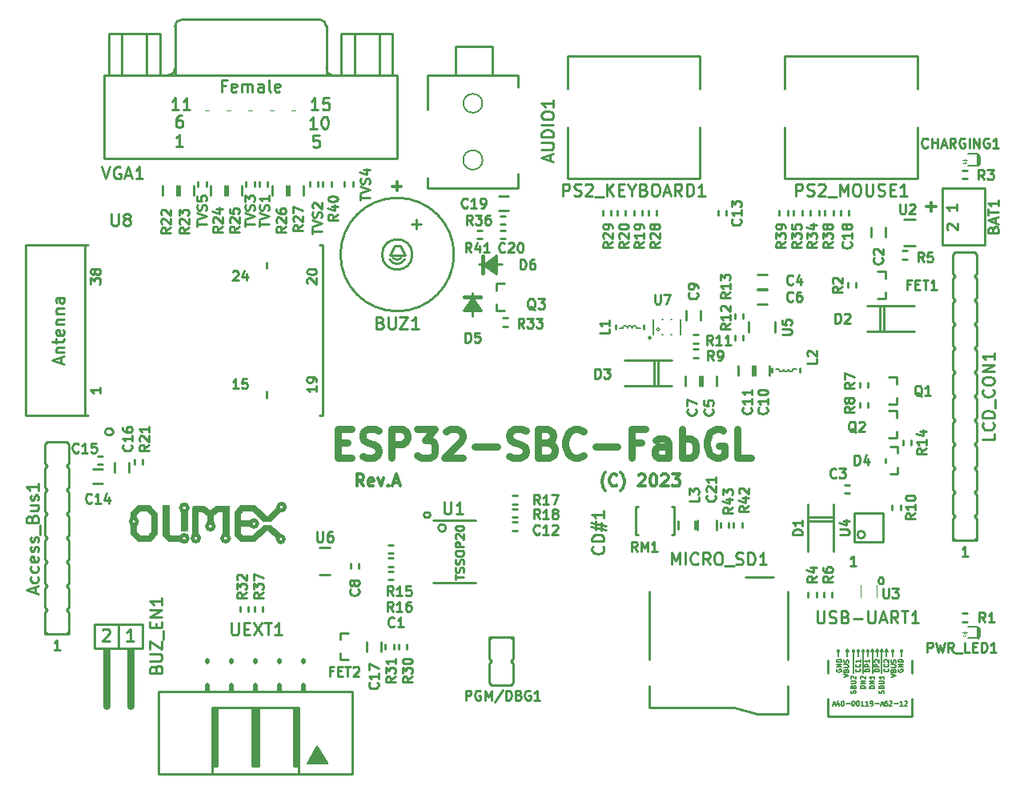
<source format=gbr>
G04 #@! TF.GenerationSoftware,KiCad,Pcbnew,5.1.0-rc2-unknown-036be7d~80~ubuntu16.04.1*
G04 #@! TF.CreationDate,2023-05-05T15:17:37+03:00*
G04 #@! TF.ProjectId,ESP32-SBC-FabGL_Rev_A,45535033-322d-4534-9243-2d466162474c,A*
G04 #@! TF.SameCoordinates,Original*
G04 #@! TF.FileFunction,Legend,Top*
G04 #@! TF.FilePolarity,Positive*
%FSLAX46Y46*%
G04 Gerber Fmt 4.6, Leading zero omitted, Abs format (unit mm)*
G04 Created by KiCad (PCBNEW 5.1.0-rc2-unknown-036be7d~80~ubuntu16.04.1) date 2023-05-05 15:17:37*
%MOMM*%
%LPD*%
G04 APERTURE LIST*
%ADD10C,0.317500*%
%ADD11C,0.254000*%
%ADD12C,0.762000*%
%ADD13C,0.100000*%
%ADD14C,0.700000*%
%ADD15C,0.400000*%
%ADD16C,0.500000*%
%ADD17C,0.150000*%
%ADD18C,0.127000*%
%ADD19C,0.050000*%
%ADD20C,0.200000*%
%ADD21C,0.120000*%
%ADD22C,0.203200*%
%ADD23C,0.066040*%
%ADD24C,0.250000*%
%ADD25C,0.225000*%
G04 APERTURE END LIST*
D10*
X195985190Y-61939714D02*
X196952809Y-61939714D01*
X196469000Y-62423523D02*
X196469000Y-61455904D01*
D11*
X104303285Y-108790619D02*
X103722714Y-108790619D01*
X104013000Y-108790619D02*
X104013000Y-107774619D01*
X103916238Y-107919761D01*
X103819476Y-108016523D01*
X103722714Y-108064904D01*
X200315285Y-98884619D02*
X199734714Y-98884619D01*
X200025000Y-98884619D02*
X200025000Y-97868619D01*
X199928238Y-98013761D01*
X199831476Y-98110523D01*
X199734714Y-98158904D01*
X188504285Y-99900619D02*
X187923714Y-99900619D01*
X188214000Y-99900619D02*
X188214000Y-98884619D01*
X188117238Y-99029761D01*
X188020476Y-99126523D01*
X187923714Y-99174904D01*
D10*
X139470190Y-59780714D02*
X140437809Y-59780714D01*
X139954000Y-60264523D02*
X139954000Y-59296904D01*
X162015714Y-91990333D02*
X161955238Y-91929857D01*
X161834285Y-91748428D01*
X161773809Y-91627476D01*
X161713333Y-91446047D01*
X161652857Y-91143666D01*
X161652857Y-90901761D01*
X161713333Y-90599380D01*
X161773809Y-90417952D01*
X161834285Y-90297000D01*
X161955238Y-90115571D01*
X162015714Y-90055095D01*
X163225238Y-91385571D02*
X163164761Y-91446047D01*
X162983333Y-91506523D01*
X162862380Y-91506523D01*
X162680952Y-91446047D01*
X162560000Y-91325095D01*
X162499523Y-91204142D01*
X162439047Y-90962238D01*
X162439047Y-90780809D01*
X162499523Y-90538904D01*
X162560000Y-90417952D01*
X162680952Y-90297000D01*
X162862380Y-90236523D01*
X162983333Y-90236523D01*
X163164761Y-90297000D01*
X163225238Y-90357476D01*
X163648571Y-91990333D02*
X163709047Y-91929857D01*
X163830000Y-91748428D01*
X163890476Y-91627476D01*
X163950952Y-91446047D01*
X164011428Y-91143666D01*
X164011428Y-90901761D01*
X163950952Y-90599380D01*
X163890476Y-90417952D01*
X163830000Y-90297000D01*
X163709047Y-90115571D01*
X163648571Y-90055095D01*
X165523333Y-90357476D02*
X165583809Y-90297000D01*
X165704761Y-90236523D01*
X166007142Y-90236523D01*
X166128095Y-90297000D01*
X166188571Y-90357476D01*
X166249047Y-90478428D01*
X166249047Y-90599380D01*
X166188571Y-90780809D01*
X165462857Y-91506523D01*
X166249047Y-91506523D01*
X167035238Y-90236523D02*
X167156190Y-90236523D01*
X167277142Y-90297000D01*
X167337619Y-90357476D01*
X167398095Y-90478428D01*
X167458571Y-90720333D01*
X167458571Y-91022714D01*
X167398095Y-91264619D01*
X167337619Y-91385571D01*
X167277142Y-91446047D01*
X167156190Y-91506523D01*
X167035238Y-91506523D01*
X166914285Y-91446047D01*
X166853809Y-91385571D01*
X166793333Y-91264619D01*
X166732857Y-91022714D01*
X166732857Y-90720333D01*
X166793333Y-90478428D01*
X166853809Y-90357476D01*
X166914285Y-90297000D01*
X167035238Y-90236523D01*
X167942380Y-90357476D02*
X168002857Y-90297000D01*
X168123809Y-90236523D01*
X168426190Y-90236523D01*
X168547142Y-90297000D01*
X168607619Y-90357476D01*
X168668095Y-90478428D01*
X168668095Y-90599380D01*
X168607619Y-90780809D01*
X167881904Y-91506523D01*
X168668095Y-91506523D01*
X169091428Y-90236523D02*
X169877619Y-90236523D01*
X169454285Y-90720333D01*
X169635714Y-90720333D01*
X169756666Y-90780809D01*
X169817142Y-90841285D01*
X169877619Y-90962238D01*
X169877619Y-91264619D01*
X169817142Y-91385571D01*
X169756666Y-91446047D01*
X169635714Y-91506523D01*
X169272857Y-91506523D01*
X169151904Y-91446047D01*
X169091428Y-91385571D01*
X136440333Y-91506523D02*
X136017000Y-90901761D01*
X135714619Y-91506523D02*
X135714619Y-90236523D01*
X136198428Y-90236523D01*
X136319380Y-90297000D01*
X136379857Y-90357476D01*
X136440333Y-90478428D01*
X136440333Y-90659857D01*
X136379857Y-90780809D01*
X136319380Y-90841285D01*
X136198428Y-90901761D01*
X135714619Y-90901761D01*
X137468428Y-91446047D02*
X137347476Y-91506523D01*
X137105571Y-91506523D01*
X136984619Y-91446047D01*
X136924142Y-91325095D01*
X136924142Y-90841285D01*
X136984619Y-90720333D01*
X137105571Y-90659857D01*
X137347476Y-90659857D01*
X137468428Y-90720333D01*
X137528904Y-90841285D01*
X137528904Y-90962238D01*
X136924142Y-91083190D01*
X137952238Y-90659857D02*
X138254619Y-91506523D01*
X138557000Y-90659857D01*
X139040809Y-91385571D02*
X139101285Y-91446047D01*
X139040809Y-91506523D01*
X138980333Y-91446047D01*
X139040809Y-91385571D01*
X139040809Y-91506523D01*
X139585095Y-91143666D02*
X140189857Y-91143666D01*
X139464142Y-91506523D02*
X139887476Y-90236523D01*
X140310809Y-91506523D01*
D12*
X133694714Y-86904285D02*
X134710714Y-86904285D01*
X135146142Y-88500857D02*
X133694714Y-88500857D01*
X133694714Y-85452857D01*
X135146142Y-85452857D01*
X136307285Y-88355714D02*
X136742714Y-88500857D01*
X137468428Y-88500857D01*
X137758714Y-88355714D01*
X137903857Y-88210571D01*
X138049000Y-87920285D01*
X138049000Y-87630000D01*
X137903857Y-87339714D01*
X137758714Y-87194571D01*
X137468428Y-87049428D01*
X136887857Y-86904285D01*
X136597571Y-86759142D01*
X136452428Y-86614000D01*
X136307285Y-86323714D01*
X136307285Y-86033428D01*
X136452428Y-85743142D01*
X136597571Y-85598000D01*
X136887857Y-85452857D01*
X137613571Y-85452857D01*
X138049000Y-85598000D01*
X139355285Y-88500857D02*
X139355285Y-85452857D01*
X140516428Y-85452857D01*
X140806714Y-85598000D01*
X140951857Y-85743142D01*
X141097000Y-86033428D01*
X141097000Y-86468857D01*
X140951857Y-86759142D01*
X140806714Y-86904285D01*
X140516428Y-87049428D01*
X139355285Y-87049428D01*
X142113000Y-85452857D02*
X143999857Y-85452857D01*
X142983857Y-86614000D01*
X143419285Y-86614000D01*
X143709571Y-86759142D01*
X143854714Y-86904285D01*
X143999857Y-87194571D01*
X143999857Y-87920285D01*
X143854714Y-88210571D01*
X143709571Y-88355714D01*
X143419285Y-88500857D01*
X142548428Y-88500857D01*
X142258142Y-88355714D01*
X142113000Y-88210571D01*
X145161000Y-85743142D02*
X145306142Y-85598000D01*
X145596428Y-85452857D01*
X146322142Y-85452857D01*
X146612428Y-85598000D01*
X146757571Y-85743142D01*
X146902714Y-86033428D01*
X146902714Y-86323714D01*
X146757571Y-86759142D01*
X145015857Y-88500857D01*
X146902714Y-88500857D01*
X148209000Y-87339714D02*
X150531285Y-87339714D01*
X151837571Y-88355714D02*
X152273000Y-88500857D01*
X152998714Y-88500857D01*
X153289000Y-88355714D01*
X153434142Y-88210571D01*
X153579285Y-87920285D01*
X153579285Y-87630000D01*
X153434142Y-87339714D01*
X153289000Y-87194571D01*
X152998714Y-87049428D01*
X152418142Y-86904285D01*
X152127857Y-86759142D01*
X151982714Y-86614000D01*
X151837571Y-86323714D01*
X151837571Y-86033428D01*
X151982714Y-85743142D01*
X152127857Y-85598000D01*
X152418142Y-85452857D01*
X153143857Y-85452857D01*
X153579285Y-85598000D01*
X155901571Y-86904285D02*
X156337000Y-87049428D01*
X156482142Y-87194571D01*
X156627285Y-87484857D01*
X156627285Y-87920285D01*
X156482142Y-88210571D01*
X156337000Y-88355714D01*
X156046714Y-88500857D01*
X154885571Y-88500857D01*
X154885571Y-85452857D01*
X155901571Y-85452857D01*
X156191857Y-85598000D01*
X156337000Y-85743142D01*
X156482142Y-86033428D01*
X156482142Y-86323714D01*
X156337000Y-86614000D01*
X156191857Y-86759142D01*
X155901571Y-86904285D01*
X154885571Y-86904285D01*
X159675285Y-88210571D02*
X159530142Y-88355714D01*
X159094714Y-88500857D01*
X158804428Y-88500857D01*
X158369000Y-88355714D01*
X158078714Y-88065428D01*
X157933571Y-87775142D01*
X157788428Y-87194571D01*
X157788428Y-86759142D01*
X157933571Y-86178571D01*
X158078714Y-85888285D01*
X158369000Y-85598000D01*
X158804428Y-85452857D01*
X159094714Y-85452857D01*
X159530142Y-85598000D01*
X159675285Y-85743142D01*
X160981571Y-87339714D02*
X163303857Y-87339714D01*
X165771285Y-86904285D02*
X164755285Y-86904285D01*
X164755285Y-88500857D02*
X164755285Y-85452857D01*
X166206714Y-85452857D01*
X168674142Y-88500857D02*
X168674142Y-86904285D01*
X168529000Y-86614000D01*
X168238714Y-86468857D01*
X167658142Y-86468857D01*
X167367857Y-86614000D01*
X168674142Y-88355714D02*
X168383857Y-88500857D01*
X167658142Y-88500857D01*
X167367857Y-88355714D01*
X167222714Y-88065428D01*
X167222714Y-87775142D01*
X167367857Y-87484857D01*
X167658142Y-87339714D01*
X168383857Y-87339714D01*
X168674142Y-87194571D01*
X170125571Y-88500857D02*
X170125571Y-85452857D01*
X170125571Y-86614000D02*
X170415857Y-86468857D01*
X170996428Y-86468857D01*
X171286714Y-86614000D01*
X171431857Y-86759142D01*
X171577000Y-87049428D01*
X171577000Y-87920285D01*
X171431857Y-88210571D01*
X171286714Y-88355714D01*
X170996428Y-88500857D01*
X170415857Y-88500857D01*
X170125571Y-88355714D01*
X174479857Y-85598000D02*
X174189571Y-85452857D01*
X173754142Y-85452857D01*
X173318714Y-85598000D01*
X173028428Y-85888285D01*
X172883285Y-86178571D01*
X172738142Y-86759142D01*
X172738142Y-87194571D01*
X172883285Y-87775142D01*
X173028428Y-88065428D01*
X173318714Y-88355714D01*
X173754142Y-88500857D01*
X174044428Y-88500857D01*
X174479857Y-88355714D01*
X174625000Y-88210571D01*
X174625000Y-87194571D01*
X174044428Y-87194571D01*
X177382714Y-88500857D02*
X175931285Y-88500857D01*
X175931285Y-85452857D01*
D13*
X123558300Y-93548200D02*
X124929900Y-93548200D01*
X124929900Y-93548200D02*
X124980700Y-93548200D01*
X124980700Y-93548200D02*
X126238000Y-94792800D01*
X122034300Y-93662500D02*
X122135900Y-93662500D01*
X122186700Y-93599000D02*
X122186700Y-93586300D01*
X122186700Y-93586300D02*
X120891300Y-93586300D01*
X120891300Y-93586300D02*
X120865900Y-93586300D01*
X120865900Y-93586300D02*
X120243600Y-94081600D01*
X122186700Y-96608900D02*
X122186700Y-93599000D01*
X118529100Y-93649800D02*
X118452900Y-93649800D01*
X118376700Y-93586300D02*
X119621300Y-93586300D01*
X119621300Y-93586300D02*
X120205500Y-94068900D01*
X118376700Y-96583500D02*
X118376700Y-93599000D01*
X117640100Y-96177100D02*
X117729000Y-96177100D01*
X117297200Y-96177100D02*
X117233700Y-96177100D01*
X117157500Y-96240600D02*
X117767100Y-96240600D01*
X117767100Y-96240600D02*
X117792500Y-96240600D01*
X117792500Y-96240600D02*
X117792500Y-94221300D01*
X117157500Y-94221300D02*
X117157500Y-96240600D01*
X115658900Y-93611700D02*
X115773200Y-93611700D01*
X115531900Y-93535500D02*
X115836700Y-93535500D01*
X115836700Y-93535500D02*
X115836700Y-96570800D01*
X115354100Y-93624400D02*
X115290600Y-93611700D01*
X115239800Y-93535500D02*
X115227100Y-93535500D01*
X115227100Y-93535500D02*
X115214400Y-93535500D01*
X115214400Y-93535500D02*
X115214400Y-96685100D01*
X115519200Y-93535500D02*
X115239800Y-93535500D01*
D14*
X115519200Y-96608900D02*
X115519200Y-93878400D01*
X121856500Y-93891100D02*
X121856500Y-96494600D01*
X113741200Y-93878400D02*
X112737900Y-93878400D01*
X114363500Y-94488000D02*
X114363500Y-96418400D01*
X112141000Y-94526100D02*
X112141000Y-94767400D01*
X112141000Y-96494600D02*
X112725200Y-97066100D01*
X112153700Y-96507300D02*
X112153700Y-95745300D01*
X112712500Y-97066100D02*
X113753900Y-97066100D01*
D15*
X125200659Y-95453200D02*
G75*
G03X125200659Y-95453200I-359659J0D01*
G01*
D14*
X124333000Y-95453200D02*
X123113800Y-95453200D01*
D15*
X128134135Y-93713300D02*
G75*
G03X128134135Y-93713300I-359435J0D01*
G01*
D14*
X127406400Y-94068900D02*
X126542800Y-94962600D01*
D16*
X125984000Y-95059500D02*
X126542800Y-95059500D01*
D14*
X124866400Y-93878400D02*
X125958600Y-94945200D01*
X123644500Y-93878400D02*
X124866400Y-93878400D01*
X123113800Y-94361000D02*
X123596400Y-93853000D01*
X123113800Y-94386400D02*
X123113800Y-96621600D01*
X123113800Y-96621600D02*
X123545600Y-97053400D01*
X123545600Y-97053400D02*
X124866400Y-97053400D01*
X124866400Y-97053400D02*
X126009400Y-95935800D01*
D16*
X126009400Y-95834200D02*
X126542800Y-95834200D01*
D14*
X127355600Y-96748600D02*
X126517400Y-95935800D01*
D15*
X128015266Y-97104200D02*
G75*
G03X128015266Y-97104200I-329466J0D01*
G01*
X122219729Y-97015300D02*
G75*
G03X122219729Y-97015300I-363229J0D01*
G01*
D14*
X120954800Y-93903800D02*
X121843800Y-93903800D01*
D15*
X120614518Y-95732600D02*
G75*
G03X120614518Y-95732600I-370918J0D01*
G01*
D14*
X120319800Y-94411800D02*
X120954800Y-93903800D01*
X120243600Y-95199200D02*
X120243600Y-94488000D01*
X119532400Y-93903800D02*
X120142000Y-94411800D01*
X118694200Y-93903800D02*
X119532400Y-93903800D01*
X118694200Y-96494600D02*
X118694200Y-93903800D01*
D15*
X119066559Y-97002600D02*
G75*
G03X119066559Y-97002600I-359659J0D01*
G01*
X117861218Y-93802200D02*
G75*
G03X117861218Y-93802200I-373518J0D01*
G01*
D14*
X117475000Y-94335600D02*
X117475000Y-95935800D01*
D15*
X117841324Y-97028000D02*
G75*
G03X117841324Y-97028000I-366324J0D01*
G01*
D14*
X116962200Y-97053400D02*
X115976400Y-97053400D01*
X115976400Y-97053400D02*
X115519200Y-96596200D01*
X114350800Y-96456500D02*
X113792000Y-97040700D01*
X113741200Y-93891100D02*
X114376200Y-94500700D01*
X112141000Y-94475300D02*
X112649000Y-93967300D01*
D15*
X112491147Y-95250000D02*
G75*
G03X112491147Y-95250000I-337447J0D01*
G01*
D11*
X143212100Y-48040900D02*
X143212100Y-51673100D01*
X148000000Y-60004300D02*
X143212100Y-59991600D01*
X143212100Y-59991600D02*
X143212100Y-58835900D01*
X148000000Y-48053600D02*
X143199400Y-48053600D01*
X147987300Y-60004300D02*
X152787900Y-59991600D01*
X152787900Y-59991600D02*
X152787900Y-58429500D01*
X148000000Y-48053600D02*
X152800600Y-48053600D01*
X152800600Y-48053600D02*
X152800600Y-49310900D01*
D17*
X149019727Y-57000000D02*
G75*
G03X149019727Y-57000000I-1019727J0D01*
G01*
X149001249Y-51000000D02*
G75*
G03X149001249Y-51000000I-1001249J0D01*
G01*
D11*
X150091600Y-48034000D02*
X150091600Y-45024000D01*
X150091600Y-45024000D02*
X146151600Y-45024000D01*
X146151600Y-45024000D02*
X146151600Y-48034000D01*
X197609600Y-59969780D02*
X197609600Y-66017520D01*
X197609600Y-66017520D02*
X202125720Y-66017520D01*
X202125720Y-66017520D02*
X202125720Y-59982480D01*
X202125720Y-59982480D02*
X197632460Y-59982480D01*
X140300000Y-66100000D02*
X140800000Y-67100000D01*
X139700000Y-66100000D02*
X140300000Y-66100000D01*
X139200000Y-67100000D02*
X139700000Y-66100000D01*
X140800000Y-67100000D02*
X139300000Y-67100000D01*
X146000000Y-67000000D02*
G75*
G03X146000000Y-67000000I-6000000J0D01*
G01*
X141600000Y-67000000D02*
G75*
G03X141600000Y-67000000I-1600000J0D01*
G01*
X142500000Y-63750000D02*
X141500000Y-63750000D01*
X142000000Y-63250000D02*
X142000000Y-64250000D01*
X139583975Y-67377350D02*
G75*
G03X140400000Y-67400000I416025J277350D01*
G01*
X139223420Y-67543760D02*
G75*
G03X140800000Y-67500000I776580J443760D01*
G01*
X179070000Y-72263000D02*
X178054000Y-72263000D01*
X179070000Y-70739000D02*
X178054000Y-70739000D01*
X172085000Y-72898000D02*
X172085000Y-73914000D01*
X170561000Y-72898000D02*
X170561000Y-73914000D01*
X177800000Y-79756000D02*
X177800000Y-78740000D01*
X179324000Y-79756000D02*
X179324000Y-78740000D01*
X176022000Y-79756000D02*
X176022000Y-78740000D01*
X177546000Y-79756000D02*
X177546000Y-78740000D01*
X108585000Y-89217500D02*
X108331000Y-89217500D01*
X108585000Y-89217500D02*
X108839000Y-89217500D01*
X108585000Y-88328500D02*
X108839000Y-88328500D01*
X108585000Y-88328500D02*
X108331000Y-88328500D01*
X111633000Y-89027000D02*
X111633000Y-90043000D01*
X110109000Y-89027000D02*
X110109000Y-90043000D01*
D18*
X201397000Y-57584200D02*
X200381000Y-57584200D01*
X200381000Y-56365000D02*
X201397000Y-56365000D01*
D13*
X199740000Y-57000000D02*
X200260000Y-57000000D01*
X199910000Y-56890000D02*
X199910000Y-57110000D01*
X199910000Y-56890000D02*
X200020000Y-56990000D01*
X199910000Y-57110000D02*
X200010000Y-57010000D01*
X200100000Y-56890000D02*
X200100000Y-57110000D01*
D19*
X200177800Y-57245600D02*
X200047800Y-57355600D01*
X200046200Y-57354600D02*
X200126200Y-57344600D01*
X200046200Y-57354600D02*
X200046200Y-57274600D01*
X199830800Y-57354600D02*
X199830800Y-57274600D01*
X199830800Y-57354600D02*
X199910800Y-57344600D01*
X199970800Y-57224600D02*
X199840800Y-57334600D01*
D11*
X201409700Y-56428500D02*
X201562100Y-56555500D01*
X201409700Y-57520700D02*
X201549400Y-57393700D01*
X201562100Y-56555500D02*
X201562100Y-57381000D01*
X201397000Y-57482600D02*
X201397000Y-56441200D01*
X183435000Y-93385000D02*
X183435000Y-98385000D01*
X186135000Y-94755000D02*
X183435000Y-94755000D01*
X186135000Y-98385000D02*
X186135000Y-93385000D01*
X186135000Y-95195000D02*
X183435000Y-95195000D01*
X189651000Y-75137000D02*
X194651000Y-75137000D01*
X191021000Y-72437000D02*
X191021000Y-75137000D01*
X194651000Y-72437000D02*
X189651000Y-72437000D01*
X191461000Y-72437000D02*
X191461000Y-75137000D01*
X191643000Y-71653400D02*
X191643000Y-70942200D01*
X190804800Y-71653400D02*
X191643000Y-71653400D01*
X190804800Y-68808600D02*
X191643000Y-68808600D01*
X191643000Y-69519800D02*
X191643000Y-68808600D01*
X133985001Y-107035600D02*
X133985001Y-107746800D01*
X134823201Y-107035600D02*
X133985001Y-107035600D01*
X134823201Y-109880400D02*
X133985001Y-109880400D01*
X133985001Y-109169200D02*
X133985001Y-109880400D01*
X166092000Y-74876000D02*
X166092000Y-74476000D01*
X163092000Y-74876000D02*
X163092000Y-74476000D01*
D20*
X163842000Y-74826000D02*
X163492000Y-74826000D01*
X165342000Y-74826000D02*
X165692000Y-74826000D01*
X164342000Y-74776000D02*
G75*
G02X164842000Y-74776000I250000J0D01*
G01*
X163842000Y-74776000D02*
G75*
G02X164342000Y-74776000I250000J0D01*
G01*
X164842000Y-74776000D02*
G75*
G02X165342000Y-74776000I250000J0D01*
G01*
D11*
X179602000Y-79048000D02*
X179602000Y-79448000D01*
X182602000Y-79048000D02*
X182602000Y-79448000D01*
D20*
X181852000Y-79098000D02*
X182202000Y-79098000D01*
X180352000Y-79098000D02*
X180002000Y-79098000D01*
X181352000Y-79148000D02*
G75*
G02X180852000Y-79148000I-250000J0D01*
G01*
X181852000Y-79148000D02*
G75*
G02X181352000Y-79148000I-250000J0D01*
G01*
X180852000Y-79148000D02*
G75*
G02X180352000Y-79148000I-250000J0D01*
G01*
D11*
X169672000Y-95199200D02*
X169672000Y-96037400D01*
X171450000Y-95199200D02*
X171450000Y-96037400D01*
X178048760Y-115630160D02*
X175648460Y-114929120D01*
X166651780Y-112630420D02*
X166651780Y-114929120D01*
X181348220Y-112630420D02*
X181348220Y-115630160D01*
X175648460Y-114929120D02*
X166651780Y-114929120D01*
X181348220Y-115630160D02*
X178048760Y-115630160D01*
X181348220Y-102632980D02*
X181348220Y-109828800D01*
X176849880Y-101131840D02*
X179748020Y-101131840D01*
X166651780Y-102632980D02*
X166651780Y-109828800D01*
X171997700Y-53498220D02*
X171997700Y-58999860D01*
X171997700Y-46000140D02*
X171997700Y-49500260D01*
X158002300Y-46000140D02*
X171997700Y-46000140D01*
X158002300Y-49500260D02*
X158002300Y-46000140D01*
X158002300Y-58999860D02*
X158002300Y-53498220D01*
X171997700Y-58999860D02*
X158002300Y-58999860D01*
X194997700Y-53498220D02*
X194997700Y-58999860D01*
X194997700Y-46000140D02*
X194997700Y-49500260D01*
X181002300Y-46000140D02*
X194997700Y-46000140D01*
X181002300Y-49500260D02*
X181002300Y-46000140D01*
X181002300Y-58999860D02*
X181002300Y-53498220D01*
X194997700Y-58999860D02*
X181002300Y-58999860D01*
D18*
X201397000Y-107584200D02*
X200381000Y-107584200D01*
X200381000Y-106365000D02*
X201397000Y-106365000D01*
D13*
X199740000Y-107000000D02*
X200260000Y-107000000D01*
X199910000Y-106890000D02*
X199910000Y-107110000D01*
X199910000Y-106890000D02*
X200020000Y-106990000D01*
X199910000Y-107110000D02*
X200010000Y-107010000D01*
X200100000Y-106890000D02*
X200100000Y-107110000D01*
D19*
X200177800Y-107245600D02*
X200047800Y-107355600D01*
X200046200Y-107354600D02*
X200126200Y-107344600D01*
X200046200Y-107354600D02*
X200046200Y-107274600D01*
X199830800Y-107354600D02*
X199830800Y-107274600D01*
X199830800Y-107354600D02*
X199910800Y-107344600D01*
X199970800Y-107224600D02*
X199840800Y-107334600D01*
D11*
X201409700Y-106428500D02*
X201562100Y-106555500D01*
X201409700Y-107520700D02*
X201549400Y-107393700D01*
X201562100Y-106555500D02*
X201562100Y-107381000D01*
X201397000Y-107482600D02*
X201397000Y-106441200D01*
X200025000Y-104965500D02*
X200279000Y-104965500D01*
X200025000Y-104965500D02*
X199771000Y-104965500D01*
X200025000Y-105854500D02*
X199771000Y-105854500D01*
X200025000Y-105854500D02*
X200279000Y-105854500D01*
X187642500Y-70231000D02*
X187642500Y-69977000D01*
X187642500Y-70231000D02*
X187642500Y-70485000D01*
X188531500Y-70231000D02*
X188531500Y-70485000D01*
X188531500Y-70231000D02*
X188531500Y-69977000D01*
X200025000Y-58102500D02*
X200279000Y-58102500D01*
X200025000Y-58102500D02*
X199771000Y-58102500D01*
X200025000Y-58991500D02*
X199771000Y-58991500D01*
X200025000Y-58991500D02*
X200279000Y-58991500D01*
X193675000Y-67500500D02*
X193421000Y-67500500D01*
X193675000Y-67500500D02*
X193929000Y-67500500D01*
X193675000Y-66611500D02*
X193929000Y-66611500D01*
X193675000Y-66611500D02*
X193421000Y-66611500D01*
X193230500Y-93726000D02*
X193230500Y-93980000D01*
X193230500Y-93726000D02*
X193230500Y-93472000D01*
X192341500Y-93726000D02*
X192341500Y-93472000D01*
X192341500Y-93726000D02*
X192341500Y-93980000D01*
X175704500Y-75819000D02*
X175704500Y-75565000D01*
X175704500Y-75819000D02*
X175704500Y-76073000D01*
X176593500Y-75819000D02*
X176593500Y-76073000D01*
X176593500Y-75819000D02*
X176593500Y-75565000D01*
X176593500Y-73533000D02*
X176593500Y-73787000D01*
X176593500Y-73533000D02*
X176593500Y-73279000D01*
X175704500Y-73533000D02*
X175704500Y-73279000D01*
X175704500Y-73533000D02*
X175704500Y-73787000D01*
X139319000Y-98615500D02*
X139065000Y-98615500D01*
X139319000Y-98615500D02*
X139573000Y-98615500D01*
X139319000Y-97726500D02*
X139573000Y-97726500D01*
X139319000Y-97726500D02*
X139065000Y-97726500D01*
X139319000Y-99123500D02*
X139573000Y-99123500D01*
X139319000Y-99123500D02*
X139065000Y-99123500D01*
X139319000Y-100012500D02*
X139065000Y-100012500D01*
X139319000Y-100012500D02*
X139573000Y-100012500D01*
X152400000Y-92519500D02*
X152654000Y-92519500D01*
X152400000Y-92519500D02*
X152146000Y-92519500D01*
X152400000Y-93408500D02*
X152146000Y-93408500D01*
X152400000Y-93408500D02*
X152654000Y-93408500D01*
X152400000Y-94805500D02*
X152146000Y-94805500D01*
X152400000Y-94805500D02*
X152654000Y-94805500D01*
X152400000Y-93916500D02*
X152654000Y-93916500D01*
X152400000Y-93916500D02*
X152146000Y-93916500D01*
X165925500Y-62611000D02*
X165925500Y-62865000D01*
X165925500Y-62611000D02*
X165925500Y-62357000D01*
X165036500Y-62611000D02*
X165036500Y-62357000D01*
X165036500Y-62611000D02*
X165036500Y-62865000D01*
X164147500Y-62611000D02*
X164147500Y-62865000D01*
X164147500Y-62611000D02*
X164147500Y-62357000D01*
X163258500Y-62611000D02*
X163258500Y-62357000D01*
X163258500Y-62611000D02*
X163258500Y-62865000D01*
X166560500Y-62611000D02*
X166560500Y-62357000D01*
X166560500Y-62611000D02*
X166560500Y-62865000D01*
X167449500Y-62611000D02*
X167449500Y-62865000D01*
X167449500Y-62611000D02*
X167449500Y-62357000D01*
X161734500Y-62611000D02*
X161734500Y-62357000D01*
X161734500Y-62611000D02*
X161734500Y-62865000D01*
X162623500Y-62611000D02*
X162623500Y-62865000D01*
X162623500Y-62611000D02*
X162623500Y-62357000D01*
X116713000Y-59690000D02*
X116713000Y-60706000D01*
X115189000Y-59690000D02*
X115189000Y-60706000D01*
X118491000Y-59690000D02*
X118491000Y-60706000D01*
X116967000Y-59690000D02*
X116967000Y-60706000D01*
X121793000Y-59690000D02*
X121793000Y-60706000D01*
X120269000Y-59690000D02*
X120269000Y-60706000D01*
X123571000Y-59690000D02*
X123571000Y-60706000D01*
X122047000Y-59690000D02*
X122047000Y-60706000D01*
X141033500Y-108458000D02*
X141033500Y-108712000D01*
X141033500Y-108458000D02*
X141033500Y-108204000D01*
X140144500Y-108458000D02*
X140144500Y-108204000D01*
X140144500Y-108458000D02*
X140144500Y-108712000D01*
X138747500Y-108458000D02*
X138747500Y-108204000D01*
X138747500Y-108458000D02*
X138747500Y-108712000D01*
X139636500Y-108458000D02*
X139636500Y-108712000D01*
X139636500Y-108458000D02*
X139636500Y-108204000D01*
X123380500Y-104521000D02*
X123380500Y-104267000D01*
X123380500Y-104521000D02*
X123380500Y-104775000D01*
X124269500Y-104521000D02*
X124269500Y-104775000D01*
X124269500Y-104521000D02*
X124269500Y-104267000D01*
X184594500Y-62611000D02*
X184594500Y-62865000D01*
X184594500Y-62611000D02*
X184594500Y-62357000D01*
X183705500Y-62611000D02*
X183705500Y-62357000D01*
X183705500Y-62611000D02*
X183705500Y-62865000D01*
X182816500Y-62611000D02*
X182816500Y-62865000D01*
X182816500Y-62611000D02*
X182816500Y-62357000D01*
X181927500Y-62611000D02*
X181927500Y-62357000D01*
X181927500Y-62611000D02*
X181927500Y-62865000D01*
X185229500Y-62611000D02*
X185229500Y-62357000D01*
X185229500Y-62611000D02*
X185229500Y-62865000D01*
X186118500Y-62611000D02*
X186118500Y-62865000D01*
X186118500Y-62611000D02*
X186118500Y-62357000D01*
X180403500Y-62611000D02*
X180403500Y-62357000D01*
X180403500Y-62611000D02*
X180403500Y-62865000D01*
X181292500Y-62611000D02*
X181292500Y-62865000D01*
X181292500Y-62611000D02*
X181292500Y-62357000D01*
X124904500Y-104521000D02*
X124904500Y-104267000D01*
X124904500Y-104521000D02*
X124904500Y-104775000D01*
X125793500Y-104521000D02*
X125793500Y-104775000D01*
X125793500Y-104521000D02*
X125793500Y-104267000D01*
X151384000Y-73723499D02*
X151638000Y-73723499D01*
X151384000Y-73723499D02*
X151130000Y-73723499D01*
X151384000Y-74612499D02*
X151130000Y-74612499D01*
X151384000Y-74612499D02*
X151638000Y-74612499D01*
X151130000Y-63817500D02*
X150876000Y-63817500D01*
X151130000Y-63817500D02*
X151384000Y-63817500D01*
X151130000Y-62928500D02*
X151384000Y-62928500D01*
X151130000Y-62928500D02*
X150876000Y-62928500D01*
X132143500Y-59563000D02*
X132143500Y-59309000D01*
X132143500Y-59563000D02*
X132143500Y-59817000D01*
X133032500Y-59563000D02*
X133032500Y-59817000D01*
X133032500Y-59563000D02*
X133032500Y-59309000D01*
X148717000Y-64452500D02*
X148971000Y-64452500D01*
X148717000Y-64452500D02*
X148463000Y-64452500D01*
X148717000Y-65341500D02*
X148463000Y-65341500D01*
X148717000Y-65341500D02*
X148971000Y-65341500D01*
X169252900Y-96596200D02*
X169252900Y-93649800D01*
X169240200Y-96596200D02*
X169062400Y-96596200D01*
X169265600Y-93649800D02*
X169049700Y-93649800D01*
X165442900Y-96596200D02*
X165252400Y-96596200D01*
X165252400Y-96596200D02*
X165252400Y-93649800D01*
X165252400Y-93649800D02*
X165468300Y-93649800D01*
X124015500Y-59563000D02*
X124015500Y-59817000D01*
X124015500Y-59563000D02*
X124015500Y-59309000D01*
X124904500Y-59563000D02*
X124904500Y-59309000D01*
X124904500Y-59563000D02*
X124904500Y-59817000D01*
X134429500Y-59563000D02*
X134429500Y-59817000D01*
X134429500Y-59563000D02*
X134429500Y-59309000D01*
X135318500Y-59563000D02*
X135318500Y-59309000D01*
X135318500Y-59563000D02*
X135318500Y-59817000D01*
X185530000Y-109950000D02*
X185530000Y-111250000D01*
X194470000Y-109950000D02*
X194470000Y-111250000D01*
X185530000Y-115818000D02*
X194470000Y-115818000D01*
X194470000Y-115818000D02*
X194470000Y-113950000D01*
X185530000Y-113950000D02*
X185530000Y-115818000D01*
D18*
X191750000Y-109500000D02*
X191750000Y-108750000D01*
X192400000Y-108750000D02*
X192400000Y-109500000D01*
X191750000Y-108750000D02*
X191850000Y-109000000D01*
X191750000Y-108750000D02*
X191650000Y-109000000D01*
X192400000Y-108750000D02*
X192300000Y-109000000D01*
X192400000Y-108750000D02*
X192500000Y-109000000D01*
X193350000Y-108750000D02*
X193250000Y-109000000D01*
X193350000Y-109500000D02*
X193350000Y-108750000D01*
X193350000Y-108750000D02*
X193450000Y-109000000D01*
X191250000Y-108750000D02*
X191150000Y-109000000D01*
X191250000Y-111250000D02*
X191250000Y-108750000D01*
X191250000Y-108750000D02*
X191350000Y-109000000D01*
X190750000Y-108750000D02*
X190650000Y-109000000D01*
X190750000Y-109500000D02*
X190750000Y-108750000D01*
X190750000Y-108750000D02*
X190850000Y-109000000D01*
X190250000Y-108750000D02*
X190150000Y-109000000D01*
X190250000Y-108750000D02*
X190350000Y-109000000D01*
X190250000Y-111250000D02*
X190250000Y-108750000D01*
X189750000Y-108750000D02*
X189850000Y-109000000D01*
X189750000Y-108750000D02*
X189650000Y-109000000D01*
X189750000Y-109500000D02*
X189750000Y-108750000D01*
X188750000Y-108750000D02*
X188650000Y-109000000D01*
X189250000Y-108750000D02*
X189350000Y-109000000D01*
X188750000Y-108750000D02*
X188850000Y-109000000D01*
X189250000Y-108750000D02*
X189150000Y-109000000D01*
X189250000Y-111250000D02*
X189250000Y-108750000D01*
X188750000Y-109500000D02*
X188750000Y-108750000D01*
X188250000Y-108750000D02*
X188150000Y-109000000D01*
X188250000Y-111250000D02*
X188250000Y-108750000D01*
X187600000Y-109500000D02*
X187600000Y-108750000D01*
X188250000Y-108750000D02*
X188350000Y-109000000D01*
X187600000Y-108750000D02*
X187500000Y-109000000D01*
X187600000Y-108750000D02*
X187700000Y-109000000D01*
X186650000Y-109500000D02*
X186650000Y-108750000D01*
X186650000Y-108750000D02*
X186550000Y-109000000D01*
X186650000Y-108750000D02*
X186750000Y-109000000D01*
D11*
X139319000Y-101409500D02*
X139065000Y-101409500D01*
X139319000Y-101409500D02*
X139573000Y-101409500D01*
X139319000Y-100520500D02*
X139573000Y-100520500D01*
X139319000Y-100520500D02*
X139065000Y-100520500D01*
X191643000Y-64135000D02*
X191643000Y-65151000D01*
X190119000Y-64135000D02*
X190119000Y-65151000D01*
X187579000Y-91376500D02*
X187833000Y-91376500D01*
X187579000Y-91376500D02*
X187325000Y-91376500D01*
X187579000Y-92265500D02*
X187325000Y-92265500D01*
X187579000Y-92265500D02*
X187833000Y-92265500D01*
X179070000Y-70612000D02*
X178054000Y-70612000D01*
X179070000Y-69088000D02*
X178054000Y-69088000D01*
X173736000Y-79883000D02*
X173736000Y-80899000D01*
X172212000Y-79883000D02*
X172212000Y-80899000D01*
X171958000Y-79883000D02*
X171958000Y-80899000D01*
X170434000Y-79883000D02*
X170434000Y-80899000D01*
X152400000Y-95313500D02*
X152654000Y-95313500D01*
X152400000Y-95313500D02*
X152146000Y-95313500D01*
X152400000Y-96202500D02*
X152146000Y-96202500D01*
X152400000Y-96202500D02*
X152654000Y-96202500D01*
X174815500Y-62611000D02*
X174815500Y-62865000D01*
X174815500Y-62611000D02*
X174815500Y-62357000D01*
X173926500Y-62611000D02*
X173926500Y-62357000D01*
X173926500Y-62611000D02*
X173926500Y-62865000D01*
X108839000Y-91186000D02*
X107823000Y-91186000D01*
X108839000Y-89662000D02*
X107823000Y-89662000D01*
X138303000Y-107949999D02*
X138303000Y-108965999D01*
X136779000Y-107949999D02*
X136779000Y-108965999D01*
X186880500Y-62611000D02*
X186880500Y-62357000D01*
X186880500Y-62611000D02*
X186880500Y-62865000D01*
X187769500Y-62611000D02*
X187769500Y-62865000D01*
X187769500Y-62611000D02*
X187769500Y-62357000D01*
X150749000Y-60833000D02*
X151765000Y-60833000D01*
X150749000Y-62357000D02*
X151765000Y-62357000D01*
X151130000Y-65341500D02*
X150876000Y-65341500D01*
X151130000Y-65341500D02*
X151384000Y-65341500D01*
X151130000Y-64452500D02*
X151384000Y-64452500D01*
X151130000Y-64452500D02*
X150876000Y-64452500D01*
X171704000Y-96139000D02*
X171704000Y-95123000D01*
X173736000Y-96139000D02*
X173736000Y-95123000D01*
X168997000Y-78152000D02*
X163997000Y-78152000D01*
X167627000Y-80852000D02*
X167627000Y-78152000D01*
X163997000Y-80852000D02*
X168997000Y-80852000D01*
X167187000Y-80852000D02*
X167187000Y-78152000D01*
X192151000Y-87350600D02*
X192938400Y-87350600D01*
X192938400Y-87350600D02*
X192938400Y-88011000D01*
X192938400Y-89535000D02*
X192938400Y-90195400D01*
X192938400Y-90195400D02*
X192151000Y-90195400D01*
X191617600Y-88569800D02*
X191617600Y-88976200D01*
X147967700Y-73512600D02*
X147967700Y-71036100D01*
X147015200Y-72928400D02*
X147929600Y-71556800D01*
X147929600Y-71556800D02*
X148920200Y-72928400D01*
X147015200Y-71556800D02*
X148920200Y-71556800D01*
X147015200Y-72928400D02*
X148920200Y-72928400D01*
X147015200Y-71379000D02*
X148920200Y-71379000D01*
X148920200Y-71556800D02*
X148920200Y-71379000D01*
X147015200Y-71556800D02*
X147015200Y-71379000D01*
X148717000Y-72776000D02*
X147193000Y-72776000D01*
X147320000Y-72649000D02*
X148590000Y-72649000D01*
X148463000Y-72522000D02*
X147320000Y-72522000D01*
X147574000Y-72395000D02*
X148463000Y-72395000D01*
X147574000Y-72268000D02*
X148336000Y-72268000D01*
X147701000Y-72141000D02*
X148336000Y-72141000D01*
X147828000Y-72014000D02*
X148209000Y-72014000D01*
X151099600Y-68059300D02*
X148623100Y-68059300D01*
X150515400Y-69011800D02*
X149143800Y-68097400D01*
X149143800Y-68097400D02*
X150515400Y-67106800D01*
X149143800Y-69011800D02*
X149143800Y-67106800D01*
X150515400Y-69011800D02*
X150515400Y-67106800D01*
X148966000Y-69011800D02*
X148966000Y-67106800D01*
X149143800Y-67106800D02*
X148966000Y-67106800D01*
X149143800Y-69011800D02*
X148966000Y-69011800D01*
X150363000Y-67310000D02*
X150363000Y-68834000D01*
X150236000Y-68707000D02*
X150236000Y-67437000D01*
X150109000Y-67564000D02*
X150109000Y-68707000D01*
X149982000Y-68453000D02*
X149982000Y-67564000D01*
X149855000Y-68453000D02*
X149855000Y-67691000D01*
X149728000Y-68326000D02*
X149728000Y-67691000D01*
X149601000Y-68199000D02*
X149601000Y-67818000D01*
X150495000Y-70078600D02*
X150495000Y-70789800D01*
X151333200Y-70078600D02*
X150495000Y-70078600D01*
X151333200Y-72923400D02*
X150495000Y-72923400D01*
X150495000Y-72212200D02*
X150495000Y-72923400D01*
X171577000Y-77025500D02*
X171831000Y-77025500D01*
X171577000Y-77025500D02*
X171323000Y-77025500D01*
X171577000Y-77914500D02*
X171323000Y-77914500D01*
X171577000Y-77914500D02*
X171831000Y-77914500D01*
X189801500Y-80772000D02*
X189801500Y-81026000D01*
X189801500Y-80772000D02*
X189801500Y-80518000D01*
X188912500Y-80772000D02*
X188912500Y-80518000D01*
X188912500Y-80772000D02*
X188912500Y-81026000D01*
X171577000Y-76390500D02*
X171323000Y-76390500D01*
X171577000Y-76390500D02*
X171831000Y-76390500D01*
X171577000Y-75501500D02*
X171831000Y-75501500D01*
X171577000Y-75501500D02*
X171323000Y-75501500D01*
X148300000Y-101725000D02*
X143800000Y-101725000D01*
X148300000Y-95125000D02*
X143800000Y-95125000D01*
X145150000Y-95925000D02*
G75*
G03X145150000Y-95925000I-400000J0D01*
G01*
X193624200Y-63246000D02*
X194754500Y-63246000D01*
X193624200Y-66052700D02*
X194754500Y-66052700D01*
D21*
X189015000Y-101966000D02*
X189015000Y-103266000D01*
X190715000Y-101966000D02*
X190715000Y-103266000D01*
D11*
X191365000Y-97385000D02*
X188365000Y-97385000D01*
X189455512Y-96635000D02*
G75*
G03X189455512Y-96635000I-390512J0D01*
G01*
X191365000Y-97385000D02*
X191365000Y-94385000D01*
X191365000Y-94385000D02*
X188365000Y-94385000D01*
X188365000Y-94385000D02*
X188365000Y-97385000D01*
X179959001Y-74117200D02*
X179959001Y-75247500D01*
X177152301Y-74117200D02*
X177152301Y-75247500D01*
D17*
X166873493Y-75813920D02*
G75*
G03X166873493Y-75813920I-158053J0D01*
G01*
D22*
X169951400Y-73865740D02*
X169951400Y-75486260D01*
X167106600Y-75486260D02*
X167106600Y-73865740D01*
X168102280Y-75486260D02*
X168008300Y-75486260D01*
X169049700Y-75486260D02*
X168955720Y-75486260D01*
X168102280Y-73868280D02*
X168008300Y-73868280D01*
X169049700Y-73868280D02*
X168955720Y-73868280D01*
D17*
X167762493Y-74924920D02*
G75*
G03X167762493Y-74924920I-158053J0D01*
G01*
D11*
X100700000Y-84000000D02*
X100700000Y-66000000D01*
X107000000Y-84000000D02*
X107000000Y-66000000D01*
X100700000Y-66000000D02*
X107320000Y-66000000D01*
X100700000Y-84000000D02*
X107320000Y-84000000D01*
X132100000Y-84000000D02*
X132100000Y-66000000D01*
X132100000Y-84000000D02*
X131800000Y-84000000D01*
X132100000Y-66000000D02*
X131800000Y-66000000D01*
X126200000Y-82150000D02*
X126200000Y-81500000D01*
X126200000Y-67850000D02*
X126200000Y-68450000D01*
D16*
X119907300Y-110101600D02*
X119907300Y-109898400D01*
X122434600Y-110101600D02*
X122434600Y-109898400D01*
X125000000Y-110101600D02*
X125000000Y-109898400D01*
X127540000Y-110101600D02*
X127540000Y-109898400D01*
X130080000Y-110101600D02*
X130080000Y-109898400D01*
X130080000Y-113060700D02*
X130080000Y-112565400D01*
D17*
X131741160Y-120350500D02*
X132063740Y-120614660D01*
X131027420Y-120668000D02*
X131134100Y-120472420D01*
X131423660Y-119405620D02*
X131484620Y-119108440D01*
X132459980Y-120761980D02*
X131484620Y-119215120D01*
X131484620Y-119215120D02*
X130669280Y-120761980D01*
X130669280Y-120761980D02*
X132330440Y-120769600D01*
X132330440Y-120769600D02*
X131499860Y-119428480D01*
X131499860Y-119428480D02*
X130829300Y-120685780D01*
X130829300Y-120685780D02*
X132200900Y-120670540D01*
X132200900Y-120670540D02*
X131499860Y-119641840D01*
X131499860Y-119641840D02*
X130958840Y-120617200D01*
X130958840Y-120617200D02*
X131987540Y-120563860D01*
X131987540Y-120563860D02*
X131461760Y-119817100D01*
X131461760Y-119817100D02*
X131172200Y-120556240D01*
X131172200Y-120556240D02*
X131758940Y-120472420D01*
X131758940Y-120472420D02*
X131469380Y-120030460D01*
X131469380Y-120030460D02*
X131324600Y-120480040D01*
X131324600Y-120480040D02*
X131606540Y-120434320D01*
X131606540Y-120434320D02*
X131431280Y-120327640D01*
X131431280Y-120327640D02*
X131537960Y-120259060D01*
X131537960Y-120259060D02*
X131530340Y-120251440D01*
X132439660Y-120840720D02*
X132632700Y-120845800D01*
X132475220Y-120845800D02*
X130478780Y-120845800D01*
X130478780Y-120845800D02*
X131484620Y-118956040D01*
X131484620Y-118956040D02*
X132612380Y-120769600D01*
X132612380Y-120769600D02*
X132658100Y-120845800D01*
D16*
X119920000Y-113086100D02*
X119920000Y-112590800D01*
X122460000Y-113086100D02*
X122460000Y-112590800D01*
X125000000Y-113086100D02*
X125000000Y-112590800D01*
X127540000Y-113086100D02*
X127540000Y-112590800D01*
D11*
X135248900Y-113225800D02*
X135248900Y-121938000D01*
X114751100Y-113225800D02*
X135248900Y-113225800D01*
X114751100Y-121938000D02*
X114751100Y-113225800D01*
X135248900Y-121938000D02*
X114751100Y-121938000D01*
X120402600Y-114927600D02*
X120402600Y-121938000D01*
X129597400Y-114927600D02*
X120402600Y-114927600D01*
X129597400Y-121938000D02*
X129597400Y-114927600D01*
X124675000Y-121100000D02*
X124675000Y-114950000D01*
X125325000Y-121100000D02*
X124675000Y-121100000D01*
X125325000Y-114950000D02*
X125325000Y-121100000D01*
X129064000Y-121099800D02*
X129064000Y-114927600D01*
X129597400Y-121099800D02*
X129064000Y-121099800D01*
X120936000Y-121099800D02*
X120936000Y-114927600D01*
X120402600Y-121099800D02*
X120936000Y-121099800D01*
X125127000Y-121099800D02*
X125127000Y-115054600D01*
X124898400Y-120947400D02*
X124898400Y-115105400D01*
X120758200Y-121023600D02*
X120758200Y-115054600D01*
X120605800Y-121023600D02*
X120529600Y-115003800D01*
X129394200Y-120972800D02*
X129368800Y-115029200D01*
X129241800Y-120998200D02*
X129241800Y-115029200D01*
X113093500Y-88900000D02*
X113093500Y-89154000D01*
X113093500Y-88900000D02*
X113093500Y-88646000D01*
X112204500Y-88900000D02*
X112204500Y-88646000D01*
X112204500Y-88900000D02*
X112204500Y-89154000D01*
X128270000Y-59690000D02*
X128270000Y-60706000D01*
X126746000Y-59690000D02*
X126746000Y-60706000D01*
X130048000Y-59690000D02*
X130048000Y-60706000D01*
X128524000Y-59690000D02*
X128524000Y-60706000D01*
X175577500Y-95631000D02*
X175577500Y-95377000D01*
X175577500Y-95631000D02*
X175577500Y-95885000D01*
X176466500Y-95631000D02*
X176466500Y-95885000D01*
X176466500Y-95631000D02*
X176466500Y-95377000D01*
X174180500Y-95631000D02*
X174180500Y-95377000D01*
X174180500Y-95631000D02*
X174180500Y-95885000D01*
X175069500Y-95631000D02*
X175069500Y-95885000D01*
X175069500Y-95631000D02*
X175069500Y-95377000D01*
X125412500Y-59563000D02*
X125412500Y-59817000D01*
X125412500Y-59563000D02*
X125412500Y-59309000D01*
X126301500Y-59563000D02*
X126301500Y-59309000D01*
X126301500Y-59563000D02*
X126301500Y-59817000D01*
X130746500Y-59563000D02*
X130746500Y-59817000D01*
X130746500Y-59563000D02*
X130746500Y-59309000D01*
X131635500Y-59563000D02*
X131635500Y-59309000D01*
X131635500Y-59563000D02*
X131635500Y-59817000D01*
X118935500Y-59563000D02*
X118935500Y-59817000D01*
X118935500Y-59563000D02*
X118935500Y-59309000D01*
X119824500Y-59563000D02*
X119824500Y-59309000D01*
X119824500Y-59563000D02*
X119824500Y-59817000D01*
X114900000Y-43650000D02*
X109500000Y-43650000D01*
X109500000Y-43650000D02*
X109500000Y-48050000D01*
X114900000Y-48050000D02*
X114900000Y-43650000D01*
X134100000Y-43650000D02*
X134100000Y-48050000D01*
X139500000Y-43650000D02*
X134100000Y-43650000D01*
X139500000Y-48050000D02*
X139500000Y-43650000D01*
X140000000Y-56850000D02*
X140000000Y-48050000D01*
X109000000Y-48050000D02*
X140000000Y-48050000D01*
X117150000Y-42150000D02*
X131850000Y-42150000D01*
X132500000Y-48050000D02*
X132500000Y-42800000D01*
X116500000Y-48050000D02*
X116500000Y-42800000D01*
X140000000Y-56850000D02*
X109000000Y-56850000D01*
X109000000Y-56850000D02*
X109000000Y-48050000D01*
D23*
X120100000Y-51722840D02*
X119698680Y-51722840D01*
X122386000Y-51722840D02*
X121984680Y-51722840D01*
X129241460Y-51722840D02*
X128840140Y-51722840D01*
X126955460Y-51722840D02*
X126554140Y-51722840D01*
X124669460Y-51722840D02*
X124268140Y-51722840D01*
D11*
X135500000Y-43650000D02*
X135500000Y-48050000D01*
X138100000Y-48050000D02*
X138100000Y-43650000D01*
X113500000Y-48050000D02*
X113500000Y-43650000D01*
X110900000Y-43650000D02*
X110900000Y-48050000D01*
X131799999Y-42148218D02*
G75*
G02X132499999Y-42899999I1J-701782D01*
G01*
X116498218Y-42850001D02*
G75*
G02X117249999Y-42150001I701782J1D01*
G01*
X133200001Y-48051782D02*
G75*
G02X132500001Y-47300001I-1J701782D01*
G01*
X116501782Y-47349999D02*
G75*
G02X115750001Y-48049999I-701782J-1D01*
G01*
X135953500Y-99949000D02*
X135953500Y-99695000D01*
X135953500Y-99949000D02*
X135953500Y-100203000D01*
X135064500Y-99949000D02*
X135064500Y-100203000D01*
X135064500Y-99949000D02*
X135064500Y-99695000D01*
X152270000Y-107460000D02*
X149730000Y-107460000D01*
X149730000Y-112286000D02*
X149984000Y-112540000D01*
X149730000Y-109746000D02*
X149730000Y-107968000D01*
X149984000Y-110000000D02*
X149730000Y-109746000D01*
X149730000Y-110254000D02*
X149984000Y-110000000D01*
X149730000Y-112286000D02*
X149730000Y-110254000D01*
X149730000Y-107968000D02*
X149730000Y-107460000D01*
X149730000Y-107714000D02*
X149984000Y-107460000D01*
X152016000Y-107460000D02*
X152270000Y-107714000D01*
X152016000Y-112540000D02*
X149984000Y-112540000D01*
X152270000Y-112286000D02*
X152016000Y-112540000D01*
X152270000Y-110254000D02*
X152270000Y-112286000D01*
X152016000Y-110000000D02*
X152270000Y-110254000D01*
X152270000Y-109746000D02*
X152016000Y-110000000D01*
X152270000Y-107714000D02*
X152270000Y-109746000D01*
X152270000Y-107460000D02*
X152270000Y-107714000D01*
X132892800Y-98031300D02*
X131762500Y-98031300D01*
X132892800Y-100838000D02*
X131762500Y-100838000D01*
X192786000Y-80695800D02*
X192786000Y-79984600D01*
X191947800Y-79984600D02*
X192786000Y-79984600D01*
X191947800Y-82829400D02*
X192786000Y-82829400D01*
X192786000Y-82829400D02*
X192786000Y-82118200D01*
X192786000Y-86385400D02*
X192786000Y-85674200D01*
X191947800Y-86385400D02*
X192786000Y-86385400D01*
X191947800Y-83540600D02*
X192786000Y-83540600D01*
X192786000Y-84251800D02*
X192786000Y-83540600D01*
X193484500Y-86868000D02*
X193484500Y-87122000D01*
X193484500Y-86868000D02*
X193484500Y-86614000D01*
X194373500Y-86868000D02*
X194373500Y-86614000D01*
X194373500Y-86868000D02*
X194373500Y-87122000D01*
X188912500Y-82931000D02*
X188912500Y-82677000D01*
X188912500Y-82931000D02*
X188912500Y-83185000D01*
X189801500Y-82931000D02*
X189801500Y-83185000D01*
X189801500Y-82931000D02*
X189801500Y-82677000D01*
X102730000Y-107160000D02*
X105270000Y-107160000D01*
X105016000Y-102080000D02*
X105270000Y-101826000D01*
X105270000Y-102334000D02*
X105016000Y-102080000D01*
X105270000Y-104874000D02*
X105270000Y-106652000D01*
X105016000Y-104620000D02*
X105270000Y-104874000D01*
X105270000Y-104366000D02*
X105016000Y-104620000D01*
X105270000Y-102334000D02*
X105270000Y-104366000D01*
X105270000Y-106652000D02*
X105270000Y-107160000D01*
X105270000Y-106906000D02*
X105016000Y-107160000D01*
X102984000Y-107160000D02*
X102730000Y-106906000D01*
X105270000Y-99794000D02*
X105270000Y-101826000D01*
X105016000Y-99540000D02*
X105270000Y-99794000D01*
X105270000Y-96746000D02*
X105016000Y-97000000D01*
X105270000Y-97254000D02*
X105270000Y-99286000D01*
X105016000Y-97000000D02*
X105270000Y-97254000D01*
X102730000Y-97254000D02*
X102984000Y-97000000D01*
X102730000Y-99286000D02*
X102730000Y-97254000D01*
X102984000Y-99540000D02*
X102730000Y-99286000D01*
X102730000Y-99794000D02*
X102984000Y-99540000D01*
X102730000Y-101826000D02*
X102730000Y-99794000D01*
X102984000Y-102080000D02*
X102730000Y-101826000D01*
X102730000Y-102334000D02*
X102984000Y-102080000D01*
X102730000Y-104366000D02*
X102730000Y-102334000D01*
X102984000Y-104620000D02*
X102730000Y-104366000D01*
X102730000Y-104874000D02*
X102984000Y-104620000D01*
X102730000Y-106906000D02*
X102730000Y-104874000D01*
X102730000Y-107160000D02*
X102730000Y-106906000D01*
X102984000Y-97000000D02*
X102730000Y-96746000D01*
X102730000Y-96746000D02*
X102730000Y-94714000D01*
X102730000Y-92174000D02*
X102984000Y-91920000D01*
X105270000Y-94714000D02*
X105270000Y-96746000D01*
X105270000Y-99286000D02*
X105016000Y-99540000D01*
X105016000Y-91920000D02*
X105270000Y-92174000D01*
X102730000Y-94206000D02*
X102730000Y-92174000D01*
X102984000Y-94460000D02*
X102730000Y-94206000D01*
X105270000Y-92174000D02*
X105270000Y-94206000D01*
X105016000Y-94460000D02*
X105270000Y-94714000D01*
X105270000Y-94206000D02*
X105016000Y-94460000D01*
X102730000Y-94714000D02*
X102984000Y-94460000D01*
X102730000Y-92174000D02*
X102984000Y-91920000D01*
X105016000Y-91920000D02*
X105270000Y-92174000D01*
X105270000Y-92174000D02*
X105270000Y-94206000D01*
X102730000Y-94206000D02*
X102730000Y-92174000D01*
X102984000Y-94460000D02*
X102730000Y-94206000D01*
X105270000Y-94206000D02*
X105016000Y-94460000D01*
X105270000Y-89126000D02*
X105016000Y-89380000D01*
X102984000Y-89380000D02*
X102730000Y-89126000D01*
X102730000Y-89126000D02*
X102730000Y-87094000D01*
X105270000Y-87094000D02*
X105270000Y-89126000D01*
X105016000Y-86840000D02*
X105270000Y-87094000D01*
X102730000Y-87094000D02*
X102984000Y-86840000D01*
X102730000Y-89634000D02*
X102984000Y-89380000D01*
X105270000Y-89126000D02*
X105016000Y-89380000D01*
X105016000Y-89380000D02*
X105270000Y-89634000D01*
X105270000Y-87094000D02*
X105270000Y-89126000D01*
X102984000Y-89380000D02*
X102730000Y-89126000D01*
X102730000Y-89126000D02*
X102730000Y-87094000D01*
X102984000Y-86840000D02*
X105016000Y-86840000D01*
X105016000Y-86840000D02*
X105270000Y-87094000D01*
X105270000Y-89634000D02*
X105270000Y-91666000D01*
X102730000Y-87094000D02*
X102984000Y-86840000D01*
X102730000Y-91666000D02*
X102730000Y-89634000D01*
X102984000Y-91920000D02*
X102730000Y-91666000D01*
X105270000Y-91666000D02*
X105016000Y-91920000D01*
X198730000Y-97240000D02*
X201270000Y-97240000D01*
X201016000Y-92160000D02*
X201270000Y-91906000D01*
X201270000Y-92414000D02*
X201016000Y-92160000D01*
X201270000Y-94954000D02*
X201270000Y-96732000D01*
X201016000Y-94700000D02*
X201270000Y-94954000D01*
X201270000Y-94446000D02*
X201016000Y-94700000D01*
X201270000Y-92414000D02*
X201270000Y-94446000D01*
X201270000Y-96732000D02*
X201270000Y-97240000D01*
X201270000Y-96986000D02*
X201016000Y-97240000D01*
X198984000Y-97240000D02*
X198730000Y-96986000D01*
X201270000Y-89874000D02*
X201270000Y-91906000D01*
X201016000Y-89620000D02*
X201270000Y-89874000D01*
X201270000Y-86826000D02*
X201016000Y-87080000D01*
X201270000Y-87334000D02*
X201270000Y-89366000D01*
X201016000Y-87080000D02*
X201270000Y-87334000D01*
X198730000Y-87334000D02*
X198984000Y-87080000D01*
X198730000Y-89366000D02*
X198730000Y-87334000D01*
X198984000Y-89620000D02*
X198730000Y-89366000D01*
X198730000Y-89874000D02*
X198984000Y-89620000D01*
X198730000Y-91906000D02*
X198730000Y-89874000D01*
X198984000Y-92160000D02*
X198730000Y-91906000D01*
X198730000Y-92414000D02*
X198984000Y-92160000D01*
X198730000Y-94446000D02*
X198730000Y-92414000D01*
X198984000Y-94700000D02*
X198730000Y-94446000D01*
X198730000Y-94954000D02*
X198984000Y-94700000D01*
X198730000Y-96986000D02*
X198730000Y-94954000D01*
X198730000Y-97240000D02*
X198730000Y-96986000D01*
X198984000Y-87080000D02*
X198730000Y-86826000D01*
X198730000Y-86826000D02*
X198730000Y-84794000D01*
X198730000Y-82254000D02*
X198984000Y-82000000D01*
X201270000Y-84794000D02*
X201270000Y-86826000D01*
X201270000Y-89366000D02*
X201016000Y-89620000D01*
X201016000Y-82000000D02*
X201270000Y-82254000D01*
X198730000Y-84286000D02*
X198730000Y-82254000D01*
X198984000Y-84540000D02*
X198730000Y-84286000D01*
X201270000Y-82254000D02*
X201270000Y-84286000D01*
X201016000Y-84540000D02*
X201270000Y-84794000D01*
X201270000Y-84286000D02*
X201016000Y-84540000D01*
X198730000Y-84794000D02*
X198984000Y-84540000D01*
X198730000Y-82254000D02*
X198984000Y-82000000D01*
X201016000Y-82000000D02*
X201270000Y-82254000D01*
X201270000Y-82254000D02*
X201270000Y-84286000D01*
X198730000Y-84286000D02*
X198730000Y-82254000D01*
X198984000Y-84540000D02*
X198730000Y-84286000D01*
X201270000Y-84286000D02*
X201016000Y-84540000D01*
X201270000Y-79206000D02*
X201016000Y-79460000D01*
X198984000Y-79460000D02*
X198730000Y-79206000D01*
X198730000Y-79206000D02*
X198730000Y-77174000D01*
X201270000Y-77174000D02*
X201270000Y-79206000D01*
X201016000Y-76920000D02*
X201270000Y-77174000D01*
X198730000Y-77174000D02*
X198984000Y-76920000D01*
X198730000Y-79714000D02*
X198984000Y-79460000D01*
X201270000Y-79206000D02*
X201016000Y-79460000D01*
X201016000Y-79460000D02*
X201270000Y-79714000D01*
X201270000Y-77174000D02*
X201270000Y-79206000D01*
X198984000Y-79460000D02*
X198730000Y-79206000D01*
X198730000Y-79206000D02*
X198730000Y-77174000D01*
X201016000Y-76920000D02*
X201270000Y-77174000D01*
X201270000Y-79714000D02*
X201270000Y-81746000D01*
X198730000Y-77174000D02*
X198984000Y-76920000D01*
X198730000Y-81746000D02*
X198730000Y-79714000D01*
X198984000Y-82000000D02*
X198730000Y-81746000D01*
X201270000Y-81746000D02*
X201016000Y-82000000D01*
X201270000Y-76666000D02*
X201016000Y-76920000D01*
X198984000Y-76920000D02*
X198730000Y-76666000D01*
X198730000Y-76666000D02*
X198730000Y-74634000D01*
X198730000Y-72094000D02*
X198984000Y-71840000D01*
X201270000Y-74634000D02*
X201270000Y-76666000D01*
X201016000Y-71840000D02*
X201270000Y-72094000D01*
X198730000Y-74126000D02*
X198730000Y-72094000D01*
X198984000Y-74380000D02*
X198730000Y-74126000D01*
X201270000Y-72094000D02*
X201270000Y-74126000D01*
X201016000Y-74380000D02*
X201270000Y-74634000D01*
X201270000Y-74126000D02*
X201016000Y-74380000D01*
X198730000Y-74634000D02*
X198984000Y-74380000D01*
X198730000Y-72094000D02*
X198984000Y-71840000D01*
X201016000Y-71840000D02*
X201270000Y-72094000D01*
X201270000Y-72094000D02*
X201270000Y-74126000D01*
X198730000Y-74126000D02*
X198730000Y-72094000D01*
X198984000Y-74380000D02*
X198730000Y-74126000D01*
X201270000Y-74126000D02*
X201016000Y-74380000D01*
X201270000Y-69046000D02*
X201016000Y-69300000D01*
X198984000Y-69300000D02*
X198730000Y-69046000D01*
X198730000Y-69046000D02*
X198730000Y-67014000D01*
X201270000Y-67014000D02*
X201270000Y-69046000D01*
X201016000Y-66760000D02*
X201270000Y-67014000D01*
X198730000Y-67014000D02*
X198984000Y-66760000D01*
X198730000Y-69554000D02*
X198984000Y-69300000D01*
X201270000Y-69046000D02*
X201016000Y-69300000D01*
X201016000Y-69300000D02*
X201270000Y-69554000D01*
X201270000Y-67014000D02*
X201270000Y-69046000D01*
X198984000Y-69300000D02*
X198730000Y-69046000D01*
X198730000Y-69046000D02*
X198730000Y-67014000D01*
X198984000Y-66760000D02*
X201016000Y-66760000D01*
X201016000Y-66760000D02*
X201270000Y-67014000D01*
X201270000Y-69554000D02*
X201270000Y-71586000D01*
X198730000Y-67014000D02*
X198984000Y-66760000D01*
X198730000Y-71586000D02*
X198730000Y-69554000D01*
X198984000Y-71840000D02*
X198730000Y-71586000D01*
X201270000Y-71586000D02*
X201016000Y-71840000D01*
D12*
X109230000Y-108875600D02*
X109230000Y-114769600D01*
X111770000Y-108875600D02*
X111770000Y-114769600D01*
D11*
X113040000Y-106121600D02*
X113040000Y-108621600D01*
X107960000Y-106121600D02*
X113040000Y-106121600D01*
X113040000Y-108621600D02*
X107960000Y-108621600D01*
X110500000Y-108621600D02*
X110500000Y-106121600D01*
X107960000Y-108621600D02*
X107960000Y-106121600D01*
X184340500Y-102997000D02*
X184340500Y-102743000D01*
X184340500Y-102997000D02*
X184340500Y-103251000D01*
X183451500Y-102997000D02*
X183451500Y-103251000D01*
X183451500Y-102997000D02*
X183451500Y-102743000D01*
X185102500Y-102997000D02*
X185102500Y-102743000D01*
X185102500Y-102997000D02*
X185102500Y-103251000D01*
X185991500Y-102997000D02*
X185991500Y-103251000D01*
X185991500Y-102997000D02*
X185991500Y-102743000D01*
X156167666Y-57023000D02*
X156167666Y-56418238D01*
X156530523Y-57143952D02*
X155260523Y-56720619D01*
X156530523Y-56297285D01*
X155260523Y-55873952D02*
X156288619Y-55873952D01*
X156409571Y-55813476D01*
X156470047Y-55753000D01*
X156530523Y-55632047D01*
X156530523Y-55390142D01*
X156470047Y-55269190D01*
X156409571Y-55208714D01*
X156288619Y-55148238D01*
X155260523Y-55148238D01*
X156530523Y-54543476D02*
X155260523Y-54543476D01*
X155260523Y-54241095D01*
X155321000Y-54059666D01*
X155441952Y-53938714D01*
X155562904Y-53878238D01*
X155804809Y-53817761D01*
X155986238Y-53817761D01*
X156228142Y-53878238D01*
X156349095Y-53938714D01*
X156470047Y-54059666D01*
X156530523Y-54241095D01*
X156530523Y-54543476D01*
X156530523Y-53273476D02*
X155260523Y-53273476D01*
X155260523Y-52426809D02*
X155260523Y-52184904D01*
X155321000Y-52063952D01*
X155441952Y-51943000D01*
X155683857Y-51882523D01*
X156107190Y-51882523D01*
X156349095Y-51943000D01*
X156470047Y-52063952D01*
X156530523Y-52184904D01*
X156530523Y-52426809D01*
X156470047Y-52547761D01*
X156349095Y-52668714D01*
X156107190Y-52729190D01*
X155683857Y-52729190D01*
X155441952Y-52668714D01*
X155321000Y-52547761D01*
X155260523Y-52426809D01*
X156530523Y-50673000D02*
X156530523Y-51398714D01*
X156530523Y-51035857D02*
X155260523Y-51035857D01*
X155441952Y-51156809D01*
X155562904Y-51277761D01*
X155623380Y-51398714D01*
X203004728Y-64335714D02*
X203057109Y-64178571D01*
X203109490Y-64126190D01*
X203214252Y-64073809D01*
X203371395Y-64073809D01*
X203476157Y-64126190D01*
X203528538Y-64178571D01*
X203580919Y-64283333D01*
X203580919Y-64702380D01*
X202480919Y-64702380D01*
X202480919Y-64335714D01*
X202533300Y-64230952D01*
X202585680Y-64178571D01*
X202690442Y-64126190D01*
X202795204Y-64126190D01*
X202899966Y-64178571D01*
X202952347Y-64230952D01*
X203004728Y-64335714D01*
X203004728Y-64702380D01*
X203266633Y-63654761D02*
X203266633Y-63130952D01*
X203580919Y-63759523D02*
X202480919Y-63392857D01*
X203580919Y-63026190D01*
X202480919Y-62816666D02*
X202480919Y-62188095D01*
X203580919Y-62502380D02*
X202480919Y-62502380D01*
X203580919Y-61245238D02*
X203580919Y-61873809D01*
X203580919Y-61559523D02*
X202480919Y-61559523D01*
X202638061Y-61664285D01*
X202742823Y-61769047D01*
X202795204Y-61873809D01*
X199176559Y-61702734D02*
X199176559Y-62331305D01*
X199176559Y-62017020D02*
X198076559Y-62017020D01*
X198233701Y-62121781D01*
X198338463Y-62226543D01*
X198390844Y-62331305D01*
X198232120Y-64335365D02*
X198179740Y-64282984D01*
X198127359Y-64178222D01*
X198127359Y-63916318D01*
X198179740Y-63811556D01*
X198232120Y-63759175D01*
X198336882Y-63706794D01*
X198441644Y-63706794D01*
X198598787Y-63759175D01*
X199227359Y-64387746D01*
X199227359Y-63706794D01*
X138215952Y-74204285D02*
X138397380Y-74264761D01*
X138457857Y-74325238D01*
X138518333Y-74446190D01*
X138518333Y-74627619D01*
X138457857Y-74748571D01*
X138397380Y-74809047D01*
X138276428Y-74869523D01*
X137792619Y-74869523D01*
X137792619Y-73599523D01*
X138215952Y-73599523D01*
X138336904Y-73660000D01*
X138397380Y-73720476D01*
X138457857Y-73841428D01*
X138457857Y-73962380D01*
X138397380Y-74083333D01*
X138336904Y-74143809D01*
X138215952Y-74204285D01*
X137792619Y-74204285D01*
X139062619Y-73599523D02*
X139062619Y-74627619D01*
X139123095Y-74748571D01*
X139183571Y-74809047D01*
X139304523Y-74869523D01*
X139546428Y-74869523D01*
X139667380Y-74809047D01*
X139727857Y-74748571D01*
X139788333Y-74627619D01*
X139788333Y-73599523D01*
X140272142Y-73599523D02*
X141118809Y-73599523D01*
X140272142Y-74869523D01*
X141118809Y-74869523D01*
X142267857Y-74869523D02*
X141542142Y-74869523D01*
X141905000Y-74869523D02*
X141905000Y-73599523D01*
X141784047Y-73780952D01*
X141663095Y-73901904D01*
X141542142Y-73962380D01*
X181821666Y-71863857D02*
X181773285Y-71912238D01*
X181628142Y-71960619D01*
X181531380Y-71960619D01*
X181386238Y-71912238D01*
X181289476Y-71815476D01*
X181241095Y-71718714D01*
X181192714Y-71525190D01*
X181192714Y-71380047D01*
X181241095Y-71186523D01*
X181289476Y-71089761D01*
X181386238Y-70993000D01*
X181531380Y-70944619D01*
X181628142Y-70944619D01*
X181773285Y-70993000D01*
X181821666Y-71041380D01*
X182692523Y-70944619D02*
X182499000Y-70944619D01*
X182402238Y-70993000D01*
X182353857Y-71041380D01*
X182257095Y-71186523D01*
X182208714Y-71380047D01*
X182208714Y-71767095D01*
X182257095Y-71863857D01*
X182305476Y-71912238D01*
X182402238Y-71960619D01*
X182595761Y-71960619D01*
X182692523Y-71912238D01*
X182740904Y-71863857D01*
X182789285Y-71767095D01*
X182789285Y-71525190D01*
X182740904Y-71428428D01*
X182692523Y-71380047D01*
X182595761Y-71331666D01*
X182402238Y-71331666D01*
X182305476Y-71380047D01*
X182257095Y-71428428D01*
X182208714Y-71525190D01*
X171685857Y-71035333D02*
X171734238Y-71083714D01*
X171782619Y-71228857D01*
X171782619Y-71325619D01*
X171734238Y-71470761D01*
X171637476Y-71567523D01*
X171540714Y-71615904D01*
X171347190Y-71664285D01*
X171202047Y-71664285D01*
X171008523Y-71615904D01*
X170911761Y-71567523D01*
X170815000Y-71470761D01*
X170766619Y-71325619D01*
X170766619Y-71228857D01*
X170815000Y-71083714D01*
X170863380Y-71035333D01*
X171782619Y-70551523D02*
X171782619Y-70358000D01*
X171734238Y-70261238D01*
X171685857Y-70212857D01*
X171540714Y-70116095D01*
X171347190Y-70067714D01*
X170960142Y-70067714D01*
X170863380Y-70116095D01*
X170815000Y-70164476D01*
X170766619Y-70261238D01*
X170766619Y-70454761D01*
X170815000Y-70551523D01*
X170863380Y-70599904D01*
X170960142Y-70648285D01*
X171202047Y-70648285D01*
X171298809Y-70599904D01*
X171347190Y-70551523D01*
X171395571Y-70454761D01*
X171395571Y-70261238D01*
X171347190Y-70164476D01*
X171298809Y-70116095D01*
X171202047Y-70067714D01*
X179051857Y-83203142D02*
X179100238Y-83251523D01*
X179148619Y-83396666D01*
X179148619Y-83493428D01*
X179100238Y-83638571D01*
X179003476Y-83735333D01*
X178906714Y-83783714D01*
X178713190Y-83832095D01*
X178568047Y-83832095D01*
X178374523Y-83783714D01*
X178277761Y-83735333D01*
X178181000Y-83638571D01*
X178132619Y-83493428D01*
X178132619Y-83396666D01*
X178181000Y-83251523D01*
X178229380Y-83203142D01*
X179148619Y-82235523D02*
X179148619Y-82816095D01*
X179148619Y-82525809D02*
X178132619Y-82525809D01*
X178277761Y-82622571D01*
X178374523Y-82719333D01*
X178422904Y-82816095D01*
X178132619Y-81606571D02*
X178132619Y-81509809D01*
X178181000Y-81413047D01*
X178229380Y-81364666D01*
X178326142Y-81316285D01*
X178519666Y-81267904D01*
X178761571Y-81267904D01*
X178955095Y-81316285D01*
X179051857Y-81364666D01*
X179100238Y-81413047D01*
X179148619Y-81509809D01*
X179148619Y-81606571D01*
X179100238Y-81703333D01*
X179051857Y-81751714D01*
X178955095Y-81800095D01*
X178761571Y-81848476D01*
X178519666Y-81848476D01*
X178326142Y-81800095D01*
X178229380Y-81751714D01*
X178181000Y-81703333D01*
X178132619Y-81606571D01*
X177400857Y-83203142D02*
X177449238Y-83251523D01*
X177497619Y-83396666D01*
X177497619Y-83493428D01*
X177449238Y-83638571D01*
X177352476Y-83735333D01*
X177255714Y-83783714D01*
X177062190Y-83832095D01*
X176917047Y-83832095D01*
X176723523Y-83783714D01*
X176626761Y-83735333D01*
X176530000Y-83638571D01*
X176481619Y-83493428D01*
X176481619Y-83396666D01*
X176530000Y-83251523D01*
X176578380Y-83203142D01*
X177497619Y-82235523D02*
X177497619Y-82816095D01*
X177497619Y-82525809D02*
X176481619Y-82525809D01*
X176626761Y-82622571D01*
X176723523Y-82719333D01*
X176771904Y-82816095D01*
X177497619Y-81267904D02*
X177497619Y-81848476D01*
X177497619Y-81558190D02*
X176481619Y-81558190D01*
X176626761Y-81654952D01*
X176723523Y-81751714D01*
X176771904Y-81848476D01*
X106280857Y-87865857D02*
X106232476Y-87914238D01*
X106087333Y-87962619D01*
X105990571Y-87962619D01*
X105845428Y-87914238D01*
X105748666Y-87817476D01*
X105700285Y-87720714D01*
X105651904Y-87527190D01*
X105651904Y-87382047D01*
X105700285Y-87188523D01*
X105748666Y-87091761D01*
X105845428Y-86995000D01*
X105990571Y-86946619D01*
X106087333Y-86946619D01*
X106232476Y-86995000D01*
X106280857Y-87043380D01*
X107248476Y-87962619D02*
X106667904Y-87962619D01*
X106958190Y-87962619D02*
X106958190Y-86946619D01*
X106861428Y-87091761D01*
X106764666Y-87188523D01*
X106667904Y-87236904D01*
X108167714Y-86946619D02*
X107683904Y-86946619D01*
X107635523Y-87430428D01*
X107683904Y-87382047D01*
X107780666Y-87333666D01*
X108022571Y-87333666D01*
X108119333Y-87382047D01*
X108167714Y-87430428D01*
X108216095Y-87527190D01*
X108216095Y-87769095D01*
X108167714Y-87865857D01*
X108119333Y-87914238D01*
X108022571Y-87962619D01*
X107780666Y-87962619D01*
X107683904Y-87914238D01*
X107635523Y-87865857D01*
X111868857Y-87140142D02*
X111917238Y-87188523D01*
X111965619Y-87333666D01*
X111965619Y-87430428D01*
X111917238Y-87575571D01*
X111820476Y-87672333D01*
X111723714Y-87720714D01*
X111530190Y-87769095D01*
X111385047Y-87769095D01*
X111191523Y-87720714D01*
X111094761Y-87672333D01*
X110998000Y-87575571D01*
X110949619Y-87430428D01*
X110949619Y-87333666D01*
X110998000Y-87188523D01*
X111046380Y-87140142D01*
X111965619Y-86172523D02*
X111965619Y-86753095D01*
X111965619Y-86462809D02*
X110949619Y-86462809D01*
X111094761Y-86559571D01*
X111191523Y-86656333D01*
X111239904Y-86753095D01*
X110949619Y-85301666D02*
X110949619Y-85495190D01*
X110998000Y-85591952D01*
X111046380Y-85640333D01*
X111191523Y-85737095D01*
X111385047Y-85785476D01*
X111772095Y-85785476D01*
X111868857Y-85737095D01*
X111917238Y-85688714D01*
X111965619Y-85591952D01*
X111965619Y-85398428D01*
X111917238Y-85301666D01*
X111868857Y-85253285D01*
X111772095Y-85204904D01*
X111530190Y-85204904D01*
X111433428Y-85253285D01*
X111385047Y-85301666D01*
X111336666Y-85398428D01*
X111336666Y-85591952D01*
X111385047Y-85688714D01*
X111433428Y-85737095D01*
X111530190Y-85785476D01*
X161743571Y-97874666D02*
X161804047Y-97935142D01*
X161864523Y-98116571D01*
X161864523Y-98237523D01*
X161804047Y-98418952D01*
X161683095Y-98539904D01*
X161562142Y-98600380D01*
X161320238Y-98660857D01*
X161138809Y-98660857D01*
X160896904Y-98600380D01*
X160775952Y-98539904D01*
X160655000Y-98418952D01*
X160594523Y-98237523D01*
X160594523Y-98116571D01*
X160655000Y-97935142D01*
X160715476Y-97874666D01*
X161864523Y-97330380D02*
X160594523Y-97330380D01*
X160594523Y-97028000D01*
X160655000Y-96846571D01*
X160775952Y-96725619D01*
X160896904Y-96665142D01*
X161138809Y-96604666D01*
X161320238Y-96604666D01*
X161562142Y-96665142D01*
X161683095Y-96725619D01*
X161804047Y-96846571D01*
X161864523Y-97028000D01*
X161864523Y-97330380D01*
X161017857Y-96120857D02*
X161017857Y-95213714D01*
X160473571Y-95758000D02*
X162106428Y-96120857D01*
X161562142Y-95334666D02*
X161562142Y-96241809D01*
X162106428Y-95697523D02*
X160473571Y-95334666D01*
X161864523Y-94125142D02*
X161864523Y-94850857D01*
X161864523Y-94488000D02*
X160594523Y-94488000D01*
X160775952Y-94608952D01*
X160896904Y-94729904D01*
X160957380Y-94850857D01*
X196081952Y-55607857D02*
X196033571Y-55656238D01*
X195888428Y-55704619D01*
X195791666Y-55704619D01*
X195646523Y-55656238D01*
X195549761Y-55559476D01*
X195501380Y-55462714D01*
X195453000Y-55269190D01*
X195453000Y-55124047D01*
X195501380Y-54930523D01*
X195549761Y-54833761D01*
X195646523Y-54737000D01*
X195791666Y-54688619D01*
X195888428Y-54688619D01*
X196033571Y-54737000D01*
X196081952Y-54785380D01*
X196517380Y-55704619D02*
X196517380Y-54688619D01*
X196517380Y-55172428D02*
X197097952Y-55172428D01*
X197097952Y-55704619D02*
X197097952Y-54688619D01*
X197533380Y-55414333D02*
X198017190Y-55414333D01*
X197436619Y-55704619D02*
X197775285Y-54688619D01*
X198113952Y-55704619D01*
X199033190Y-55704619D02*
X198694523Y-55220809D01*
X198452619Y-55704619D02*
X198452619Y-54688619D01*
X198839666Y-54688619D01*
X198936428Y-54737000D01*
X198984809Y-54785380D01*
X199033190Y-54882142D01*
X199033190Y-55027285D01*
X198984809Y-55124047D01*
X198936428Y-55172428D01*
X198839666Y-55220809D01*
X198452619Y-55220809D01*
X200000809Y-54737000D02*
X199904047Y-54688619D01*
X199758904Y-54688619D01*
X199613761Y-54737000D01*
X199517000Y-54833761D01*
X199468619Y-54930523D01*
X199420238Y-55124047D01*
X199420238Y-55269190D01*
X199468619Y-55462714D01*
X199517000Y-55559476D01*
X199613761Y-55656238D01*
X199758904Y-55704619D01*
X199855666Y-55704619D01*
X200000809Y-55656238D01*
X200049190Y-55607857D01*
X200049190Y-55269190D01*
X199855666Y-55269190D01*
X200484619Y-55704619D02*
X200484619Y-54688619D01*
X200968428Y-55704619D02*
X200968428Y-54688619D01*
X201549000Y-55704619D01*
X201549000Y-54688619D01*
X202565000Y-54737000D02*
X202468238Y-54688619D01*
X202323095Y-54688619D01*
X202177952Y-54737000D01*
X202081190Y-54833761D01*
X202032809Y-54930523D01*
X201984428Y-55124047D01*
X201984428Y-55269190D01*
X202032809Y-55462714D01*
X202081190Y-55559476D01*
X202177952Y-55656238D01*
X202323095Y-55704619D01*
X202419857Y-55704619D01*
X202565000Y-55656238D01*
X202613380Y-55607857D01*
X202613380Y-55269190D01*
X202419857Y-55269190D01*
X203581000Y-55704619D02*
X203000428Y-55704619D01*
X203290714Y-55704619D02*
X203290714Y-54688619D01*
X203193952Y-54833761D01*
X203097190Y-54930523D01*
X203000428Y-54978904D01*
X182831619Y-96634904D02*
X181815619Y-96634904D01*
X181815619Y-96393000D01*
X181864000Y-96247857D01*
X181960761Y-96151095D01*
X182057523Y-96102714D01*
X182251047Y-96054333D01*
X182396190Y-96054333D01*
X182589714Y-96102714D01*
X182686476Y-96151095D01*
X182783238Y-96247857D01*
X182831619Y-96393000D01*
X182831619Y-96634904D01*
X182831619Y-95086714D02*
X182831619Y-95667285D01*
X182831619Y-95377000D02*
X181815619Y-95377000D01*
X181960761Y-95473761D01*
X182057523Y-95570523D01*
X182105904Y-95667285D01*
X186321095Y-74246619D02*
X186321095Y-73230619D01*
X186563000Y-73230619D01*
X186708142Y-73279000D01*
X186804904Y-73375761D01*
X186853285Y-73472523D01*
X186901666Y-73666047D01*
X186901666Y-73811190D01*
X186853285Y-74004714D01*
X186804904Y-74101476D01*
X186708142Y-74198238D01*
X186563000Y-74246619D01*
X186321095Y-74246619D01*
X187288714Y-73327380D02*
X187337095Y-73279000D01*
X187433857Y-73230619D01*
X187675761Y-73230619D01*
X187772523Y-73279000D01*
X187820904Y-73327380D01*
X187869285Y-73424142D01*
X187869285Y-73520904D01*
X187820904Y-73666047D01*
X187240333Y-74246619D01*
X187869285Y-74246619D01*
X194267666Y-70158428D02*
X193929000Y-70158428D01*
X193929000Y-70690619D02*
X193929000Y-69674619D01*
X194412809Y-69674619D01*
X194799857Y-70158428D02*
X195138523Y-70158428D01*
X195283666Y-70690619D02*
X194799857Y-70690619D01*
X194799857Y-69674619D01*
X195283666Y-69674619D01*
X195573952Y-69674619D02*
X196154523Y-69674619D01*
X195864238Y-70690619D02*
X195864238Y-69674619D01*
X197025380Y-70690619D02*
X196444809Y-70690619D01*
X196735095Y-70690619D02*
X196735095Y-69674619D01*
X196638333Y-69819761D01*
X196541571Y-69916523D01*
X196444809Y-69964904D01*
X133180666Y-111052428D02*
X132842000Y-111052428D01*
X132842000Y-111584619D02*
X132842000Y-110568619D01*
X133325809Y-110568619D01*
X133712857Y-111052428D02*
X134051523Y-111052428D01*
X134196666Y-111584619D02*
X133712857Y-111584619D01*
X133712857Y-110568619D01*
X134196666Y-110568619D01*
X134486952Y-110568619D02*
X135067523Y-110568619D01*
X134777238Y-111584619D02*
X134777238Y-110568619D01*
X135357809Y-110665380D02*
X135406190Y-110617000D01*
X135502952Y-110568619D01*
X135744857Y-110568619D01*
X135841619Y-110617000D01*
X135890000Y-110665380D01*
X135938380Y-110762142D01*
X135938380Y-110858904D01*
X135890000Y-111004047D01*
X135309428Y-111584619D01*
X135938380Y-111584619D01*
X162384619Y-74845333D02*
X162384619Y-75329142D01*
X161368619Y-75329142D01*
X162384619Y-73974476D02*
X162384619Y-74555047D01*
X162384619Y-74264761D02*
X161368619Y-74264761D01*
X161513761Y-74361523D01*
X161610523Y-74458285D01*
X161658904Y-74555047D01*
D24*
X184348380Y-78017666D02*
X184348380Y-78493857D01*
X183348380Y-78493857D01*
X183443619Y-77731952D02*
X183396000Y-77684333D01*
X183348380Y-77589095D01*
X183348380Y-77351000D01*
X183396000Y-77255761D01*
X183443619Y-77208142D01*
X183538857Y-77160523D01*
X183634095Y-77160523D01*
X183776952Y-77208142D01*
X184348380Y-77779571D01*
X184348380Y-77160523D01*
D11*
X171909619Y-92625333D02*
X171909619Y-93109142D01*
X170893619Y-93109142D01*
X170893619Y-92383428D02*
X170893619Y-91754476D01*
X171280666Y-92093142D01*
X171280666Y-91948000D01*
X171329047Y-91851238D01*
X171377428Y-91802857D01*
X171474190Y-91754476D01*
X171716095Y-91754476D01*
X171812857Y-91802857D01*
X171861238Y-91851238D01*
X171909619Y-91948000D01*
X171909619Y-92238285D01*
X171861238Y-92335047D01*
X171812857Y-92383428D01*
X169010714Y-99801363D02*
X169010714Y-98531363D01*
X169434047Y-99438506D01*
X169857380Y-98531363D01*
X169857380Y-99801363D01*
X170462142Y-99801363D02*
X170462142Y-98531363D01*
X171792619Y-99680411D02*
X171732142Y-99740887D01*
X171550714Y-99801363D01*
X171429761Y-99801363D01*
X171248333Y-99740887D01*
X171127380Y-99619935D01*
X171066904Y-99498982D01*
X171006428Y-99257078D01*
X171006428Y-99075649D01*
X171066904Y-98833744D01*
X171127380Y-98712792D01*
X171248333Y-98591840D01*
X171429761Y-98531363D01*
X171550714Y-98531363D01*
X171732142Y-98591840D01*
X171792619Y-98652316D01*
X173062619Y-99801363D02*
X172639285Y-99196601D01*
X172336904Y-99801363D02*
X172336904Y-98531363D01*
X172820714Y-98531363D01*
X172941666Y-98591840D01*
X173002142Y-98652316D01*
X173062619Y-98773268D01*
X173062619Y-98954697D01*
X173002142Y-99075649D01*
X172941666Y-99136125D01*
X172820714Y-99196601D01*
X172336904Y-99196601D01*
X173848809Y-98531363D02*
X174090714Y-98531363D01*
X174211666Y-98591840D01*
X174332619Y-98712792D01*
X174393095Y-98954697D01*
X174393095Y-99378030D01*
X174332619Y-99619935D01*
X174211666Y-99740887D01*
X174090714Y-99801363D01*
X173848809Y-99801363D01*
X173727857Y-99740887D01*
X173606904Y-99619935D01*
X173546428Y-99378030D01*
X173546428Y-98954697D01*
X173606904Y-98712792D01*
X173727857Y-98591840D01*
X173848809Y-98531363D01*
X174635000Y-99922316D02*
X175602619Y-99922316D01*
X175844523Y-99740887D02*
X176025952Y-99801363D01*
X176328333Y-99801363D01*
X176449285Y-99740887D01*
X176509761Y-99680411D01*
X176570238Y-99559459D01*
X176570238Y-99438506D01*
X176509761Y-99317554D01*
X176449285Y-99257078D01*
X176328333Y-99196601D01*
X176086428Y-99136125D01*
X175965476Y-99075649D01*
X175905000Y-99015173D01*
X175844523Y-98894220D01*
X175844523Y-98773268D01*
X175905000Y-98652316D01*
X175965476Y-98591840D01*
X176086428Y-98531363D01*
X176388809Y-98531363D01*
X176570238Y-98591840D01*
X177114523Y-99801363D02*
X177114523Y-98531363D01*
X177416904Y-98531363D01*
X177598333Y-98591840D01*
X177719285Y-98712792D01*
X177779761Y-98833744D01*
X177840238Y-99075649D01*
X177840238Y-99257078D01*
X177779761Y-99498982D01*
X177719285Y-99619935D01*
X177598333Y-99740887D01*
X177416904Y-99801363D01*
X177114523Y-99801363D01*
X179049761Y-99801363D02*
X178324047Y-99801363D01*
X178686904Y-99801363D02*
X178686904Y-98531363D01*
X178565952Y-98712792D01*
X178445000Y-98833744D01*
X178324047Y-98894220D01*
X157500952Y-60799523D02*
X157500952Y-59529523D01*
X157984761Y-59529523D01*
X158105714Y-59590000D01*
X158166190Y-59650476D01*
X158226666Y-59771428D01*
X158226666Y-59952857D01*
X158166190Y-60073809D01*
X158105714Y-60134285D01*
X157984761Y-60194761D01*
X157500952Y-60194761D01*
X158710476Y-60739047D02*
X158891904Y-60799523D01*
X159194285Y-60799523D01*
X159315238Y-60739047D01*
X159375714Y-60678571D01*
X159436190Y-60557619D01*
X159436190Y-60436666D01*
X159375714Y-60315714D01*
X159315238Y-60255238D01*
X159194285Y-60194761D01*
X158952380Y-60134285D01*
X158831428Y-60073809D01*
X158770952Y-60013333D01*
X158710476Y-59892380D01*
X158710476Y-59771428D01*
X158770952Y-59650476D01*
X158831428Y-59590000D01*
X158952380Y-59529523D01*
X159254761Y-59529523D01*
X159436190Y-59590000D01*
X159920000Y-59650476D02*
X159980476Y-59590000D01*
X160101428Y-59529523D01*
X160403809Y-59529523D01*
X160524761Y-59590000D01*
X160585238Y-59650476D01*
X160645714Y-59771428D01*
X160645714Y-59892380D01*
X160585238Y-60073809D01*
X159859523Y-60799523D01*
X160645714Y-60799523D01*
X160887619Y-60920476D02*
X161855238Y-60920476D01*
X162157619Y-60799523D02*
X162157619Y-59529523D01*
X162883333Y-60799523D02*
X162339047Y-60073809D01*
X162883333Y-59529523D02*
X162157619Y-60255238D01*
X163427619Y-60134285D02*
X163850952Y-60134285D01*
X164032380Y-60799523D02*
X163427619Y-60799523D01*
X163427619Y-59529523D01*
X164032380Y-59529523D01*
X164818571Y-60194761D02*
X164818571Y-60799523D01*
X164395238Y-59529523D02*
X164818571Y-60194761D01*
X165241904Y-59529523D01*
X166088571Y-60134285D02*
X166270000Y-60194761D01*
X166330476Y-60255238D01*
X166390952Y-60376190D01*
X166390952Y-60557619D01*
X166330476Y-60678571D01*
X166270000Y-60739047D01*
X166149047Y-60799523D01*
X165665238Y-60799523D01*
X165665238Y-59529523D01*
X166088571Y-59529523D01*
X166209523Y-59590000D01*
X166270000Y-59650476D01*
X166330476Y-59771428D01*
X166330476Y-59892380D01*
X166270000Y-60013333D01*
X166209523Y-60073809D01*
X166088571Y-60134285D01*
X165665238Y-60134285D01*
X167177142Y-59529523D02*
X167419047Y-59529523D01*
X167540000Y-59590000D01*
X167660952Y-59710952D01*
X167721428Y-59952857D01*
X167721428Y-60376190D01*
X167660952Y-60618095D01*
X167540000Y-60739047D01*
X167419047Y-60799523D01*
X167177142Y-60799523D01*
X167056190Y-60739047D01*
X166935238Y-60618095D01*
X166874761Y-60376190D01*
X166874761Y-59952857D01*
X166935238Y-59710952D01*
X167056190Y-59590000D01*
X167177142Y-59529523D01*
X168205238Y-60436666D02*
X168810000Y-60436666D01*
X168084285Y-60799523D02*
X168507619Y-59529523D01*
X168930952Y-60799523D01*
X170080000Y-60799523D02*
X169656666Y-60194761D01*
X169354285Y-60799523D02*
X169354285Y-59529523D01*
X169838095Y-59529523D01*
X169959047Y-59590000D01*
X170019523Y-59650476D01*
X170080000Y-59771428D01*
X170080000Y-59952857D01*
X170019523Y-60073809D01*
X169959047Y-60134285D01*
X169838095Y-60194761D01*
X169354285Y-60194761D01*
X170624285Y-60799523D02*
X170624285Y-59529523D01*
X170926666Y-59529523D01*
X171108095Y-59590000D01*
X171229047Y-59710952D01*
X171289523Y-59831904D01*
X171350000Y-60073809D01*
X171350000Y-60255238D01*
X171289523Y-60497142D01*
X171229047Y-60618095D01*
X171108095Y-60739047D01*
X170926666Y-60799523D01*
X170624285Y-60799523D01*
X172559523Y-60799523D02*
X171833809Y-60799523D01*
X172196666Y-60799523D02*
X172196666Y-59529523D01*
X172075714Y-59710952D01*
X171954761Y-59831904D01*
X171833809Y-59892380D01*
X182133809Y-60799523D02*
X182133809Y-59529523D01*
X182617619Y-59529523D01*
X182738571Y-59590000D01*
X182799047Y-59650476D01*
X182859523Y-59771428D01*
X182859523Y-59952857D01*
X182799047Y-60073809D01*
X182738571Y-60134285D01*
X182617619Y-60194761D01*
X182133809Y-60194761D01*
X183343333Y-60739047D02*
X183524761Y-60799523D01*
X183827142Y-60799523D01*
X183948095Y-60739047D01*
X184008571Y-60678571D01*
X184069047Y-60557619D01*
X184069047Y-60436666D01*
X184008571Y-60315714D01*
X183948095Y-60255238D01*
X183827142Y-60194761D01*
X183585238Y-60134285D01*
X183464285Y-60073809D01*
X183403809Y-60013333D01*
X183343333Y-59892380D01*
X183343333Y-59771428D01*
X183403809Y-59650476D01*
X183464285Y-59590000D01*
X183585238Y-59529523D01*
X183887619Y-59529523D01*
X184069047Y-59590000D01*
X184552857Y-59650476D02*
X184613333Y-59590000D01*
X184734285Y-59529523D01*
X185036666Y-59529523D01*
X185157619Y-59590000D01*
X185218095Y-59650476D01*
X185278571Y-59771428D01*
X185278571Y-59892380D01*
X185218095Y-60073809D01*
X184492380Y-60799523D01*
X185278571Y-60799523D01*
X185520476Y-60920476D02*
X186488095Y-60920476D01*
X186790476Y-60799523D02*
X186790476Y-59529523D01*
X187213809Y-60436666D01*
X187637142Y-59529523D01*
X187637142Y-60799523D01*
X188483809Y-59529523D02*
X188725714Y-59529523D01*
X188846666Y-59590000D01*
X188967619Y-59710952D01*
X189028095Y-59952857D01*
X189028095Y-60376190D01*
X188967619Y-60618095D01*
X188846666Y-60739047D01*
X188725714Y-60799523D01*
X188483809Y-60799523D01*
X188362857Y-60739047D01*
X188241904Y-60618095D01*
X188181428Y-60376190D01*
X188181428Y-59952857D01*
X188241904Y-59710952D01*
X188362857Y-59590000D01*
X188483809Y-59529523D01*
X189572380Y-59529523D02*
X189572380Y-60557619D01*
X189632857Y-60678571D01*
X189693333Y-60739047D01*
X189814285Y-60799523D01*
X190056190Y-60799523D01*
X190177142Y-60739047D01*
X190237619Y-60678571D01*
X190298095Y-60557619D01*
X190298095Y-59529523D01*
X190842380Y-60739047D02*
X191023809Y-60799523D01*
X191326190Y-60799523D01*
X191447142Y-60739047D01*
X191507619Y-60678571D01*
X191568095Y-60557619D01*
X191568095Y-60436666D01*
X191507619Y-60315714D01*
X191447142Y-60255238D01*
X191326190Y-60194761D01*
X191084285Y-60134285D01*
X190963333Y-60073809D01*
X190902857Y-60013333D01*
X190842380Y-59892380D01*
X190842380Y-59771428D01*
X190902857Y-59650476D01*
X190963333Y-59590000D01*
X191084285Y-59529523D01*
X191386666Y-59529523D01*
X191568095Y-59590000D01*
X192112380Y-60134285D02*
X192535714Y-60134285D01*
X192717142Y-60799523D02*
X192112380Y-60799523D01*
X192112380Y-59529523D01*
X192717142Y-59529523D01*
X193926666Y-60799523D02*
X193200952Y-60799523D01*
X193563809Y-60799523D02*
X193563809Y-59529523D01*
X193442857Y-59710952D01*
X193321904Y-59831904D01*
X193200952Y-59892380D01*
X196070619Y-109044619D02*
X196070619Y-108028619D01*
X196457666Y-108028619D01*
X196554428Y-108077000D01*
X196602809Y-108125380D01*
X196651190Y-108222142D01*
X196651190Y-108367285D01*
X196602809Y-108464047D01*
X196554428Y-108512428D01*
X196457666Y-108560809D01*
X196070619Y-108560809D01*
X196989857Y-108028619D02*
X197231761Y-109044619D01*
X197425285Y-108318904D01*
X197618809Y-109044619D01*
X197860714Y-108028619D01*
X198828333Y-109044619D02*
X198489666Y-108560809D01*
X198247761Y-109044619D02*
X198247761Y-108028619D01*
X198634809Y-108028619D01*
X198731571Y-108077000D01*
X198779952Y-108125380D01*
X198828333Y-108222142D01*
X198828333Y-108367285D01*
X198779952Y-108464047D01*
X198731571Y-108512428D01*
X198634809Y-108560809D01*
X198247761Y-108560809D01*
X199021857Y-109141380D02*
X199795952Y-109141380D01*
X200521666Y-109044619D02*
X200037857Y-109044619D01*
X200037857Y-108028619D01*
X200860333Y-108512428D02*
X201199000Y-108512428D01*
X201344142Y-109044619D02*
X200860333Y-109044619D01*
X200860333Y-108028619D01*
X201344142Y-108028619D01*
X201779571Y-109044619D02*
X201779571Y-108028619D01*
X202021476Y-108028619D01*
X202166619Y-108077000D01*
X202263380Y-108173761D01*
X202311761Y-108270523D01*
X202360142Y-108464047D01*
X202360142Y-108609190D01*
X202311761Y-108802714D01*
X202263380Y-108899476D01*
X202166619Y-108996238D01*
X202021476Y-109044619D01*
X201779571Y-109044619D01*
X203327761Y-109044619D02*
X202747190Y-109044619D01*
X203037476Y-109044619D02*
X203037476Y-108028619D01*
X202940714Y-108173761D01*
X202843952Y-108270523D01*
X202747190Y-108318904D01*
X202141666Y-105869619D02*
X201803000Y-105385809D01*
X201561095Y-105869619D02*
X201561095Y-104853619D01*
X201948142Y-104853619D01*
X202044904Y-104902000D01*
X202093285Y-104950380D01*
X202141666Y-105047142D01*
X202141666Y-105192285D01*
X202093285Y-105289047D01*
X202044904Y-105337428D01*
X201948142Y-105385809D01*
X201561095Y-105385809D01*
X203109285Y-105869619D02*
X202528714Y-105869619D01*
X202819000Y-105869619D02*
X202819000Y-104853619D01*
X202722238Y-104998761D01*
X202625476Y-105095523D01*
X202528714Y-105143904D01*
X187022619Y-70400333D02*
X186538809Y-70739000D01*
X187022619Y-70980904D02*
X186006619Y-70980904D01*
X186006619Y-70593857D01*
X186055000Y-70497095D01*
X186103380Y-70448714D01*
X186200142Y-70400333D01*
X186345285Y-70400333D01*
X186442047Y-70448714D01*
X186490428Y-70497095D01*
X186538809Y-70593857D01*
X186538809Y-70980904D01*
X186103380Y-70013285D02*
X186055000Y-69964904D01*
X186006619Y-69868142D01*
X186006619Y-69626238D01*
X186055000Y-69529476D01*
X186103380Y-69481095D01*
X186200142Y-69432714D01*
X186296904Y-69432714D01*
X186442047Y-69481095D01*
X187022619Y-70061666D01*
X187022619Y-69432714D01*
X202070666Y-59061619D02*
X201732000Y-58577809D01*
X201490095Y-59061619D02*
X201490095Y-58045619D01*
X201877142Y-58045619D01*
X201973904Y-58094000D01*
X202022285Y-58142380D01*
X202070666Y-58239142D01*
X202070666Y-58384285D01*
X202022285Y-58481047D01*
X201973904Y-58529428D01*
X201877142Y-58577809D01*
X201490095Y-58577809D01*
X202409333Y-58045619D02*
X203038285Y-58045619D01*
X202699619Y-58432666D01*
X202844761Y-58432666D01*
X202941523Y-58481047D01*
X202989904Y-58529428D01*
X203038285Y-58626190D01*
X203038285Y-58868095D01*
X202989904Y-58964857D01*
X202941523Y-59013238D01*
X202844761Y-59061619D01*
X202554476Y-59061619D01*
X202457714Y-59013238D01*
X202409333Y-58964857D01*
X195664666Y-67769619D02*
X195326000Y-67285809D01*
X195084095Y-67769619D02*
X195084095Y-66753619D01*
X195471142Y-66753619D01*
X195567904Y-66802000D01*
X195616285Y-66850380D01*
X195664666Y-66947142D01*
X195664666Y-67092285D01*
X195616285Y-67189047D01*
X195567904Y-67237428D01*
X195471142Y-67285809D01*
X195084095Y-67285809D01*
X196583904Y-66753619D02*
X196100095Y-66753619D01*
X196051714Y-67237428D01*
X196100095Y-67189047D01*
X196196857Y-67140666D01*
X196438761Y-67140666D01*
X196535523Y-67189047D01*
X196583904Y-67237428D01*
X196632285Y-67334190D01*
X196632285Y-67576095D01*
X196583904Y-67672857D01*
X196535523Y-67721238D01*
X196438761Y-67769619D01*
X196196857Y-67769619D01*
X196100095Y-67721238D01*
X196051714Y-67672857D01*
X194769619Y-94379142D02*
X194285809Y-94717809D01*
X194769619Y-94959714D02*
X193753619Y-94959714D01*
X193753619Y-94572666D01*
X193802000Y-94475904D01*
X193850380Y-94427523D01*
X193947142Y-94379142D01*
X194092285Y-94379142D01*
X194189047Y-94427523D01*
X194237428Y-94475904D01*
X194285809Y-94572666D01*
X194285809Y-94959714D01*
X194769619Y-93411523D02*
X194769619Y-93992095D01*
X194769619Y-93701809D02*
X193753619Y-93701809D01*
X193898761Y-93798571D01*
X193995523Y-93895333D01*
X194043904Y-93992095D01*
X193753619Y-92782571D02*
X193753619Y-92685809D01*
X193802000Y-92589047D01*
X193850380Y-92540666D01*
X193947142Y-92492285D01*
X194140666Y-92443904D01*
X194382571Y-92443904D01*
X194576095Y-92492285D01*
X194672857Y-92540666D01*
X194721238Y-92589047D01*
X194769619Y-92685809D01*
X194769619Y-92782571D01*
X194721238Y-92879333D01*
X194672857Y-92927714D01*
X194576095Y-92976095D01*
X194382571Y-93024476D01*
X194140666Y-93024476D01*
X193947142Y-92976095D01*
X193850380Y-92927714D01*
X193802000Y-92879333D01*
X193753619Y-92782571D01*
X175211619Y-74313142D02*
X174727809Y-74651809D01*
X175211619Y-74893714D02*
X174195619Y-74893714D01*
X174195619Y-74506666D01*
X174244000Y-74409904D01*
X174292380Y-74361523D01*
X174389142Y-74313142D01*
X174534285Y-74313142D01*
X174631047Y-74361523D01*
X174679428Y-74409904D01*
X174727809Y-74506666D01*
X174727809Y-74893714D01*
X175211619Y-73345523D02*
X175211619Y-73926095D01*
X175211619Y-73635809D02*
X174195619Y-73635809D01*
X174340761Y-73732571D01*
X174437523Y-73829333D01*
X174485904Y-73926095D01*
X174292380Y-72958476D02*
X174244000Y-72910095D01*
X174195619Y-72813333D01*
X174195619Y-72571428D01*
X174244000Y-72474666D01*
X174292380Y-72426285D01*
X174389142Y-72377904D01*
X174485904Y-72377904D01*
X174631047Y-72426285D01*
X175211619Y-73006857D01*
X175211619Y-72377904D01*
X175211619Y-71011142D02*
X174727809Y-71349809D01*
X175211619Y-71591714D02*
X174195619Y-71591714D01*
X174195619Y-71204666D01*
X174244000Y-71107904D01*
X174292380Y-71059523D01*
X174389142Y-71011142D01*
X174534285Y-71011142D01*
X174631047Y-71059523D01*
X174679428Y-71107904D01*
X174727809Y-71204666D01*
X174727809Y-71591714D01*
X175211619Y-70043523D02*
X175211619Y-70624095D01*
X175211619Y-70333809D02*
X174195619Y-70333809D01*
X174340761Y-70430571D01*
X174437523Y-70527333D01*
X174485904Y-70624095D01*
X174195619Y-69704857D02*
X174195619Y-69075904D01*
X174582666Y-69414571D01*
X174582666Y-69269428D01*
X174631047Y-69172666D01*
X174679428Y-69124285D01*
X174776190Y-69075904D01*
X175018095Y-69075904D01*
X175114857Y-69124285D01*
X175163238Y-69172666D01*
X175211619Y-69269428D01*
X175211619Y-69559714D01*
X175163238Y-69656476D01*
X175114857Y-69704857D01*
X139554857Y-103075619D02*
X139216190Y-102591809D01*
X138974285Y-103075619D02*
X138974285Y-102059619D01*
X139361333Y-102059619D01*
X139458095Y-102108000D01*
X139506476Y-102156380D01*
X139554857Y-102253142D01*
X139554857Y-102398285D01*
X139506476Y-102495047D01*
X139458095Y-102543428D01*
X139361333Y-102591809D01*
X138974285Y-102591809D01*
X140522476Y-103075619D02*
X139941904Y-103075619D01*
X140232190Y-103075619D02*
X140232190Y-102059619D01*
X140135428Y-102204761D01*
X140038666Y-102301523D01*
X139941904Y-102349904D01*
X141441714Y-102059619D02*
X140957904Y-102059619D01*
X140909523Y-102543428D01*
X140957904Y-102495047D01*
X141054666Y-102446666D01*
X141296571Y-102446666D01*
X141393333Y-102495047D01*
X141441714Y-102543428D01*
X141490095Y-102640190D01*
X141490095Y-102882095D01*
X141441714Y-102978857D01*
X141393333Y-103027238D01*
X141296571Y-103075619D01*
X141054666Y-103075619D01*
X140957904Y-103027238D01*
X140909523Y-102978857D01*
X139554857Y-104726619D02*
X139216190Y-104242809D01*
X138974285Y-104726619D02*
X138974285Y-103710619D01*
X139361333Y-103710619D01*
X139458095Y-103759000D01*
X139506476Y-103807380D01*
X139554857Y-103904142D01*
X139554857Y-104049285D01*
X139506476Y-104146047D01*
X139458095Y-104194428D01*
X139361333Y-104242809D01*
X138974285Y-104242809D01*
X140522476Y-104726619D02*
X139941904Y-104726619D01*
X140232190Y-104726619D02*
X140232190Y-103710619D01*
X140135428Y-103855761D01*
X140038666Y-103952523D01*
X139941904Y-104000904D01*
X141393333Y-103710619D02*
X141199809Y-103710619D01*
X141103047Y-103759000D01*
X141054666Y-103807380D01*
X140957904Y-103952523D01*
X140909523Y-104146047D01*
X140909523Y-104533095D01*
X140957904Y-104629857D01*
X141006285Y-104678238D01*
X141103047Y-104726619D01*
X141296571Y-104726619D01*
X141393333Y-104678238D01*
X141441714Y-104629857D01*
X141490095Y-104533095D01*
X141490095Y-104291190D01*
X141441714Y-104194428D01*
X141393333Y-104146047D01*
X141296571Y-104097666D01*
X141103047Y-104097666D01*
X141006285Y-104146047D01*
X140957904Y-104194428D01*
X140909523Y-104291190D01*
X155048857Y-93423619D02*
X154710190Y-92939809D01*
X154468285Y-93423619D02*
X154468285Y-92407619D01*
X154855333Y-92407619D01*
X154952095Y-92456000D01*
X155000476Y-92504380D01*
X155048857Y-92601142D01*
X155048857Y-92746285D01*
X155000476Y-92843047D01*
X154952095Y-92891428D01*
X154855333Y-92939809D01*
X154468285Y-92939809D01*
X156016476Y-93423619D02*
X155435904Y-93423619D01*
X155726190Y-93423619D02*
X155726190Y-92407619D01*
X155629428Y-92552761D01*
X155532666Y-92649523D01*
X155435904Y-92697904D01*
X156355142Y-92407619D02*
X157032476Y-92407619D01*
X156597047Y-93423619D01*
X155048857Y-94947619D02*
X154710190Y-94463809D01*
X154468285Y-94947619D02*
X154468285Y-93931619D01*
X154855333Y-93931619D01*
X154952095Y-93980000D01*
X155000476Y-94028380D01*
X155048857Y-94125142D01*
X155048857Y-94270285D01*
X155000476Y-94367047D01*
X154952095Y-94415428D01*
X154855333Y-94463809D01*
X154468285Y-94463809D01*
X156016476Y-94947619D02*
X155435904Y-94947619D01*
X155726190Y-94947619D02*
X155726190Y-93931619D01*
X155629428Y-94076761D01*
X155532666Y-94173523D01*
X155435904Y-94221904D01*
X156597047Y-94367047D02*
X156500285Y-94318666D01*
X156451904Y-94270285D01*
X156403523Y-94173523D01*
X156403523Y-94125142D01*
X156451904Y-94028380D01*
X156500285Y-93980000D01*
X156597047Y-93931619D01*
X156790571Y-93931619D01*
X156887333Y-93980000D01*
X156935714Y-94028380D01*
X156984095Y-94125142D01*
X156984095Y-94173523D01*
X156935714Y-94270285D01*
X156887333Y-94318666D01*
X156790571Y-94367047D01*
X156597047Y-94367047D01*
X156500285Y-94415428D01*
X156451904Y-94463809D01*
X156403523Y-94560571D01*
X156403523Y-94754095D01*
X156451904Y-94850857D01*
X156500285Y-94899238D01*
X156597047Y-94947619D01*
X156790571Y-94947619D01*
X156887333Y-94899238D01*
X156935714Y-94850857D01*
X156984095Y-94754095D01*
X156984095Y-94560571D01*
X156935714Y-94463809D01*
X156887333Y-94415428D01*
X156790571Y-94367047D01*
X166067619Y-65677142D02*
X165583809Y-66015809D01*
X166067619Y-66257714D02*
X165051619Y-66257714D01*
X165051619Y-65870666D01*
X165100000Y-65773904D01*
X165148380Y-65725523D01*
X165245142Y-65677142D01*
X165390285Y-65677142D01*
X165487047Y-65725523D01*
X165535428Y-65773904D01*
X165583809Y-65870666D01*
X165583809Y-66257714D01*
X166067619Y-64709523D02*
X166067619Y-65290095D01*
X166067619Y-64999809D02*
X165051619Y-64999809D01*
X165196761Y-65096571D01*
X165293523Y-65193333D01*
X165341904Y-65290095D01*
X166067619Y-64225714D02*
X166067619Y-64032190D01*
X166019238Y-63935428D01*
X165970857Y-63887047D01*
X165825714Y-63790285D01*
X165632190Y-63741904D01*
X165245142Y-63741904D01*
X165148380Y-63790285D01*
X165100000Y-63838666D01*
X165051619Y-63935428D01*
X165051619Y-64128952D01*
X165100000Y-64225714D01*
X165148380Y-64274095D01*
X165245142Y-64322476D01*
X165487047Y-64322476D01*
X165583809Y-64274095D01*
X165632190Y-64225714D01*
X165680571Y-64128952D01*
X165680571Y-63935428D01*
X165632190Y-63838666D01*
X165583809Y-63790285D01*
X165487047Y-63741904D01*
X164416619Y-65677142D02*
X163932809Y-66015809D01*
X164416619Y-66257714D02*
X163400619Y-66257714D01*
X163400619Y-65870666D01*
X163449000Y-65773904D01*
X163497380Y-65725523D01*
X163594142Y-65677142D01*
X163739285Y-65677142D01*
X163836047Y-65725523D01*
X163884428Y-65773904D01*
X163932809Y-65870666D01*
X163932809Y-66257714D01*
X163497380Y-65290095D02*
X163449000Y-65241714D01*
X163400619Y-65144952D01*
X163400619Y-64903047D01*
X163449000Y-64806285D01*
X163497380Y-64757904D01*
X163594142Y-64709523D01*
X163690904Y-64709523D01*
X163836047Y-64757904D01*
X164416619Y-65338476D01*
X164416619Y-64709523D01*
X163400619Y-64080571D02*
X163400619Y-63983809D01*
X163449000Y-63887047D01*
X163497380Y-63838666D01*
X163594142Y-63790285D01*
X163787666Y-63741904D01*
X164029571Y-63741904D01*
X164223095Y-63790285D01*
X164319857Y-63838666D01*
X164368238Y-63887047D01*
X164416619Y-63983809D01*
X164416619Y-64080571D01*
X164368238Y-64177333D01*
X164319857Y-64225714D01*
X164223095Y-64274095D01*
X164029571Y-64322476D01*
X163787666Y-64322476D01*
X163594142Y-64274095D01*
X163497380Y-64225714D01*
X163449000Y-64177333D01*
X163400619Y-64080571D01*
X167718619Y-65677142D02*
X167234809Y-66015809D01*
X167718619Y-66257714D02*
X166702619Y-66257714D01*
X166702619Y-65870666D01*
X166751000Y-65773904D01*
X166799380Y-65725523D01*
X166896142Y-65677142D01*
X167041285Y-65677142D01*
X167138047Y-65725523D01*
X167186428Y-65773904D01*
X167234809Y-65870666D01*
X167234809Y-66257714D01*
X166799380Y-65290095D02*
X166751000Y-65241714D01*
X166702619Y-65144952D01*
X166702619Y-64903047D01*
X166751000Y-64806285D01*
X166799380Y-64757904D01*
X166896142Y-64709523D01*
X166992904Y-64709523D01*
X167138047Y-64757904D01*
X167718619Y-65338476D01*
X167718619Y-64709523D01*
X167138047Y-64128952D02*
X167089666Y-64225714D01*
X167041285Y-64274095D01*
X166944523Y-64322476D01*
X166896142Y-64322476D01*
X166799380Y-64274095D01*
X166751000Y-64225714D01*
X166702619Y-64128952D01*
X166702619Y-63935428D01*
X166751000Y-63838666D01*
X166799380Y-63790285D01*
X166896142Y-63741904D01*
X166944523Y-63741904D01*
X167041285Y-63790285D01*
X167089666Y-63838666D01*
X167138047Y-63935428D01*
X167138047Y-64128952D01*
X167186428Y-64225714D01*
X167234809Y-64274095D01*
X167331571Y-64322476D01*
X167525095Y-64322476D01*
X167621857Y-64274095D01*
X167670238Y-64225714D01*
X167718619Y-64128952D01*
X167718619Y-63935428D01*
X167670238Y-63838666D01*
X167621857Y-63790285D01*
X167525095Y-63741904D01*
X167331571Y-63741904D01*
X167234809Y-63790285D01*
X167186428Y-63838666D01*
X167138047Y-63935428D01*
X162765619Y-65677142D02*
X162281809Y-66015809D01*
X162765619Y-66257714D02*
X161749619Y-66257714D01*
X161749619Y-65870666D01*
X161798000Y-65773904D01*
X161846380Y-65725523D01*
X161943142Y-65677142D01*
X162088285Y-65677142D01*
X162185047Y-65725523D01*
X162233428Y-65773904D01*
X162281809Y-65870666D01*
X162281809Y-66257714D01*
X161846380Y-65290095D02*
X161798000Y-65241714D01*
X161749619Y-65144952D01*
X161749619Y-64903047D01*
X161798000Y-64806285D01*
X161846380Y-64757904D01*
X161943142Y-64709523D01*
X162039904Y-64709523D01*
X162185047Y-64757904D01*
X162765619Y-65338476D01*
X162765619Y-64709523D01*
X162765619Y-64225714D02*
X162765619Y-64032190D01*
X162717238Y-63935428D01*
X162668857Y-63887047D01*
X162523714Y-63790285D01*
X162330190Y-63741904D01*
X161943142Y-63741904D01*
X161846380Y-63790285D01*
X161798000Y-63838666D01*
X161749619Y-63935428D01*
X161749619Y-64128952D01*
X161798000Y-64225714D01*
X161846380Y-64274095D01*
X161943142Y-64322476D01*
X162185047Y-64322476D01*
X162281809Y-64274095D01*
X162330190Y-64225714D01*
X162378571Y-64128952D01*
X162378571Y-63935428D01*
X162330190Y-63838666D01*
X162281809Y-63790285D01*
X162185047Y-63741904D01*
X116029619Y-64153142D02*
X115545809Y-64491809D01*
X116029619Y-64733714D02*
X115013619Y-64733714D01*
X115013619Y-64346666D01*
X115062000Y-64249904D01*
X115110380Y-64201523D01*
X115207142Y-64153142D01*
X115352285Y-64153142D01*
X115449047Y-64201523D01*
X115497428Y-64249904D01*
X115545809Y-64346666D01*
X115545809Y-64733714D01*
X115110380Y-63766095D02*
X115062000Y-63717714D01*
X115013619Y-63620952D01*
X115013619Y-63379047D01*
X115062000Y-63282285D01*
X115110380Y-63233904D01*
X115207142Y-63185523D01*
X115303904Y-63185523D01*
X115449047Y-63233904D01*
X116029619Y-63814476D01*
X116029619Y-63185523D01*
X115110380Y-62798476D02*
X115062000Y-62750095D01*
X115013619Y-62653333D01*
X115013619Y-62411428D01*
X115062000Y-62314666D01*
X115110380Y-62266285D01*
X115207142Y-62217904D01*
X115303904Y-62217904D01*
X115449047Y-62266285D01*
X116029619Y-62846857D01*
X116029619Y-62217904D01*
X117934619Y-64153142D02*
X117450809Y-64491809D01*
X117934619Y-64733714D02*
X116918619Y-64733714D01*
X116918619Y-64346666D01*
X116967000Y-64249904D01*
X117015380Y-64201523D01*
X117112142Y-64153142D01*
X117257285Y-64153142D01*
X117354047Y-64201523D01*
X117402428Y-64249904D01*
X117450809Y-64346666D01*
X117450809Y-64733714D01*
X117015380Y-63766095D02*
X116967000Y-63717714D01*
X116918619Y-63620952D01*
X116918619Y-63379047D01*
X116967000Y-63282285D01*
X117015380Y-63233904D01*
X117112142Y-63185523D01*
X117208904Y-63185523D01*
X117354047Y-63233904D01*
X117934619Y-63814476D01*
X117934619Y-63185523D01*
X116918619Y-62846857D02*
X116918619Y-62217904D01*
X117305666Y-62556571D01*
X117305666Y-62411428D01*
X117354047Y-62314666D01*
X117402428Y-62266285D01*
X117499190Y-62217904D01*
X117741095Y-62217904D01*
X117837857Y-62266285D01*
X117886238Y-62314666D01*
X117934619Y-62411428D01*
X117934619Y-62701714D01*
X117886238Y-62798476D01*
X117837857Y-62846857D01*
X121490619Y-64026142D02*
X121006809Y-64364809D01*
X121490619Y-64606714D02*
X120474619Y-64606714D01*
X120474619Y-64219666D01*
X120523000Y-64122904D01*
X120571380Y-64074523D01*
X120668142Y-64026142D01*
X120813285Y-64026142D01*
X120910047Y-64074523D01*
X120958428Y-64122904D01*
X121006809Y-64219666D01*
X121006809Y-64606714D01*
X120571380Y-63639095D02*
X120523000Y-63590714D01*
X120474619Y-63493952D01*
X120474619Y-63252047D01*
X120523000Y-63155285D01*
X120571380Y-63106904D01*
X120668142Y-63058523D01*
X120764904Y-63058523D01*
X120910047Y-63106904D01*
X121490619Y-63687476D01*
X121490619Y-63058523D01*
X120813285Y-62187666D02*
X121490619Y-62187666D01*
X120426238Y-62429571D02*
X121151952Y-62671476D01*
X121151952Y-62042523D01*
X123268619Y-64026142D02*
X122784809Y-64364809D01*
X123268619Y-64606714D02*
X122252619Y-64606714D01*
X122252619Y-64219666D01*
X122301000Y-64122904D01*
X122349380Y-64074523D01*
X122446142Y-64026142D01*
X122591285Y-64026142D01*
X122688047Y-64074523D01*
X122736428Y-64122904D01*
X122784809Y-64219666D01*
X122784809Y-64606714D01*
X122349380Y-63639095D02*
X122301000Y-63590714D01*
X122252619Y-63493952D01*
X122252619Y-63252047D01*
X122301000Y-63155285D01*
X122349380Y-63106904D01*
X122446142Y-63058523D01*
X122542904Y-63058523D01*
X122688047Y-63106904D01*
X123268619Y-63687476D01*
X123268619Y-63058523D01*
X122252619Y-62139285D02*
X122252619Y-62623095D01*
X122736428Y-62671476D01*
X122688047Y-62623095D01*
X122639666Y-62526333D01*
X122639666Y-62284428D01*
X122688047Y-62187666D01*
X122736428Y-62139285D01*
X122833190Y-62090904D01*
X123075095Y-62090904D01*
X123171857Y-62139285D01*
X123220238Y-62187666D01*
X123268619Y-62284428D01*
X123268619Y-62526333D01*
X123220238Y-62623095D01*
X123171857Y-62671476D01*
X141556619Y-111651142D02*
X141072809Y-111989809D01*
X141556619Y-112231714D02*
X140540619Y-112231714D01*
X140540619Y-111844666D01*
X140589000Y-111747904D01*
X140637380Y-111699523D01*
X140734142Y-111651142D01*
X140879285Y-111651142D01*
X140976047Y-111699523D01*
X141024428Y-111747904D01*
X141072809Y-111844666D01*
X141072809Y-112231714D01*
X140540619Y-111312476D02*
X140540619Y-110683523D01*
X140927666Y-111022190D01*
X140927666Y-110877047D01*
X140976047Y-110780285D01*
X141024428Y-110731904D01*
X141121190Y-110683523D01*
X141363095Y-110683523D01*
X141459857Y-110731904D01*
X141508238Y-110780285D01*
X141556619Y-110877047D01*
X141556619Y-111167333D01*
X141508238Y-111264095D01*
X141459857Y-111312476D01*
X140540619Y-110054571D02*
X140540619Y-109957809D01*
X140589000Y-109861047D01*
X140637380Y-109812666D01*
X140734142Y-109764285D01*
X140927666Y-109715904D01*
X141169571Y-109715904D01*
X141363095Y-109764285D01*
X141459857Y-109812666D01*
X141508238Y-109861047D01*
X141556619Y-109957809D01*
X141556619Y-110054571D01*
X141508238Y-110151333D01*
X141459857Y-110199714D01*
X141363095Y-110248095D01*
X141169571Y-110296476D01*
X140927666Y-110296476D01*
X140734142Y-110248095D01*
X140637380Y-110199714D01*
X140589000Y-110151333D01*
X140540619Y-110054571D01*
X139778619Y-111651142D02*
X139294809Y-111989809D01*
X139778619Y-112231714D02*
X138762619Y-112231714D01*
X138762619Y-111844666D01*
X138811000Y-111747904D01*
X138859380Y-111699523D01*
X138956142Y-111651142D01*
X139101285Y-111651142D01*
X139198047Y-111699523D01*
X139246428Y-111747904D01*
X139294809Y-111844666D01*
X139294809Y-112231714D01*
X138762619Y-111312476D02*
X138762619Y-110683523D01*
X139149666Y-111022190D01*
X139149666Y-110877047D01*
X139198047Y-110780285D01*
X139246428Y-110731904D01*
X139343190Y-110683523D01*
X139585095Y-110683523D01*
X139681857Y-110731904D01*
X139730238Y-110780285D01*
X139778619Y-110877047D01*
X139778619Y-111167333D01*
X139730238Y-111264095D01*
X139681857Y-111312476D01*
X139778619Y-109715904D02*
X139778619Y-110296476D01*
X139778619Y-110006190D02*
X138762619Y-110006190D01*
X138907761Y-110102952D01*
X139004523Y-110199714D01*
X139052904Y-110296476D01*
X124030619Y-102761142D02*
X123546809Y-103099809D01*
X124030619Y-103341714D02*
X123014619Y-103341714D01*
X123014619Y-102954666D01*
X123063000Y-102857904D01*
X123111380Y-102809523D01*
X123208142Y-102761142D01*
X123353285Y-102761142D01*
X123450047Y-102809523D01*
X123498428Y-102857904D01*
X123546809Y-102954666D01*
X123546809Y-103341714D01*
X123014619Y-102422476D02*
X123014619Y-101793523D01*
X123401666Y-102132190D01*
X123401666Y-101987047D01*
X123450047Y-101890285D01*
X123498428Y-101841904D01*
X123595190Y-101793523D01*
X123837095Y-101793523D01*
X123933857Y-101841904D01*
X123982238Y-101890285D01*
X124030619Y-101987047D01*
X124030619Y-102277333D01*
X123982238Y-102374095D01*
X123933857Y-102422476D01*
X123111380Y-101406476D02*
X123063000Y-101358095D01*
X123014619Y-101261333D01*
X123014619Y-101019428D01*
X123063000Y-100922666D01*
X123111380Y-100874285D01*
X123208142Y-100825904D01*
X123304904Y-100825904D01*
X123450047Y-100874285D01*
X124030619Y-101454857D01*
X124030619Y-100825904D01*
X184355619Y-65677142D02*
X183871809Y-66015809D01*
X184355619Y-66257714D02*
X183339619Y-66257714D01*
X183339619Y-65870666D01*
X183388000Y-65773904D01*
X183436380Y-65725523D01*
X183533142Y-65677142D01*
X183678285Y-65677142D01*
X183775047Y-65725523D01*
X183823428Y-65773904D01*
X183871809Y-65870666D01*
X183871809Y-66257714D01*
X183339619Y-65338476D02*
X183339619Y-64709523D01*
X183726666Y-65048190D01*
X183726666Y-64903047D01*
X183775047Y-64806285D01*
X183823428Y-64757904D01*
X183920190Y-64709523D01*
X184162095Y-64709523D01*
X184258857Y-64757904D01*
X184307238Y-64806285D01*
X184355619Y-64903047D01*
X184355619Y-65193333D01*
X184307238Y-65290095D01*
X184258857Y-65338476D01*
X183678285Y-63838666D02*
X184355619Y-63838666D01*
X183291238Y-64080571D02*
X184016952Y-64322476D01*
X184016952Y-63693523D01*
X182704619Y-65677142D02*
X182220809Y-66015809D01*
X182704619Y-66257714D02*
X181688619Y-66257714D01*
X181688619Y-65870666D01*
X181737000Y-65773904D01*
X181785380Y-65725523D01*
X181882142Y-65677142D01*
X182027285Y-65677142D01*
X182124047Y-65725523D01*
X182172428Y-65773904D01*
X182220809Y-65870666D01*
X182220809Y-66257714D01*
X181688619Y-65338476D02*
X181688619Y-64709523D01*
X182075666Y-65048190D01*
X182075666Y-64903047D01*
X182124047Y-64806285D01*
X182172428Y-64757904D01*
X182269190Y-64709523D01*
X182511095Y-64709523D01*
X182607857Y-64757904D01*
X182656238Y-64806285D01*
X182704619Y-64903047D01*
X182704619Y-65193333D01*
X182656238Y-65290095D01*
X182607857Y-65338476D01*
X181688619Y-63790285D02*
X181688619Y-64274095D01*
X182172428Y-64322476D01*
X182124047Y-64274095D01*
X182075666Y-64177333D01*
X182075666Y-63935428D01*
X182124047Y-63838666D01*
X182172428Y-63790285D01*
X182269190Y-63741904D01*
X182511095Y-63741904D01*
X182607857Y-63790285D01*
X182656238Y-63838666D01*
X182704619Y-63935428D01*
X182704619Y-64177333D01*
X182656238Y-64274095D01*
X182607857Y-64322476D01*
X186006619Y-65677142D02*
X185522809Y-66015809D01*
X186006619Y-66257714D02*
X184990619Y-66257714D01*
X184990619Y-65870666D01*
X185039000Y-65773904D01*
X185087380Y-65725523D01*
X185184142Y-65677142D01*
X185329285Y-65677142D01*
X185426047Y-65725523D01*
X185474428Y-65773904D01*
X185522809Y-65870666D01*
X185522809Y-66257714D01*
X184990619Y-65338476D02*
X184990619Y-64709523D01*
X185377666Y-65048190D01*
X185377666Y-64903047D01*
X185426047Y-64806285D01*
X185474428Y-64757904D01*
X185571190Y-64709523D01*
X185813095Y-64709523D01*
X185909857Y-64757904D01*
X185958238Y-64806285D01*
X186006619Y-64903047D01*
X186006619Y-65193333D01*
X185958238Y-65290095D01*
X185909857Y-65338476D01*
X185426047Y-64128952D02*
X185377666Y-64225714D01*
X185329285Y-64274095D01*
X185232523Y-64322476D01*
X185184142Y-64322476D01*
X185087380Y-64274095D01*
X185039000Y-64225714D01*
X184990619Y-64128952D01*
X184990619Y-63935428D01*
X185039000Y-63838666D01*
X185087380Y-63790285D01*
X185184142Y-63741904D01*
X185232523Y-63741904D01*
X185329285Y-63790285D01*
X185377666Y-63838666D01*
X185426047Y-63935428D01*
X185426047Y-64128952D01*
X185474428Y-64225714D01*
X185522809Y-64274095D01*
X185619571Y-64322476D01*
X185813095Y-64322476D01*
X185909857Y-64274095D01*
X185958238Y-64225714D01*
X186006619Y-64128952D01*
X186006619Y-63935428D01*
X185958238Y-63838666D01*
X185909857Y-63790285D01*
X185813095Y-63741904D01*
X185619571Y-63741904D01*
X185522809Y-63790285D01*
X185474428Y-63838666D01*
X185426047Y-63935428D01*
X181053619Y-65677142D02*
X180569809Y-66015809D01*
X181053619Y-66257714D02*
X180037619Y-66257714D01*
X180037619Y-65870666D01*
X180086000Y-65773904D01*
X180134380Y-65725523D01*
X180231142Y-65677142D01*
X180376285Y-65677142D01*
X180473047Y-65725523D01*
X180521428Y-65773904D01*
X180569809Y-65870666D01*
X180569809Y-66257714D01*
X180037619Y-65338476D02*
X180037619Y-64709523D01*
X180424666Y-65048190D01*
X180424666Y-64903047D01*
X180473047Y-64806285D01*
X180521428Y-64757904D01*
X180618190Y-64709523D01*
X180860095Y-64709523D01*
X180956857Y-64757904D01*
X181005238Y-64806285D01*
X181053619Y-64903047D01*
X181053619Y-65193333D01*
X181005238Y-65290095D01*
X180956857Y-65338476D01*
X181053619Y-64225714D02*
X181053619Y-64032190D01*
X181005238Y-63935428D01*
X180956857Y-63887047D01*
X180811714Y-63790285D01*
X180618190Y-63741904D01*
X180231142Y-63741904D01*
X180134380Y-63790285D01*
X180086000Y-63838666D01*
X180037619Y-63935428D01*
X180037619Y-64128952D01*
X180086000Y-64225714D01*
X180134380Y-64274095D01*
X180231142Y-64322476D01*
X180473047Y-64322476D01*
X180569809Y-64274095D01*
X180618190Y-64225714D01*
X180666571Y-64128952D01*
X180666571Y-63935428D01*
X180618190Y-63838666D01*
X180569809Y-63790285D01*
X180473047Y-63741904D01*
X125808619Y-102761142D02*
X125324809Y-103099809D01*
X125808619Y-103341714D02*
X124792619Y-103341714D01*
X124792619Y-102954666D01*
X124841000Y-102857904D01*
X124889380Y-102809523D01*
X124986142Y-102761142D01*
X125131285Y-102761142D01*
X125228047Y-102809523D01*
X125276428Y-102857904D01*
X125324809Y-102954666D01*
X125324809Y-103341714D01*
X124792619Y-102422476D02*
X124792619Y-101793523D01*
X125179666Y-102132190D01*
X125179666Y-101987047D01*
X125228047Y-101890285D01*
X125276428Y-101841904D01*
X125373190Y-101793523D01*
X125615095Y-101793523D01*
X125711857Y-101841904D01*
X125760238Y-101890285D01*
X125808619Y-101987047D01*
X125808619Y-102277333D01*
X125760238Y-102374095D01*
X125711857Y-102422476D01*
X124792619Y-101454857D02*
X124792619Y-100777523D01*
X125808619Y-101212952D01*
X153397857Y-74754619D02*
X153059190Y-74270809D01*
X152817285Y-74754619D02*
X152817285Y-73738619D01*
X153204333Y-73738619D01*
X153301095Y-73787000D01*
X153349476Y-73835380D01*
X153397857Y-73932142D01*
X153397857Y-74077285D01*
X153349476Y-74174047D01*
X153301095Y-74222428D01*
X153204333Y-74270809D01*
X152817285Y-74270809D01*
X153736523Y-73738619D02*
X154365476Y-73738619D01*
X154026809Y-74125666D01*
X154171952Y-74125666D01*
X154268714Y-74174047D01*
X154317095Y-74222428D01*
X154365476Y-74319190D01*
X154365476Y-74561095D01*
X154317095Y-74657857D01*
X154268714Y-74706238D01*
X154171952Y-74754619D01*
X153881666Y-74754619D01*
X153784904Y-74706238D01*
X153736523Y-74657857D01*
X154704142Y-73738619D02*
X155333095Y-73738619D01*
X154994428Y-74125666D01*
X155139571Y-74125666D01*
X155236333Y-74174047D01*
X155284714Y-74222428D01*
X155333095Y-74319190D01*
X155333095Y-74561095D01*
X155284714Y-74657857D01*
X155236333Y-74706238D01*
X155139571Y-74754619D01*
X154849285Y-74754619D01*
X154752523Y-74706238D01*
X154704142Y-74657857D01*
X147936857Y-63832619D02*
X147598190Y-63348809D01*
X147356285Y-63832619D02*
X147356285Y-62816619D01*
X147743333Y-62816619D01*
X147840095Y-62865000D01*
X147888476Y-62913380D01*
X147936857Y-63010142D01*
X147936857Y-63155285D01*
X147888476Y-63252047D01*
X147840095Y-63300428D01*
X147743333Y-63348809D01*
X147356285Y-63348809D01*
X148275523Y-62816619D02*
X148904476Y-62816619D01*
X148565809Y-63203666D01*
X148710952Y-63203666D01*
X148807714Y-63252047D01*
X148856095Y-63300428D01*
X148904476Y-63397190D01*
X148904476Y-63639095D01*
X148856095Y-63735857D01*
X148807714Y-63784238D01*
X148710952Y-63832619D01*
X148420666Y-63832619D01*
X148323904Y-63784238D01*
X148275523Y-63735857D01*
X149775333Y-62816619D02*
X149581809Y-62816619D01*
X149485047Y-62865000D01*
X149436666Y-62913380D01*
X149339904Y-63058523D01*
X149291523Y-63252047D01*
X149291523Y-63639095D01*
X149339904Y-63735857D01*
X149388285Y-63784238D01*
X149485047Y-63832619D01*
X149678571Y-63832619D01*
X149775333Y-63784238D01*
X149823714Y-63735857D01*
X149872095Y-63639095D01*
X149872095Y-63397190D01*
X149823714Y-63300428D01*
X149775333Y-63252047D01*
X149678571Y-63203666D01*
X149485047Y-63203666D01*
X149388285Y-63252047D01*
X149339904Y-63300428D01*
X149291523Y-63397190D01*
X133682619Y-62756142D02*
X133198809Y-63094809D01*
X133682619Y-63336714D02*
X132666619Y-63336714D01*
X132666619Y-62949666D01*
X132715000Y-62852904D01*
X132763380Y-62804523D01*
X132860142Y-62756142D01*
X133005285Y-62756142D01*
X133102047Y-62804523D01*
X133150428Y-62852904D01*
X133198809Y-62949666D01*
X133198809Y-63336714D01*
X133005285Y-61885285D02*
X133682619Y-61885285D01*
X132618238Y-62127190D02*
X133343952Y-62369095D01*
X133343952Y-61740142D01*
X132666619Y-61159571D02*
X132666619Y-61062809D01*
X132715000Y-60966047D01*
X132763380Y-60917666D01*
X132860142Y-60869285D01*
X133053666Y-60820904D01*
X133295571Y-60820904D01*
X133489095Y-60869285D01*
X133585857Y-60917666D01*
X133634238Y-60966047D01*
X133682619Y-61062809D01*
X133682619Y-61159571D01*
X133634238Y-61256333D01*
X133585857Y-61304714D01*
X133489095Y-61353095D01*
X133295571Y-61401476D01*
X133053666Y-61401476D01*
X132860142Y-61353095D01*
X132763380Y-61304714D01*
X132715000Y-61256333D01*
X132666619Y-61159571D01*
X147809857Y-66753619D02*
X147471190Y-66269809D01*
X147229285Y-66753619D02*
X147229285Y-65737619D01*
X147616333Y-65737619D01*
X147713095Y-65786000D01*
X147761476Y-65834380D01*
X147809857Y-65931142D01*
X147809857Y-66076285D01*
X147761476Y-66173047D01*
X147713095Y-66221428D01*
X147616333Y-66269809D01*
X147229285Y-66269809D01*
X148680714Y-66076285D02*
X148680714Y-66753619D01*
X148438809Y-65689238D02*
X148196904Y-66414952D01*
X148825857Y-66414952D01*
X149745095Y-66753619D02*
X149164523Y-66753619D01*
X149454809Y-66753619D02*
X149454809Y-65737619D01*
X149358047Y-65882761D01*
X149261285Y-65979523D01*
X149164523Y-66027904D01*
X165366095Y-98376619D02*
X165027428Y-97892809D01*
X164785523Y-98376619D02*
X164785523Y-97360619D01*
X165172571Y-97360619D01*
X165269333Y-97409000D01*
X165317714Y-97457380D01*
X165366095Y-97554142D01*
X165366095Y-97699285D01*
X165317714Y-97796047D01*
X165269333Y-97844428D01*
X165172571Y-97892809D01*
X164785523Y-97892809D01*
X165801523Y-98376619D02*
X165801523Y-97360619D01*
X166140190Y-98086333D01*
X166478857Y-97360619D01*
X166478857Y-98376619D01*
X167494857Y-98376619D02*
X166914285Y-98376619D01*
X167204571Y-98376619D02*
X167204571Y-97360619D01*
X167107809Y-97505761D01*
X167011047Y-97602523D01*
X166914285Y-97650904D01*
X123903619Y-64050333D02*
X123903619Y-63469761D01*
X124919619Y-63760047D02*
X123903619Y-63760047D01*
X123903619Y-63276238D02*
X124919619Y-62937571D01*
X123903619Y-62598904D01*
X124871238Y-62308619D02*
X124919619Y-62163476D01*
X124919619Y-61921571D01*
X124871238Y-61824809D01*
X124822857Y-61776428D01*
X124726095Y-61728047D01*
X124629333Y-61728047D01*
X124532571Y-61776428D01*
X124484190Y-61824809D01*
X124435809Y-61921571D01*
X124387428Y-62115095D01*
X124339047Y-62211857D01*
X124290666Y-62260238D01*
X124193904Y-62308619D01*
X124097142Y-62308619D01*
X124000380Y-62260238D01*
X123952000Y-62211857D01*
X123903619Y-62115095D01*
X123903619Y-61873190D01*
X123952000Y-61728047D01*
X123903619Y-61389380D02*
X123903619Y-60760428D01*
X124290666Y-61099095D01*
X124290666Y-60953952D01*
X124339047Y-60857190D01*
X124387428Y-60808809D01*
X124484190Y-60760428D01*
X124726095Y-60760428D01*
X124822857Y-60808809D01*
X124871238Y-60857190D01*
X124919619Y-60953952D01*
X124919619Y-61244238D01*
X124871238Y-61341000D01*
X124822857Y-61389380D01*
X136095619Y-61256333D02*
X136095619Y-60675761D01*
X137111619Y-60966047D02*
X136095619Y-60966047D01*
X136095619Y-60482238D02*
X137111619Y-60143571D01*
X136095619Y-59804904D01*
X137063238Y-59514619D02*
X137111619Y-59369476D01*
X137111619Y-59127571D01*
X137063238Y-59030809D01*
X137014857Y-58982428D01*
X136918095Y-58934047D01*
X136821333Y-58934047D01*
X136724571Y-58982428D01*
X136676190Y-59030809D01*
X136627809Y-59127571D01*
X136579428Y-59321095D01*
X136531047Y-59417857D01*
X136482666Y-59466238D01*
X136385904Y-59514619D01*
X136289142Y-59514619D01*
X136192380Y-59466238D01*
X136144000Y-59417857D01*
X136095619Y-59321095D01*
X136095619Y-59079190D01*
X136144000Y-58934047D01*
X136434285Y-58063190D02*
X137111619Y-58063190D01*
X136047238Y-58305095D02*
X136772952Y-58547000D01*
X136772952Y-57918047D01*
X184416095Y-104714523D02*
X184416095Y-105742619D01*
X184476571Y-105863571D01*
X184537047Y-105924047D01*
X184658000Y-105984523D01*
X184899904Y-105984523D01*
X185020857Y-105924047D01*
X185081333Y-105863571D01*
X185141809Y-105742619D01*
X185141809Y-104714523D01*
X185686095Y-105924047D02*
X185867523Y-105984523D01*
X186169904Y-105984523D01*
X186290857Y-105924047D01*
X186351333Y-105863571D01*
X186411809Y-105742619D01*
X186411809Y-105621666D01*
X186351333Y-105500714D01*
X186290857Y-105440238D01*
X186169904Y-105379761D01*
X185928000Y-105319285D01*
X185807047Y-105258809D01*
X185746571Y-105198333D01*
X185686095Y-105077380D01*
X185686095Y-104956428D01*
X185746571Y-104835476D01*
X185807047Y-104775000D01*
X185928000Y-104714523D01*
X186230380Y-104714523D01*
X186411809Y-104775000D01*
X187379428Y-105319285D02*
X187560857Y-105379761D01*
X187621333Y-105440238D01*
X187681809Y-105561190D01*
X187681809Y-105742619D01*
X187621333Y-105863571D01*
X187560857Y-105924047D01*
X187439904Y-105984523D01*
X186956095Y-105984523D01*
X186956095Y-104714523D01*
X187379428Y-104714523D01*
X187500380Y-104775000D01*
X187560857Y-104835476D01*
X187621333Y-104956428D01*
X187621333Y-105077380D01*
X187560857Y-105198333D01*
X187500380Y-105258809D01*
X187379428Y-105319285D01*
X186956095Y-105319285D01*
X188226095Y-105500714D02*
X189193714Y-105500714D01*
X189798476Y-104714523D02*
X189798476Y-105742619D01*
X189858952Y-105863571D01*
X189919428Y-105924047D01*
X190040380Y-105984523D01*
X190282285Y-105984523D01*
X190403238Y-105924047D01*
X190463714Y-105863571D01*
X190524190Y-105742619D01*
X190524190Y-104714523D01*
X191068476Y-105621666D02*
X191673238Y-105621666D01*
X190947523Y-105984523D02*
X191370857Y-104714523D01*
X191794190Y-105984523D01*
X192943238Y-105984523D02*
X192519904Y-105379761D01*
X192217523Y-105984523D02*
X192217523Y-104714523D01*
X192701333Y-104714523D01*
X192822285Y-104775000D01*
X192882761Y-104835476D01*
X192943238Y-104956428D01*
X192943238Y-105137857D01*
X192882761Y-105258809D01*
X192822285Y-105319285D01*
X192701333Y-105379761D01*
X192217523Y-105379761D01*
X193306095Y-104714523D02*
X194031809Y-104714523D01*
X193668952Y-105984523D02*
X193668952Y-104714523D01*
X195120380Y-105984523D02*
X194394666Y-105984523D01*
X194757523Y-105984523D02*
X194757523Y-104714523D01*
X194636571Y-104895952D01*
X194515619Y-105016904D01*
X194394666Y-105077380D01*
D18*
X192996000Y-110887047D02*
X192971809Y-110935428D01*
X192971809Y-111008000D01*
X192996000Y-111080571D01*
X193044380Y-111128952D01*
X193092761Y-111153142D01*
X193189523Y-111177333D01*
X193262095Y-111177333D01*
X193358857Y-111153142D01*
X193407238Y-111128952D01*
X193455619Y-111080571D01*
X193479809Y-111008000D01*
X193479809Y-110959619D01*
X193455619Y-110887047D01*
X193431428Y-110862857D01*
X193262095Y-110862857D01*
X193262095Y-110959619D01*
X193479809Y-110645142D02*
X192971809Y-110645142D01*
X193479809Y-110354857D01*
X192971809Y-110354857D01*
X193479809Y-110112952D02*
X192971809Y-110112952D01*
X192971809Y-109992000D01*
X192996000Y-109919428D01*
X193044380Y-109871047D01*
X193092761Y-109846857D01*
X193189523Y-109822666D01*
X193262095Y-109822666D01*
X193358857Y-109846857D01*
X193407238Y-109871047D01*
X193455619Y-109919428D01*
X193479809Y-109992000D01*
X193479809Y-110112952D01*
X192221809Y-111681333D02*
X192729809Y-111512000D01*
X192221809Y-111342666D01*
X192463714Y-111004000D02*
X192487904Y-110931428D01*
X192512095Y-110907238D01*
X192560476Y-110883047D01*
X192633047Y-110883047D01*
X192681428Y-110907238D01*
X192705619Y-110931428D01*
X192729809Y-110979809D01*
X192729809Y-111173333D01*
X192221809Y-111173333D01*
X192221809Y-111004000D01*
X192246000Y-110955619D01*
X192270190Y-110931428D01*
X192318571Y-110907238D01*
X192366952Y-110907238D01*
X192415333Y-110931428D01*
X192439523Y-110955619D01*
X192463714Y-111004000D01*
X192463714Y-111173333D01*
X192221809Y-110665333D02*
X192633047Y-110665333D01*
X192681428Y-110641142D01*
X192705619Y-110616952D01*
X192729809Y-110568571D01*
X192729809Y-110471809D01*
X192705619Y-110423428D01*
X192681428Y-110399238D01*
X192633047Y-110375047D01*
X192221809Y-110375047D01*
X192705619Y-110157333D02*
X192729809Y-110084761D01*
X192729809Y-109963809D01*
X192705619Y-109915428D01*
X192681428Y-109891238D01*
X192633047Y-109867047D01*
X192584666Y-109867047D01*
X192536285Y-109891238D01*
X192512095Y-109915428D01*
X192487904Y-109963809D01*
X192463714Y-110060571D01*
X192439523Y-110108952D01*
X192415333Y-110133142D01*
X192366952Y-110157333D01*
X192318571Y-110157333D01*
X192270190Y-110133142D01*
X192246000Y-110108952D01*
X192221809Y-110060571D01*
X192221809Y-109939619D01*
X192246000Y-109867047D01*
X191931428Y-110838666D02*
X191955619Y-110862857D01*
X191979809Y-110935428D01*
X191979809Y-110983809D01*
X191955619Y-111056380D01*
X191907238Y-111104761D01*
X191858857Y-111128952D01*
X191762095Y-111153142D01*
X191689523Y-111153142D01*
X191592761Y-111128952D01*
X191544380Y-111104761D01*
X191496000Y-111056380D01*
X191471809Y-110983809D01*
X191471809Y-110935428D01*
X191496000Y-110862857D01*
X191520190Y-110838666D01*
X191931428Y-110330666D02*
X191955619Y-110354857D01*
X191979809Y-110427428D01*
X191979809Y-110475809D01*
X191955619Y-110548380D01*
X191907238Y-110596761D01*
X191858857Y-110620952D01*
X191762095Y-110645142D01*
X191689523Y-110645142D01*
X191592761Y-110620952D01*
X191544380Y-110596761D01*
X191496000Y-110548380D01*
X191471809Y-110475809D01*
X191471809Y-110427428D01*
X191496000Y-110354857D01*
X191520190Y-110330666D01*
X191520190Y-110137142D02*
X191496000Y-110112952D01*
X191471809Y-110064571D01*
X191471809Y-109943619D01*
X191496000Y-109895238D01*
X191520190Y-109871047D01*
X191568571Y-109846857D01*
X191616952Y-109846857D01*
X191689523Y-109871047D01*
X191979809Y-110161333D01*
X191979809Y-109846857D01*
X191455619Y-113407142D02*
X191479809Y-113334571D01*
X191479809Y-113213619D01*
X191455619Y-113165238D01*
X191431428Y-113141047D01*
X191383047Y-113116857D01*
X191334666Y-113116857D01*
X191286285Y-113141047D01*
X191262095Y-113165238D01*
X191237904Y-113213619D01*
X191213714Y-113310380D01*
X191189523Y-113358761D01*
X191165333Y-113382952D01*
X191116952Y-113407142D01*
X191068571Y-113407142D01*
X191020190Y-113382952D01*
X190996000Y-113358761D01*
X190971809Y-113310380D01*
X190971809Y-113189428D01*
X190996000Y-113116857D01*
X191213714Y-112729809D02*
X191237904Y-112657238D01*
X191262095Y-112633047D01*
X191310476Y-112608857D01*
X191383047Y-112608857D01*
X191431428Y-112633047D01*
X191455619Y-112657238D01*
X191479809Y-112705619D01*
X191479809Y-112899142D01*
X190971809Y-112899142D01*
X190971809Y-112729809D01*
X190996000Y-112681428D01*
X191020190Y-112657238D01*
X191068571Y-112633047D01*
X191116952Y-112633047D01*
X191165333Y-112657238D01*
X191189523Y-112681428D01*
X191213714Y-112729809D01*
X191213714Y-112899142D01*
X190971809Y-112391142D02*
X191383047Y-112391142D01*
X191431428Y-112366952D01*
X191455619Y-112342761D01*
X191479809Y-112294380D01*
X191479809Y-112197619D01*
X191455619Y-112149238D01*
X191431428Y-112125047D01*
X191383047Y-112100857D01*
X190971809Y-112100857D01*
X191479809Y-111592857D02*
X191479809Y-111883142D01*
X191479809Y-111738000D02*
X190971809Y-111738000D01*
X191044380Y-111786380D01*
X191092761Y-111834761D01*
X191116952Y-111883142D01*
X190979809Y-111128952D02*
X190471809Y-111128952D01*
X190471809Y-111008000D01*
X190496000Y-110935428D01*
X190544380Y-110887047D01*
X190592761Y-110862857D01*
X190689523Y-110838666D01*
X190762095Y-110838666D01*
X190858857Y-110862857D01*
X190907238Y-110887047D01*
X190955619Y-110935428D01*
X190979809Y-111008000D01*
X190979809Y-111128952D01*
X190979809Y-110620952D02*
X190471809Y-110620952D01*
X190471809Y-110427428D01*
X190496000Y-110379047D01*
X190520190Y-110354857D01*
X190568571Y-110330666D01*
X190641142Y-110330666D01*
X190689523Y-110354857D01*
X190713714Y-110379047D01*
X190737904Y-110427428D01*
X190737904Y-110620952D01*
X190520190Y-110137142D02*
X190496000Y-110112952D01*
X190471809Y-110064571D01*
X190471809Y-109943619D01*
X190496000Y-109895238D01*
X190520190Y-109871047D01*
X190568571Y-109846857D01*
X190616952Y-109846857D01*
X190689523Y-109871047D01*
X190979809Y-110161333D01*
X190979809Y-109846857D01*
X190479809Y-112891047D02*
X189971809Y-112891047D01*
X189971809Y-112770095D01*
X189996000Y-112697523D01*
X190044380Y-112649142D01*
X190092761Y-112624952D01*
X190189523Y-112600761D01*
X190262095Y-112600761D01*
X190358857Y-112624952D01*
X190407238Y-112649142D01*
X190455619Y-112697523D01*
X190479809Y-112770095D01*
X190479809Y-112891047D01*
X190479809Y-112383047D02*
X189971809Y-112383047D01*
X190479809Y-112092761D01*
X189971809Y-112092761D01*
X190479809Y-111584761D02*
X190479809Y-111875047D01*
X190479809Y-111729904D02*
X189971809Y-111729904D01*
X190044380Y-111778285D01*
X190092761Y-111826666D01*
X190116952Y-111875047D01*
X189979809Y-111128952D02*
X189471809Y-111128952D01*
X189471809Y-111008000D01*
X189496000Y-110935428D01*
X189544380Y-110887047D01*
X189592761Y-110862857D01*
X189689523Y-110838666D01*
X189762095Y-110838666D01*
X189858857Y-110862857D01*
X189907238Y-110887047D01*
X189955619Y-110935428D01*
X189979809Y-111008000D01*
X189979809Y-111128952D01*
X189979809Y-110620952D02*
X189471809Y-110620952D01*
X189471809Y-110427428D01*
X189496000Y-110379047D01*
X189520190Y-110354857D01*
X189568571Y-110330666D01*
X189641142Y-110330666D01*
X189689523Y-110354857D01*
X189713714Y-110379047D01*
X189737904Y-110427428D01*
X189737904Y-110620952D01*
X189979809Y-109846857D02*
X189979809Y-110137142D01*
X189979809Y-109992000D02*
X189471809Y-109992000D01*
X189544380Y-110040380D01*
X189592761Y-110088761D01*
X189616952Y-110137142D01*
X189479809Y-112891047D02*
X188971809Y-112891047D01*
X188971809Y-112770095D01*
X188996000Y-112697523D01*
X189044380Y-112649142D01*
X189092761Y-112624952D01*
X189189523Y-112600761D01*
X189262095Y-112600761D01*
X189358857Y-112624952D01*
X189407238Y-112649142D01*
X189455619Y-112697523D01*
X189479809Y-112770095D01*
X189479809Y-112891047D01*
X189479809Y-112383047D02*
X188971809Y-112383047D01*
X189479809Y-112092761D01*
X188971809Y-112092761D01*
X189020190Y-111875047D02*
X188996000Y-111850857D01*
X188971809Y-111802476D01*
X188971809Y-111681523D01*
X188996000Y-111633142D01*
X189020190Y-111608952D01*
X189068571Y-111584761D01*
X189116952Y-111584761D01*
X189189523Y-111608952D01*
X189479809Y-111899238D01*
X189479809Y-111584761D01*
X188931428Y-110838666D02*
X188955619Y-110862857D01*
X188979809Y-110935428D01*
X188979809Y-110983809D01*
X188955619Y-111056380D01*
X188907238Y-111104761D01*
X188858857Y-111128952D01*
X188762095Y-111153142D01*
X188689523Y-111153142D01*
X188592761Y-111128952D01*
X188544380Y-111104761D01*
X188496000Y-111056380D01*
X188471809Y-110983809D01*
X188471809Y-110935428D01*
X188496000Y-110862857D01*
X188520190Y-110838666D01*
X188931428Y-110330666D02*
X188955619Y-110354857D01*
X188979809Y-110427428D01*
X188979809Y-110475809D01*
X188955619Y-110548380D01*
X188907238Y-110596761D01*
X188858857Y-110620952D01*
X188762095Y-110645142D01*
X188689523Y-110645142D01*
X188592761Y-110620952D01*
X188544380Y-110596761D01*
X188496000Y-110548380D01*
X188471809Y-110475809D01*
X188471809Y-110427428D01*
X188496000Y-110354857D01*
X188520190Y-110330666D01*
X188979809Y-109846857D02*
X188979809Y-110137142D01*
X188979809Y-109992000D02*
X188471809Y-109992000D01*
X188544380Y-110040380D01*
X188592761Y-110088761D01*
X188616952Y-110137142D01*
X188455619Y-113407142D02*
X188479809Y-113334571D01*
X188479809Y-113213619D01*
X188455619Y-113165238D01*
X188431428Y-113141047D01*
X188383047Y-113116857D01*
X188334666Y-113116857D01*
X188286285Y-113141047D01*
X188262095Y-113165238D01*
X188237904Y-113213619D01*
X188213714Y-113310380D01*
X188189523Y-113358761D01*
X188165333Y-113382952D01*
X188116952Y-113407142D01*
X188068571Y-113407142D01*
X188020190Y-113382952D01*
X187996000Y-113358761D01*
X187971809Y-113310380D01*
X187971809Y-113189428D01*
X187996000Y-113116857D01*
X188213714Y-112729809D02*
X188237904Y-112657238D01*
X188262095Y-112633047D01*
X188310476Y-112608857D01*
X188383047Y-112608857D01*
X188431428Y-112633047D01*
X188455619Y-112657238D01*
X188479809Y-112705619D01*
X188479809Y-112899142D01*
X187971809Y-112899142D01*
X187971809Y-112729809D01*
X187996000Y-112681428D01*
X188020190Y-112657238D01*
X188068571Y-112633047D01*
X188116952Y-112633047D01*
X188165333Y-112657238D01*
X188189523Y-112681428D01*
X188213714Y-112729809D01*
X188213714Y-112899142D01*
X187971809Y-112391142D02*
X188383047Y-112391142D01*
X188431428Y-112366952D01*
X188455619Y-112342761D01*
X188479809Y-112294380D01*
X188479809Y-112197619D01*
X188455619Y-112149238D01*
X188431428Y-112125047D01*
X188383047Y-112100857D01*
X187971809Y-112100857D01*
X188020190Y-111883142D02*
X187996000Y-111858952D01*
X187971809Y-111810571D01*
X187971809Y-111689619D01*
X187996000Y-111641238D01*
X188020190Y-111617047D01*
X188068571Y-111592857D01*
X188116952Y-111592857D01*
X188189523Y-111617047D01*
X188479809Y-111907333D01*
X188479809Y-111592857D01*
X187221809Y-111681333D02*
X187729809Y-111512000D01*
X187221809Y-111342666D01*
X187463714Y-111004000D02*
X187487904Y-110931428D01*
X187512095Y-110907238D01*
X187560476Y-110883047D01*
X187633047Y-110883047D01*
X187681428Y-110907238D01*
X187705619Y-110931428D01*
X187729809Y-110979809D01*
X187729809Y-111173333D01*
X187221809Y-111173333D01*
X187221809Y-111004000D01*
X187246000Y-110955619D01*
X187270190Y-110931428D01*
X187318571Y-110907238D01*
X187366952Y-110907238D01*
X187415333Y-110931428D01*
X187439523Y-110955619D01*
X187463714Y-111004000D01*
X187463714Y-111173333D01*
X187221809Y-110665333D02*
X187633047Y-110665333D01*
X187681428Y-110641142D01*
X187705619Y-110616952D01*
X187729809Y-110568571D01*
X187729809Y-110471809D01*
X187705619Y-110423428D01*
X187681428Y-110399238D01*
X187633047Y-110375047D01*
X187221809Y-110375047D01*
X187705619Y-110157333D02*
X187729809Y-110084761D01*
X187729809Y-109963809D01*
X187705619Y-109915428D01*
X187681428Y-109891238D01*
X187633047Y-109867047D01*
X187584666Y-109867047D01*
X187536285Y-109891238D01*
X187512095Y-109915428D01*
X187487904Y-109963809D01*
X187463714Y-110060571D01*
X187439523Y-110108952D01*
X187415333Y-110133142D01*
X187366952Y-110157333D01*
X187318571Y-110157333D01*
X187270190Y-110133142D01*
X187246000Y-110108952D01*
X187221809Y-110060571D01*
X187221809Y-109939619D01*
X187246000Y-109867047D01*
X186496000Y-110887047D02*
X186471809Y-110935428D01*
X186471809Y-111008000D01*
X186496000Y-111080571D01*
X186544380Y-111128952D01*
X186592761Y-111153142D01*
X186689523Y-111177333D01*
X186762095Y-111177333D01*
X186858857Y-111153142D01*
X186907238Y-111128952D01*
X186955619Y-111080571D01*
X186979809Y-111008000D01*
X186979809Y-110959619D01*
X186955619Y-110887047D01*
X186931428Y-110862857D01*
X186762095Y-110862857D01*
X186762095Y-110959619D01*
X186979809Y-110645142D02*
X186471809Y-110645142D01*
X186979809Y-110354857D01*
X186471809Y-110354857D01*
X186979809Y-110112952D02*
X186471809Y-110112952D01*
X186471809Y-109992000D01*
X186496000Y-109919428D01*
X186544380Y-109871047D01*
X186592761Y-109846857D01*
X186689523Y-109822666D01*
X186762095Y-109822666D01*
X186858857Y-109846857D01*
X186907238Y-109871047D01*
X186955619Y-109919428D01*
X186979809Y-109992000D01*
X186979809Y-110112952D01*
X186056952Y-114584666D02*
X186298857Y-114584666D01*
X186008571Y-114729809D02*
X186177904Y-114221809D01*
X186347238Y-114729809D01*
X186734285Y-114391142D02*
X186734285Y-114729809D01*
X186613333Y-114197619D02*
X186492380Y-114560476D01*
X186806857Y-114560476D01*
X187097142Y-114221809D02*
X187145523Y-114221809D01*
X187193904Y-114246000D01*
X187218095Y-114270190D01*
X187242285Y-114318571D01*
X187266476Y-114415333D01*
X187266476Y-114536285D01*
X187242285Y-114633047D01*
X187218095Y-114681428D01*
X187193904Y-114705619D01*
X187145523Y-114729809D01*
X187097142Y-114729809D01*
X187048761Y-114705619D01*
X187024571Y-114681428D01*
X187000380Y-114633047D01*
X186976190Y-114536285D01*
X186976190Y-114415333D01*
X187000380Y-114318571D01*
X187024571Y-114270190D01*
X187048761Y-114246000D01*
X187097142Y-114221809D01*
X187484190Y-114536285D02*
X187871238Y-114536285D01*
X188209904Y-114221809D02*
X188258285Y-114221809D01*
X188306666Y-114246000D01*
X188330857Y-114270190D01*
X188355047Y-114318571D01*
X188379238Y-114415333D01*
X188379238Y-114536285D01*
X188355047Y-114633047D01*
X188330857Y-114681428D01*
X188306666Y-114705619D01*
X188258285Y-114729809D01*
X188209904Y-114729809D01*
X188161523Y-114705619D01*
X188137333Y-114681428D01*
X188113142Y-114633047D01*
X188088952Y-114536285D01*
X188088952Y-114415333D01*
X188113142Y-114318571D01*
X188137333Y-114270190D01*
X188161523Y-114246000D01*
X188209904Y-114221809D01*
X188693714Y-114221809D02*
X188742095Y-114221809D01*
X188790476Y-114246000D01*
X188814666Y-114270190D01*
X188838857Y-114318571D01*
X188863047Y-114415333D01*
X188863047Y-114536285D01*
X188838857Y-114633047D01*
X188814666Y-114681428D01*
X188790476Y-114705619D01*
X188742095Y-114729809D01*
X188693714Y-114729809D01*
X188645333Y-114705619D01*
X188621142Y-114681428D01*
X188596952Y-114633047D01*
X188572761Y-114536285D01*
X188572761Y-114415333D01*
X188596952Y-114318571D01*
X188621142Y-114270190D01*
X188645333Y-114246000D01*
X188693714Y-114221809D01*
X189346857Y-114729809D02*
X189056571Y-114729809D01*
X189201714Y-114729809D02*
X189201714Y-114221809D01*
X189153333Y-114294380D01*
X189104952Y-114342761D01*
X189056571Y-114366952D01*
X189830666Y-114729809D02*
X189540380Y-114729809D01*
X189685523Y-114729809D02*
X189685523Y-114221809D01*
X189637142Y-114294380D01*
X189588761Y-114342761D01*
X189540380Y-114366952D01*
X190072571Y-114729809D02*
X190169333Y-114729809D01*
X190217714Y-114705619D01*
X190241904Y-114681428D01*
X190290285Y-114608857D01*
X190314476Y-114512095D01*
X190314476Y-114318571D01*
X190290285Y-114270190D01*
X190266095Y-114246000D01*
X190217714Y-114221809D01*
X190120952Y-114221809D01*
X190072571Y-114246000D01*
X190048380Y-114270190D01*
X190024190Y-114318571D01*
X190024190Y-114439523D01*
X190048380Y-114487904D01*
X190072571Y-114512095D01*
X190120952Y-114536285D01*
X190217714Y-114536285D01*
X190266095Y-114512095D01*
X190290285Y-114487904D01*
X190314476Y-114439523D01*
X190532190Y-114536285D02*
X190919238Y-114536285D01*
X191136952Y-114584666D02*
X191378857Y-114584666D01*
X191088571Y-114729809D02*
X191257904Y-114221809D01*
X191427238Y-114729809D01*
X191838476Y-114221809D02*
X191596571Y-114221809D01*
X191572380Y-114463714D01*
X191596571Y-114439523D01*
X191644952Y-114415333D01*
X191765904Y-114415333D01*
X191814285Y-114439523D01*
X191838476Y-114463714D01*
X191862666Y-114512095D01*
X191862666Y-114633047D01*
X191838476Y-114681428D01*
X191814285Y-114705619D01*
X191765904Y-114729809D01*
X191644952Y-114729809D01*
X191596571Y-114705619D01*
X191572380Y-114681428D01*
X192056190Y-114270190D02*
X192080380Y-114246000D01*
X192128761Y-114221809D01*
X192249714Y-114221809D01*
X192298095Y-114246000D01*
X192322285Y-114270190D01*
X192346476Y-114318571D01*
X192346476Y-114366952D01*
X192322285Y-114439523D01*
X192032000Y-114729809D01*
X192346476Y-114729809D01*
X192564190Y-114536285D02*
X192951238Y-114536285D01*
X193459238Y-114729809D02*
X193168952Y-114729809D01*
X193314095Y-114729809D02*
X193314095Y-114221809D01*
X193265714Y-114294380D01*
X193217333Y-114342761D01*
X193168952Y-114366952D01*
X193652761Y-114270190D02*
X193676952Y-114246000D01*
X193725333Y-114221809D01*
X193846285Y-114221809D01*
X193894666Y-114246000D01*
X193918857Y-114270190D01*
X193943047Y-114318571D01*
X193943047Y-114366952D01*
X193918857Y-114439523D01*
X193628571Y-114729809D01*
X193943047Y-114729809D01*
D11*
X139657666Y-106280857D02*
X139609285Y-106329238D01*
X139464142Y-106377619D01*
X139367380Y-106377619D01*
X139222238Y-106329238D01*
X139125476Y-106232476D01*
X139077095Y-106135714D01*
X139028714Y-105942190D01*
X139028714Y-105797047D01*
X139077095Y-105603523D01*
X139125476Y-105506761D01*
X139222238Y-105410000D01*
X139367380Y-105361619D01*
X139464142Y-105361619D01*
X139609285Y-105410000D01*
X139657666Y-105458380D01*
X140625285Y-106377619D02*
X140044714Y-106377619D01*
X140335000Y-106377619D02*
X140335000Y-105361619D01*
X140238238Y-105506761D01*
X140141476Y-105603523D01*
X140044714Y-105651904D01*
X191243857Y-67352333D02*
X191292238Y-67400714D01*
X191340619Y-67545857D01*
X191340619Y-67642619D01*
X191292238Y-67787761D01*
X191195476Y-67884523D01*
X191098714Y-67932904D01*
X190905190Y-67981285D01*
X190760047Y-67981285D01*
X190566523Y-67932904D01*
X190469761Y-67884523D01*
X190373000Y-67787761D01*
X190324619Y-67642619D01*
X190324619Y-67545857D01*
X190373000Y-67400714D01*
X190421380Y-67352333D01*
X190421380Y-66965285D02*
X190373000Y-66916904D01*
X190324619Y-66820142D01*
X190324619Y-66578238D01*
X190373000Y-66481476D01*
X190421380Y-66433095D01*
X190518142Y-66384714D01*
X190614904Y-66384714D01*
X190760047Y-66433095D01*
X191340619Y-67013666D01*
X191340619Y-66384714D01*
X186393666Y-90532857D02*
X186345285Y-90581238D01*
X186200142Y-90629619D01*
X186103380Y-90629619D01*
X185958238Y-90581238D01*
X185861476Y-90484476D01*
X185813095Y-90387714D01*
X185764714Y-90194190D01*
X185764714Y-90049047D01*
X185813095Y-89855523D01*
X185861476Y-89758761D01*
X185958238Y-89662000D01*
X186103380Y-89613619D01*
X186200142Y-89613619D01*
X186345285Y-89662000D01*
X186393666Y-89710380D01*
X186732333Y-89613619D02*
X187361285Y-89613619D01*
X187022619Y-90000666D01*
X187167761Y-90000666D01*
X187264523Y-90049047D01*
X187312904Y-90097428D01*
X187361285Y-90194190D01*
X187361285Y-90436095D01*
X187312904Y-90532857D01*
X187264523Y-90581238D01*
X187167761Y-90629619D01*
X186877476Y-90629619D01*
X186780714Y-90581238D01*
X186732333Y-90532857D01*
X181821666Y-70085857D02*
X181773285Y-70134238D01*
X181628142Y-70182619D01*
X181531380Y-70182619D01*
X181386238Y-70134238D01*
X181289476Y-70037476D01*
X181241095Y-69940714D01*
X181192714Y-69747190D01*
X181192714Y-69602047D01*
X181241095Y-69408523D01*
X181289476Y-69311761D01*
X181386238Y-69215000D01*
X181531380Y-69166619D01*
X181628142Y-69166619D01*
X181773285Y-69215000D01*
X181821666Y-69263380D01*
X182692523Y-69505285D02*
X182692523Y-70182619D01*
X182450619Y-69118238D02*
X182208714Y-69843952D01*
X182837666Y-69843952D01*
X173336857Y-83354333D02*
X173385238Y-83402714D01*
X173433619Y-83547857D01*
X173433619Y-83644619D01*
X173385238Y-83789761D01*
X173288476Y-83886523D01*
X173191714Y-83934904D01*
X172998190Y-83983285D01*
X172853047Y-83983285D01*
X172659523Y-83934904D01*
X172562761Y-83886523D01*
X172466000Y-83789761D01*
X172417619Y-83644619D01*
X172417619Y-83547857D01*
X172466000Y-83402714D01*
X172514380Y-83354333D01*
X172417619Y-82435095D02*
X172417619Y-82918904D01*
X172901428Y-82967285D01*
X172853047Y-82918904D01*
X172804666Y-82822142D01*
X172804666Y-82580238D01*
X172853047Y-82483476D01*
X172901428Y-82435095D01*
X172998190Y-82386714D01*
X173240095Y-82386714D01*
X173336857Y-82435095D01*
X173385238Y-82483476D01*
X173433619Y-82580238D01*
X173433619Y-82822142D01*
X173385238Y-82918904D01*
X173336857Y-82967285D01*
X171558857Y-83354333D02*
X171607238Y-83402714D01*
X171655619Y-83547857D01*
X171655619Y-83644619D01*
X171607238Y-83789761D01*
X171510476Y-83886523D01*
X171413714Y-83934904D01*
X171220190Y-83983285D01*
X171075047Y-83983285D01*
X170881523Y-83934904D01*
X170784761Y-83886523D01*
X170688000Y-83789761D01*
X170639619Y-83644619D01*
X170639619Y-83547857D01*
X170688000Y-83402714D01*
X170736380Y-83354333D01*
X170639619Y-83015666D02*
X170639619Y-82338333D01*
X171655619Y-82773761D01*
X155048857Y-96501857D02*
X155000476Y-96550238D01*
X154855333Y-96598619D01*
X154758571Y-96598619D01*
X154613428Y-96550238D01*
X154516666Y-96453476D01*
X154468285Y-96356714D01*
X154419904Y-96163190D01*
X154419904Y-96018047D01*
X154468285Y-95824523D01*
X154516666Y-95727761D01*
X154613428Y-95631000D01*
X154758571Y-95582619D01*
X154855333Y-95582619D01*
X155000476Y-95631000D01*
X155048857Y-95679380D01*
X156016476Y-96598619D02*
X155435904Y-96598619D01*
X155726190Y-96598619D02*
X155726190Y-95582619D01*
X155629428Y-95727761D01*
X155532666Y-95824523D01*
X155435904Y-95872904D01*
X156403523Y-95679380D02*
X156451904Y-95631000D01*
X156548666Y-95582619D01*
X156790571Y-95582619D01*
X156887333Y-95631000D01*
X156935714Y-95679380D01*
X156984095Y-95776142D01*
X156984095Y-95872904D01*
X156935714Y-96018047D01*
X156355142Y-96598619D01*
X156984095Y-96598619D01*
X176257857Y-63264142D02*
X176306238Y-63312523D01*
X176354619Y-63457666D01*
X176354619Y-63554428D01*
X176306238Y-63699571D01*
X176209476Y-63796333D01*
X176112714Y-63844714D01*
X175919190Y-63893095D01*
X175774047Y-63893095D01*
X175580523Y-63844714D01*
X175483761Y-63796333D01*
X175387000Y-63699571D01*
X175338619Y-63554428D01*
X175338619Y-63457666D01*
X175387000Y-63312523D01*
X175435380Y-63264142D01*
X176354619Y-62296523D02*
X176354619Y-62877095D01*
X176354619Y-62586809D02*
X175338619Y-62586809D01*
X175483761Y-62683571D01*
X175580523Y-62780333D01*
X175628904Y-62877095D01*
X175338619Y-61957857D02*
X175338619Y-61328904D01*
X175725666Y-61667571D01*
X175725666Y-61522428D01*
X175774047Y-61425666D01*
X175822428Y-61377285D01*
X175919190Y-61328904D01*
X176161095Y-61328904D01*
X176257857Y-61377285D01*
X176306238Y-61425666D01*
X176354619Y-61522428D01*
X176354619Y-61812714D01*
X176306238Y-61909476D01*
X176257857Y-61957857D01*
X107677857Y-93199857D02*
X107629476Y-93248238D01*
X107484333Y-93296619D01*
X107387571Y-93296619D01*
X107242428Y-93248238D01*
X107145666Y-93151476D01*
X107097285Y-93054714D01*
X107048904Y-92861190D01*
X107048904Y-92716047D01*
X107097285Y-92522523D01*
X107145666Y-92425761D01*
X107242428Y-92329000D01*
X107387571Y-92280619D01*
X107484333Y-92280619D01*
X107629476Y-92329000D01*
X107677857Y-92377380D01*
X108645476Y-93296619D02*
X108064904Y-93296619D01*
X108355190Y-93296619D02*
X108355190Y-92280619D01*
X108258428Y-92425761D01*
X108161666Y-92522523D01*
X108064904Y-92570904D01*
X109516333Y-92619285D02*
X109516333Y-93296619D01*
X109274428Y-92232238D02*
X109032523Y-92957952D01*
X109661476Y-92957952D01*
X137903857Y-112286142D02*
X137952238Y-112334523D01*
X138000619Y-112479666D01*
X138000619Y-112576428D01*
X137952238Y-112721571D01*
X137855476Y-112818333D01*
X137758714Y-112866714D01*
X137565190Y-112915095D01*
X137420047Y-112915095D01*
X137226523Y-112866714D01*
X137129761Y-112818333D01*
X137033000Y-112721571D01*
X136984619Y-112576428D01*
X136984619Y-112479666D01*
X137033000Y-112334523D01*
X137081380Y-112286142D01*
X138000619Y-111318523D02*
X138000619Y-111899095D01*
X138000619Y-111608809D02*
X136984619Y-111608809D01*
X137129761Y-111705571D01*
X137226523Y-111802333D01*
X137274904Y-111899095D01*
X136984619Y-110979857D02*
X136984619Y-110302523D01*
X138000619Y-110737952D01*
X187941857Y-65677142D02*
X187990238Y-65725523D01*
X188038619Y-65870666D01*
X188038619Y-65967428D01*
X187990238Y-66112571D01*
X187893476Y-66209333D01*
X187796714Y-66257714D01*
X187603190Y-66306095D01*
X187458047Y-66306095D01*
X187264523Y-66257714D01*
X187167761Y-66209333D01*
X187071000Y-66112571D01*
X187022619Y-65967428D01*
X187022619Y-65870666D01*
X187071000Y-65725523D01*
X187119380Y-65677142D01*
X188038619Y-64709523D02*
X188038619Y-65290095D01*
X188038619Y-64999809D02*
X187022619Y-64999809D01*
X187167761Y-65096571D01*
X187264523Y-65193333D01*
X187312904Y-65290095D01*
X187458047Y-64128952D02*
X187409666Y-64225714D01*
X187361285Y-64274095D01*
X187264523Y-64322476D01*
X187216142Y-64322476D01*
X187119380Y-64274095D01*
X187071000Y-64225714D01*
X187022619Y-64128952D01*
X187022619Y-63935428D01*
X187071000Y-63838666D01*
X187119380Y-63790285D01*
X187216142Y-63741904D01*
X187264523Y-63741904D01*
X187361285Y-63790285D01*
X187409666Y-63838666D01*
X187458047Y-63935428D01*
X187458047Y-64128952D01*
X187506428Y-64225714D01*
X187554809Y-64274095D01*
X187651571Y-64322476D01*
X187845095Y-64322476D01*
X187941857Y-64274095D01*
X187990238Y-64225714D01*
X188038619Y-64128952D01*
X188038619Y-63935428D01*
X187990238Y-63838666D01*
X187941857Y-63790285D01*
X187845095Y-63741904D01*
X187651571Y-63741904D01*
X187554809Y-63790285D01*
X187506428Y-63838666D01*
X187458047Y-63935428D01*
X147428857Y-61957857D02*
X147380476Y-62006238D01*
X147235333Y-62054619D01*
X147138571Y-62054619D01*
X146993428Y-62006238D01*
X146896666Y-61909476D01*
X146848285Y-61812714D01*
X146799904Y-61619190D01*
X146799904Y-61474047D01*
X146848285Y-61280523D01*
X146896666Y-61183761D01*
X146993428Y-61087000D01*
X147138571Y-61038619D01*
X147235333Y-61038619D01*
X147380476Y-61087000D01*
X147428857Y-61135380D01*
X148396476Y-62054619D02*
X147815904Y-62054619D01*
X148106190Y-62054619D02*
X148106190Y-61038619D01*
X148009428Y-61183761D01*
X147912666Y-61280523D01*
X147815904Y-61328904D01*
X148880285Y-62054619D02*
X149073809Y-62054619D01*
X149170571Y-62006238D01*
X149218952Y-61957857D01*
X149315714Y-61812714D01*
X149364095Y-61619190D01*
X149364095Y-61232142D01*
X149315714Y-61135380D01*
X149267333Y-61087000D01*
X149170571Y-61038619D01*
X148977047Y-61038619D01*
X148880285Y-61087000D01*
X148831904Y-61135380D01*
X148783523Y-61232142D01*
X148783523Y-61474047D01*
X148831904Y-61570809D01*
X148880285Y-61619190D01*
X148977047Y-61667571D01*
X149170571Y-61667571D01*
X149267333Y-61619190D01*
X149315714Y-61570809D01*
X149364095Y-61474047D01*
X151365857Y-66656857D02*
X151317476Y-66705238D01*
X151172333Y-66753619D01*
X151075571Y-66753619D01*
X150930428Y-66705238D01*
X150833666Y-66608476D01*
X150785285Y-66511714D01*
X150736904Y-66318190D01*
X150736904Y-66173047D01*
X150785285Y-65979523D01*
X150833666Y-65882761D01*
X150930428Y-65786000D01*
X151075571Y-65737619D01*
X151172333Y-65737619D01*
X151317476Y-65786000D01*
X151365857Y-65834380D01*
X151752904Y-65834380D02*
X151801285Y-65786000D01*
X151898047Y-65737619D01*
X152139952Y-65737619D01*
X152236714Y-65786000D01*
X152285095Y-65834380D01*
X152333476Y-65931142D01*
X152333476Y-66027904D01*
X152285095Y-66173047D01*
X151704523Y-66753619D01*
X152333476Y-66753619D01*
X152962428Y-65737619D02*
X153059190Y-65737619D01*
X153155952Y-65786000D01*
X153204333Y-65834380D01*
X153252714Y-65931142D01*
X153301095Y-66124666D01*
X153301095Y-66366571D01*
X153252714Y-66560095D01*
X153204333Y-66656857D01*
X153155952Y-66705238D01*
X153059190Y-66753619D01*
X152962428Y-66753619D01*
X152865666Y-66705238D01*
X152817285Y-66656857D01*
X152768904Y-66560095D01*
X152720523Y-66366571D01*
X152720523Y-66124666D01*
X152768904Y-65931142D01*
X152817285Y-65834380D01*
X152865666Y-65786000D01*
X152962428Y-65737619D01*
X173590857Y-92474142D02*
X173639238Y-92522523D01*
X173687619Y-92667666D01*
X173687619Y-92764428D01*
X173639238Y-92909571D01*
X173542476Y-93006333D01*
X173445714Y-93054714D01*
X173252190Y-93103095D01*
X173107047Y-93103095D01*
X172913523Y-93054714D01*
X172816761Y-93006333D01*
X172720000Y-92909571D01*
X172671619Y-92764428D01*
X172671619Y-92667666D01*
X172720000Y-92522523D01*
X172768380Y-92474142D01*
X172768380Y-92087095D02*
X172720000Y-92038714D01*
X172671619Y-91941952D01*
X172671619Y-91700047D01*
X172720000Y-91603285D01*
X172768380Y-91554904D01*
X172865142Y-91506523D01*
X172961904Y-91506523D01*
X173107047Y-91554904D01*
X173687619Y-92135476D01*
X173687619Y-91506523D01*
X173687619Y-90538904D02*
X173687619Y-91119476D01*
X173687619Y-90829190D02*
X172671619Y-90829190D01*
X172816761Y-90925952D01*
X172913523Y-91022714D01*
X172961904Y-91119476D01*
X160921095Y-80088619D02*
X160921095Y-79072619D01*
X161163000Y-79072619D01*
X161308142Y-79121000D01*
X161404904Y-79217761D01*
X161453285Y-79314523D01*
X161501666Y-79508047D01*
X161501666Y-79653190D01*
X161453285Y-79846714D01*
X161404904Y-79943476D01*
X161308142Y-80040238D01*
X161163000Y-80088619D01*
X160921095Y-80088619D01*
X161840333Y-79072619D02*
X162469285Y-79072619D01*
X162130619Y-79459666D01*
X162275761Y-79459666D01*
X162372523Y-79508047D01*
X162420904Y-79556428D01*
X162469285Y-79653190D01*
X162469285Y-79895095D01*
X162420904Y-79991857D01*
X162372523Y-80040238D01*
X162275761Y-80088619D01*
X161985476Y-80088619D01*
X161888714Y-80040238D01*
X161840333Y-79991857D01*
X188353095Y-89232619D02*
X188353095Y-88216619D01*
X188595000Y-88216619D01*
X188740142Y-88265000D01*
X188836904Y-88361761D01*
X188885285Y-88458523D01*
X188933666Y-88652047D01*
X188933666Y-88797190D01*
X188885285Y-88990714D01*
X188836904Y-89087476D01*
X188740142Y-89184238D01*
X188595000Y-89232619D01*
X188353095Y-89232619D01*
X189804523Y-88555285D02*
X189804523Y-89232619D01*
X189562619Y-88168238D02*
X189320714Y-88893952D01*
X189949666Y-88893952D01*
X147205095Y-76278619D02*
X147205095Y-75262619D01*
X147447000Y-75262619D01*
X147592142Y-75311000D01*
X147688904Y-75407761D01*
X147737285Y-75504523D01*
X147785666Y-75698047D01*
X147785666Y-75843190D01*
X147737285Y-76036714D01*
X147688904Y-76133476D01*
X147592142Y-76230238D01*
X147447000Y-76278619D01*
X147205095Y-76278619D01*
X148704904Y-75262619D02*
X148221095Y-75262619D01*
X148172714Y-75746428D01*
X148221095Y-75698047D01*
X148317857Y-75649666D01*
X148559761Y-75649666D01*
X148656523Y-75698047D01*
X148704904Y-75746428D01*
X148753285Y-75843190D01*
X148753285Y-76085095D01*
X148704904Y-76181857D01*
X148656523Y-76230238D01*
X148559761Y-76278619D01*
X148317857Y-76278619D01*
X148221095Y-76230238D01*
X148172714Y-76181857D01*
X153042095Y-68531619D02*
X153042095Y-67515619D01*
X153284000Y-67515619D01*
X153429142Y-67564000D01*
X153525904Y-67660761D01*
X153574285Y-67757523D01*
X153622666Y-67951047D01*
X153622666Y-68096190D01*
X153574285Y-68289714D01*
X153525904Y-68386476D01*
X153429142Y-68483238D01*
X153284000Y-68531619D01*
X153042095Y-68531619D01*
X154493523Y-67515619D02*
X154300000Y-67515619D01*
X154203238Y-67564000D01*
X154154857Y-67612380D01*
X154058095Y-67757523D01*
X154009714Y-67951047D01*
X154009714Y-68338095D01*
X154058095Y-68434857D01*
X154106476Y-68483238D01*
X154203238Y-68531619D01*
X154396761Y-68531619D01*
X154493523Y-68483238D01*
X154541904Y-68434857D01*
X154590285Y-68338095D01*
X154590285Y-68096190D01*
X154541904Y-67999428D01*
X154493523Y-67951047D01*
X154396761Y-67902666D01*
X154203238Y-67902666D01*
X154106476Y-67951047D01*
X154058095Y-67999428D01*
X154009714Y-68096190D01*
X154581238Y-72865380D02*
X154476476Y-72813000D01*
X154371714Y-72708238D01*
X154214571Y-72551095D01*
X154109809Y-72498714D01*
X154005047Y-72498714D01*
X154057428Y-72760619D02*
X153952666Y-72708238D01*
X153847904Y-72603476D01*
X153795523Y-72393952D01*
X153795523Y-72027285D01*
X153847904Y-71817761D01*
X153952666Y-71713000D01*
X154057428Y-71660619D01*
X154266952Y-71660619D01*
X154371714Y-71713000D01*
X154476476Y-71817761D01*
X154528857Y-72027285D01*
X154528857Y-72393952D01*
X154476476Y-72603476D01*
X154371714Y-72708238D01*
X154266952Y-72760619D01*
X154057428Y-72760619D01*
X154895523Y-71660619D02*
X155576476Y-71660619D01*
X155209809Y-72079666D01*
X155366952Y-72079666D01*
X155471714Y-72132047D01*
X155524095Y-72184428D01*
X155576476Y-72289190D01*
X155576476Y-72551095D01*
X155524095Y-72655857D01*
X155471714Y-72708238D01*
X155366952Y-72760619D01*
X155052666Y-72760619D01*
X154947904Y-72708238D01*
X154895523Y-72655857D01*
X173439666Y-78183619D02*
X173101000Y-77699809D01*
X172859095Y-78183619D02*
X172859095Y-77167619D01*
X173246142Y-77167619D01*
X173342904Y-77216000D01*
X173391285Y-77264380D01*
X173439666Y-77361142D01*
X173439666Y-77506285D01*
X173391285Y-77603047D01*
X173342904Y-77651428D01*
X173246142Y-77699809D01*
X172859095Y-77699809D01*
X173923476Y-78183619D02*
X174117000Y-78183619D01*
X174213761Y-78135238D01*
X174262142Y-78086857D01*
X174358904Y-77941714D01*
X174407285Y-77748190D01*
X174407285Y-77361142D01*
X174358904Y-77264380D01*
X174310523Y-77216000D01*
X174213761Y-77167619D01*
X174020238Y-77167619D01*
X173923476Y-77216000D01*
X173875095Y-77264380D01*
X173826714Y-77361142D01*
X173826714Y-77603047D01*
X173875095Y-77699809D01*
X173923476Y-77748190D01*
X174020238Y-77796571D01*
X174213761Y-77796571D01*
X174310523Y-77748190D01*
X174358904Y-77699809D01*
X174407285Y-77603047D01*
X188292619Y-80560333D02*
X187808809Y-80899000D01*
X188292619Y-81140904D02*
X187276619Y-81140904D01*
X187276619Y-80753857D01*
X187325000Y-80657095D01*
X187373380Y-80608714D01*
X187470142Y-80560333D01*
X187615285Y-80560333D01*
X187712047Y-80608714D01*
X187760428Y-80657095D01*
X187808809Y-80753857D01*
X187808809Y-81140904D01*
X187276619Y-80221666D02*
X187276619Y-79544333D01*
X188292619Y-79979761D01*
X173336857Y-76532619D02*
X172998190Y-76048809D01*
X172756285Y-76532619D02*
X172756285Y-75516619D01*
X173143333Y-75516619D01*
X173240095Y-75565000D01*
X173288476Y-75613380D01*
X173336857Y-75710142D01*
X173336857Y-75855285D01*
X173288476Y-75952047D01*
X173240095Y-76000428D01*
X173143333Y-76048809D01*
X172756285Y-76048809D01*
X174304476Y-76532619D02*
X173723904Y-76532619D01*
X174014190Y-76532619D02*
X174014190Y-75516619D01*
X173917428Y-75661761D01*
X173820666Y-75758523D01*
X173723904Y-75806904D01*
X175272095Y-76532619D02*
X174691523Y-76532619D01*
X174981809Y-76532619D02*
X174981809Y-75516619D01*
X174885047Y-75661761D01*
X174788285Y-75758523D01*
X174691523Y-75806904D01*
X144955380Y-93157523D02*
X144955380Y-94185619D01*
X145015857Y-94306571D01*
X145076333Y-94367047D01*
X145197285Y-94427523D01*
X145439190Y-94427523D01*
X145560142Y-94367047D01*
X145620619Y-94306571D01*
X145681095Y-94185619D01*
X145681095Y-93157523D01*
X146951095Y-94427523D02*
X146225380Y-94427523D01*
X146588238Y-94427523D02*
X146588238Y-93157523D01*
X146467285Y-93338952D01*
X146346333Y-93459904D01*
X146225380Y-93520380D01*
X143461619Y-94560571D02*
X143413238Y-94657333D01*
X143364857Y-94705714D01*
X143268095Y-94754095D01*
X142977809Y-94754095D01*
X142881047Y-94705714D01*
X142832666Y-94657333D01*
X142784285Y-94560571D01*
X142784285Y-94415428D01*
X142832666Y-94318666D01*
X142881047Y-94270285D01*
X142977809Y-94221904D01*
X143268095Y-94221904D01*
X143364857Y-94270285D01*
X143413238Y-94318666D01*
X143461619Y-94415428D01*
X143461619Y-94560571D01*
D25*
X146157142Y-101387857D02*
X146157142Y-100873571D01*
X147057142Y-101130714D02*
X146157142Y-101130714D01*
X147014285Y-100616428D02*
X147057142Y-100487857D01*
X147057142Y-100273571D01*
X147014285Y-100187857D01*
X146971428Y-100145000D01*
X146885714Y-100102142D01*
X146800000Y-100102142D01*
X146714285Y-100145000D01*
X146671428Y-100187857D01*
X146628571Y-100273571D01*
X146585714Y-100445000D01*
X146542857Y-100530714D01*
X146500000Y-100573571D01*
X146414285Y-100616428D01*
X146328571Y-100616428D01*
X146242857Y-100573571D01*
X146200000Y-100530714D01*
X146157142Y-100445000D01*
X146157142Y-100230714D01*
X146200000Y-100102142D01*
X147014285Y-99759285D02*
X147057142Y-99630714D01*
X147057142Y-99416428D01*
X147014285Y-99330714D01*
X146971428Y-99287857D01*
X146885714Y-99245000D01*
X146800000Y-99245000D01*
X146714285Y-99287857D01*
X146671428Y-99330714D01*
X146628571Y-99416428D01*
X146585714Y-99587857D01*
X146542857Y-99673571D01*
X146500000Y-99716428D01*
X146414285Y-99759285D01*
X146328571Y-99759285D01*
X146242857Y-99716428D01*
X146200000Y-99673571D01*
X146157142Y-99587857D01*
X146157142Y-99373571D01*
X146200000Y-99245000D01*
X146157142Y-98687857D02*
X146157142Y-98516428D01*
X146200000Y-98430714D01*
X146285714Y-98345000D01*
X146457142Y-98302142D01*
X146757142Y-98302142D01*
X146928571Y-98345000D01*
X147014285Y-98430714D01*
X147057142Y-98516428D01*
X147057142Y-98687857D01*
X147014285Y-98773571D01*
X146928571Y-98859285D01*
X146757142Y-98902142D01*
X146457142Y-98902142D01*
X146285714Y-98859285D01*
X146200000Y-98773571D01*
X146157142Y-98687857D01*
X147057142Y-97916428D02*
X146157142Y-97916428D01*
X146157142Y-97573571D01*
X146200000Y-97487857D01*
X146242857Y-97445000D01*
X146328571Y-97402142D01*
X146457142Y-97402142D01*
X146542857Y-97445000D01*
X146585714Y-97487857D01*
X146628571Y-97573571D01*
X146628571Y-97916428D01*
X146242857Y-97059285D02*
X146200000Y-97016428D01*
X146157142Y-96930714D01*
X146157142Y-96716428D01*
X146200000Y-96630714D01*
X146242857Y-96587857D01*
X146328571Y-96545000D01*
X146414285Y-96545000D01*
X146542857Y-96587857D01*
X147057142Y-97102142D01*
X147057142Y-96545000D01*
X146157142Y-95987857D02*
X146157142Y-95902142D01*
X146200000Y-95816428D01*
X146242857Y-95773571D01*
X146328571Y-95730714D01*
X146500000Y-95687857D01*
X146714285Y-95687857D01*
X146885714Y-95730714D01*
X146971428Y-95773571D01*
X147014285Y-95816428D01*
X147057142Y-95902142D01*
X147057142Y-95987857D01*
X147014285Y-96073571D01*
X146971428Y-96116428D01*
X146885714Y-96159285D01*
X146714285Y-96202142D01*
X146500000Y-96202142D01*
X146328571Y-96159285D01*
X146242857Y-96116428D01*
X146200000Y-96073571D01*
X146157142Y-95987857D01*
D11*
X193154904Y-61673619D02*
X193154904Y-62496095D01*
X193203285Y-62592857D01*
X193251666Y-62641238D01*
X193348428Y-62689619D01*
X193541952Y-62689619D01*
X193638714Y-62641238D01*
X193687095Y-62592857D01*
X193735476Y-62496095D01*
X193735476Y-61673619D01*
X194170904Y-61770380D02*
X194219285Y-61722000D01*
X194316047Y-61673619D01*
X194557952Y-61673619D01*
X194654714Y-61722000D01*
X194703095Y-61770380D01*
X194751476Y-61867142D01*
X194751476Y-61963904D01*
X194703095Y-62109047D01*
X194122523Y-62689619D01*
X194751476Y-62689619D01*
X191376904Y-102313619D02*
X191376904Y-103136095D01*
X191425285Y-103232857D01*
X191473666Y-103281238D01*
X191570428Y-103329619D01*
X191763952Y-103329619D01*
X191860714Y-103281238D01*
X191909095Y-103232857D01*
X191957476Y-103136095D01*
X191957476Y-102313619D01*
X192344523Y-102313619D02*
X192973476Y-102313619D01*
X192634809Y-102700666D01*
X192779952Y-102700666D01*
X192876714Y-102749047D01*
X192925095Y-102797428D01*
X192973476Y-102894190D01*
X192973476Y-103136095D01*
X192925095Y-103232857D01*
X192876714Y-103281238D01*
X192779952Y-103329619D01*
X192489666Y-103329619D01*
X192392904Y-103281238D01*
X192344523Y-103232857D01*
X191062428Y-101835619D02*
X190965666Y-101787238D01*
X190917285Y-101738857D01*
X190868904Y-101642095D01*
X190868904Y-101351809D01*
X190917285Y-101255047D01*
X190965666Y-101206666D01*
X191062428Y-101158285D01*
X191207571Y-101158285D01*
X191304333Y-101206666D01*
X191352714Y-101255047D01*
X191401095Y-101351809D01*
X191401095Y-101642095D01*
X191352714Y-101738857D01*
X191304333Y-101787238D01*
X191207571Y-101835619D01*
X191062428Y-101835619D01*
X186768619Y-96659095D02*
X187591095Y-96659095D01*
X187687857Y-96610714D01*
X187736238Y-96562333D01*
X187784619Y-96465571D01*
X187784619Y-96272047D01*
X187736238Y-96175285D01*
X187687857Y-96126904D01*
X187591095Y-96078523D01*
X186768619Y-96078523D01*
X187107285Y-95159285D02*
X187784619Y-95159285D01*
X186720238Y-95401190D02*
X187445952Y-95643095D01*
X187445952Y-95014142D01*
X180672619Y-75450095D02*
X181495095Y-75450095D01*
X181591857Y-75401714D01*
X181640238Y-75353333D01*
X181688619Y-75256571D01*
X181688619Y-75063047D01*
X181640238Y-74966285D01*
X181591857Y-74917904D01*
X181495095Y-74869523D01*
X180672619Y-74869523D01*
X180672619Y-73901904D02*
X180672619Y-74385714D01*
X181156428Y-74434095D01*
X181108047Y-74385714D01*
X181059666Y-74288952D01*
X181059666Y-74047047D01*
X181108047Y-73950285D01*
X181156428Y-73901904D01*
X181253190Y-73853523D01*
X181495095Y-73853523D01*
X181591857Y-73901904D01*
X181640238Y-73950285D01*
X181688619Y-74047047D01*
X181688619Y-74288952D01*
X181640238Y-74385714D01*
X181591857Y-74434095D01*
X167246904Y-71198619D02*
X167246904Y-72021095D01*
X167295285Y-72117857D01*
X167343666Y-72166238D01*
X167440428Y-72214619D01*
X167633952Y-72214619D01*
X167730714Y-72166238D01*
X167779095Y-72117857D01*
X167827476Y-72021095D01*
X167827476Y-71198619D01*
X168214523Y-71198619D02*
X168891857Y-71198619D01*
X168456428Y-72214619D01*
X109776380Y-62677523D02*
X109776380Y-63705619D01*
X109836857Y-63826571D01*
X109897333Y-63887047D01*
X110018285Y-63947523D01*
X110260190Y-63947523D01*
X110381142Y-63887047D01*
X110441619Y-63826571D01*
X110502095Y-63705619D01*
X110502095Y-62677523D01*
X111288285Y-63221809D02*
X111167333Y-63161333D01*
X111106857Y-63100857D01*
X111046380Y-62979904D01*
X111046380Y-62919428D01*
X111106857Y-62798476D01*
X111167333Y-62738000D01*
X111288285Y-62677523D01*
X111530190Y-62677523D01*
X111651142Y-62738000D01*
X111711619Y-62798476D01*
X111772095Y-62919428D01*
X111772095Y-62979904D01*
X111711619Y-63100857D01*
X111651142Y-63161333D01*
X111530190Y-63221809D01*
X111288285Y-63221809D01*
X111167333Y-63282285D01*
X111106857Y-63342761D01*
X111046380Y-63463714D01*
X111046380Y-63705619D01*
X111106857Y-63826571D01*
X111167333Y-63887047D01*
X111288285Y-63947523D01*
X111530190Y-63947523D01*
X111651142Y-63887047D01*
X111711619Y-63826571D01*
X111772095Y-63705619D01*
X111772095Y-63463714D01*
X111711619Y-63342761D01*
X111651142Y-63282285D01*
X111530190Y-63221809D01*
X109921523Y-85815714D02*
X109861047Y-85936666D01*
X109800571Y-85997142D01*
X109679619Y-86057619D01*
X109316761Y-86057619D01*
X109195809Y-85997142D01*
X109135333Y-85936666D01*
X109074857Y-85815714D01*
X109074857Y-85634285D01*
X109135333Y-85513333D01*
X109195809Y-85452857D01*
X109316761Y-85392380D01*
X109679619Y-85392380D01*
X109800571Y-85452857D01*
X109861047Y-85513333D01*
X109921523Y-85634285D01*
X109921523Y-85815714D01*
X104411666Y-78507619D02*
X104411666Y-77902857D01*
X104774523Y-78628571D02*
X103504523Y-78205238D01*
X104774523Y-77781904D01*
X103927857Y-77358571D02*
X104774523Y-77358571D01*
X104048809Y-77358571D02*
X103988333Y-77298095D01*
X103927857Y-77177142D01*
X103927857Y-76995714D01*
X103988333Y-76874761D01*
X104109285Y-76814285D01*
X104774523Y-76814285D01*
X103927857Y-76390952D02*
X103927857Y-75907142D01*
X103504523Y-76209523D02*
X104593095Y-76209523D01*
X104714047Y-76149047D01*
X104774523Y-76028095D01*
X104774523Y-75907142D01*
X104714047Y-75000000D02*
X104774523Y-75120952D01*
X104774523Y-75362857D01*
X104714047Y-75483809D01*
X104593095Y-75544285D01*
X104109285Y-75544285D01*
X103988333Y-75483809D01*
X103927857Y-75362857D01*
X103927857Y-75120952D01*
X103988333Y-75000000D01*
X104109285Y-74939523D01*
X104230238Y-74939523D01*
X104351190Y-75544285D01*
X103927857Y-74395238D02*
X104774523Y-74395238D01*
X104048809Y-74395238D02*
X103988333Y-74334761D01*
X103927857Y-74213809D01*
X103927857Y-74032380D01*
X103988333Y-73911428D01*
X104109285Y-73850952D01*
X104774523Y-73850952D01*
X103927857Y-73246190D02*
X104774523Y-73246190D01*
X104048809Y-73246190D02*
X103988333Y-73185714D01*
X103927857Y-73064761D01*
X103927857Y-72883333D01*
X103988333Y-72762380D01*
X104109285Y-72701904D01*
X104774523Y-72701904D01*
X104774523Y-71552857D02*
X104109285Y-71552857D01*
X103988333Y-71613333D01*
X103927857Y-71734285D01*
X103927857Y-71976190D01*
X103988333Y-72097142D01*
X104714047Y-71552857D02*
X104774523Y-71673809D01*
X104774523Y-71976190D01*
X104714047Y-72097142D01*
X104593095Y-72157619D01*
X104472142Y-72157619D01*
X104351190Y-72097142D01*
X104290714Y-71976190D01*
X104290714Y-71673809D01*
X104230238Y-71552857D01*
X108604619Y-81059714D02*
X108604619Y-81640285D01*
X108604619Y-81350000D02*
X107588619Y-81350000D01*
X107733761Y-81446761D01*
X107830523Y-81543523D01*
X107878904Y-81640285D01*
X131464619Y-80908523D02*
X131464619Y-81489095D01*
X131464619Y-81198809D02*
X130448619Y-81198809D01*
X130593761Y-81295571D01*
X130690523Y-81392333D01*
X130738904Y-81489095D01*
X131464619Y-80424714D02*
X131464619Y-80231190D01*
X131416238Y-80134428D01*
X131367857Y-80086047D01*
X131222714Y-79989285D01*
X131029190Y-79940904D01*
X130642142Y-79940904D01*
X130545380Y-79989285D01*
X130497000Y-80037666D01*
X130448619Y-80134428D01*
X130448619Y-80327952D01*
X130497000Y-80424714D01*
X130545380Y-80473095D01*
X130642142Y-80521476D01*
X130884047Y-80521476D01*
X130980809Y-80473095D01*
X131029190Y-80424714D01*
X131077571Y-80327952D01*
X131077571Y-80134428D01*
X131029190Y-80037666D01*
X130980809Y-79989285D01*
X130884047Y-79940904D01*
X130545380Y-70059095D02*
X130497000Y-70010714D01*
X130448619Y-69913952D01*
X130448619Y-69672047D01*
X130497000Y-69575285D01*
X130545380Y-69526904D01*
X130642142Y-69478523D01*
X130738904Y-69478523D01*
X130884047Y-69526904D01*
X131464619Y-70107476D01*
X131464619Y-69478523D01*
X130448619Y-68849571D02*
X130448619Y-68752809D01*
X130497000Y-68656047D01*
X130545380Y-68607666D01*
X130642142Y-68559285D01*
X130835666Y-68510904D01*
X131077571Y-68510904D01*
X131271095Y-68559285D01*
X131367857Y-68607666D01*
X131416238Y-68656047D01*
X131464619Y-68752809D01*
X131464619Y-68849571D01*
X131416238Y-68946333D01*
X131367857Y-68994714D01*
X131271095Y-69043095D01*
X131077571Y-69091476D01*
X130835666Y-69091476D01*
X130642142Y-69043095D01*
X130545380Y-68994714D01*
X130497000Y-68946333D01*
X130448619Y-68849571D01*
X107588619Y-70107476D02*
X107588619Y-69478523D01*
X107975666Y-69817190D01*
X107975666Y-69672047D01*
X108024047Y-69575285D01*
X108072428Y-69526904D01*
X108169190Y-69478523D01*
X108411095Y-69478523D01*
X108507857Y-69526904D01*
X108556238Y-69575285D01*
X108604619Y-69672047D01*
X108604619Y-69962333D01*
X108556238Y-70059095D01*
X108507857Y-70107476D01*
X108024047Y-68897952D02*
X107975666Y-68994714D01*
X107927285Y-69043095D01*
X107830523Y-69091476D01*
X107782142Y-69091476D01*
X107685380Y-69043095D01*
X107637000Y-68994714D01*
X107588619Y-68897952D01*
X107588619Y-68704428D01*
X107637000Y-68607666D01*
X107685380Y-68559285D01*
X107782142Y-68510904D01*
X107830523Y-68510904D01*
X107927285Y-68559285D01*
X107975666Y-68607666D01*
X108024047Y-68704428D01*
X108024047Y-68897952D01*
X108072428Y-68994714D01*
X108120809Y-69043095D01*
X108217571Y-69091476D01*
X108411095Y-69091476D01*
X108507857Y-69043095D01*
X108556238Y-68994714D01*
X108604619Y-68897952D01*
X108604619Y-68704428D01*
X108556238Y-68607666D01*
X108507857Y-68559285D01*
X108411095Y-68510904D01*
X108217571Y-68510904D01*
X108120809Y-68559285D01*
X108072428Y-68607666D01*
X108024047Y-68704428D01*
X123191476Y-81174619D02*
X122610904Y-81174619D01*
X122901190Y-81174619D02*
X122901190Y-80158619D01*
X122804428Y-80303761D01*
X122707666Y-80400523D01*
X122610904Y-80448904D01*
X124110714Y-80158619D02*
X123626904Y-80158619D01*
X123578523Y-80642428D01*
X123626904Y-80594047D01*
X123723666Y-80545666D01*
X123965571Y-80545666D01*
X124062333Y-80594047D01*
X124110714Y-80642428D01*
X124159095Y-80739190D01*
X124159095Y-80981095D01*
X124110714Y-81077857D01*
X124062333Y-81126238D01*
X123965571Y-81174619D01*
X123723666Y-81174619D01*
X123626904Y-81126238D01*
X123578523Y-81077857D01*
X122610904Y-68825380D02*
X122659285Y-68777000D01*
X122756047Y-68728619D01*
X122997952Y-68728619D01*
X123094714Y-68777000D01*
X123143095Y-68825380D01*
X123191476Y-68922142D01*
X123191476Y-69018904D01*
X123143095Y-69164047D01*
X122562523Y-69744619D01*
X123191476Y-69744619D01*
X124062333Y-69067285D02*
X124062333Y-69744619D01*
X123820428Y-68680238D02*
X123578523Y-69405952D01*
X124207476Y-69405952D01*
X122464285Y-105984523D02*
X122464285Y-107012619D01*
X122524761Y-107133571D01*
X122585238Y-107194047D01*
X122706190Y-107254523D01*
X122948095Y-107254523D01*
X123069047Y-107194047D01*
X123129523Y-107133571D01*
X123190000Y-107012619D01*
X123190000Y-105984523D01*
X123794761Y-106589285D02*
X124218095Y-106589285D01*
X124399523Y-107254523D02*
X123794761Y-107254523D01*
X123794761Y-105984523D01*
X124399523Y-105984523D01*
X124822857Y-105984523D02*
X125669523Y-107254523D01*
X125669523Y-105984523D02*
X124822857Y-107254523D01*
X125971904Y-105984523D02*
X126697619Y-105984523D01*
X126334761Y-107254523D02*
X126334761Y-105984523D01*
X127786190Y-107254523D02*
X127060476Y-107254523D01*
X127423333Y-107254523D02*
X127423333Y-105984523D01*
X127302380Y-106165952D01*
X127181428Y-106286904D01*
X127060476Y-106347380D01*
X113743619Y-87140142D02*
X113259809Y-87478809D01*
X113743619Y-87720714D02*
X112727619Y-87720714D01*
X112727619Y-87333666D01*
X112776000Y-87236904D01*
X112824380Y-87188523D01*
X112921142Y-87140142D01*
X113066285Y-87140142D01*
X113163047Y-87188523D01*
X113211428Y-87236904D01*
X113259809Y-87333666D01*
X113259809Y-87720714D01*
X112824380Y-86753095D02*
X112776000Y-86704714D01*
X112727619Y-86607952D01*
X112727619Y-86366047D01*
X112776000Y-86269285D01*
X112824380Y-86220904D01*
X112921142Y-86172523D01*
X113017904Y-86172523D01*
X113163047Y-86220904D01*
X113743619Y-86801476D01*
X113743619Y-86172523D01*
X113743619Y-85204904D02*
X113743619Y-85785476D01*
X113743619Y-85495190D02*
X112727619Y-85495190D01*
X112872761Y-85591952D01*
X112969523Y-85688714D01*
X113017904Y-85785476D01*
X128221619Y-64026142D02*
X127737809Y-64364809D01*
X128221619Y-64606714D02*
X127205619Y-64606714D01*
X127205619Y-64219666D01*
X127254000Y-64122904D01*
X127302380Y-64074523D01*
X127399142Y-64026142D01*
X127544285Y-64026142D01*
X127641047Y-64074523D01*
X127689428Y-64122904D01*
X127737809Y-64219666D01*
X127737809Y-64606714D01*
X127302380Y-63639095D02*
X127254000Y-63590714D01*
X127205619Y-63493952D01*
X127205619Y-63252047D01*
X127254000Y-63155285D01*
X127302380Y-63106904D01*
X127399142Y-63058523D01*
X127495904Y-63058523D01*
X127641047Y-63106904D01*
X128221619Y-63687476D01*
X128221619Y-63058523D01*
X127205619Y-62187666D02*
X127205619Y-62381190D01*
X127254000Y-62477952D01*
X127302380Y-62526333D01*
X127447523Y-62623095D01*
X127641047Y-62671476D01*
X128028095Y-62671476D01*
X128124857Y-62623095D01*
X128173238Y-62574714D01*
X128221619Y-62477952D01*
X128221619Y-62284428D01*
X128173238Y-62187666D01*
X128124857Y-62139285D01*
X128028095Y-62090904D01*
X127786190Y-62090904D01*
X127689428Y-62139285D01*
X127641047Y-62187666D01*
X127592666Y-62284428D01*
X127592666Y-62477952D01*
X127641047Y-62574714D01*
X127689428Y-62623095D01*
X127786190Y-62671476D01*
X129999619Y-63899142D02*
X129515809Y-64237809D01*
X129999619Y-64479714D02*
X128983619Y-64479714D01*
X128983619Y-64092666D01*
X129032000Y-63995904D01*
X129080380Y-63947523D01*
X129177142Y-63899142D01*
X129322285Y-63899142D01*
X129419047Y-63947523D01*
X129467428Y-63995904D01*
X129515809Y-64092666D01*
X129515809Y-64479714D01*
X129080380Y-63512095D02*
X129032000Y-63463714D01*
X128983619Y-63366952D01*
X128983619Y-63125047D01*
X129032000Y-63028285D01*
X129080380Y-62979904D01*
X129177142Y-62931523D01*
X129273904Y-62931523D01*
X129419047Y-62979904D01*
X129999619Y-63560476D01*
X129999619Y-62931523D01*
X128983619Y-62592857D02*
X128983619Y-61915523D01*
X129999619Y-62350952D01*
X177116619Y-93617142D02*
X176632809Y-93955809D01*
X177116619Y-94197714D02*
X176100619Y-94197714D01*
X176100619Y-93810666D01*
X176149000Y-93713904D01*
X176197380Y-93665523D01*
X176294142Y-93617142D01*
X176439285Y-93617142D01*
X176536047Y-93665523D01*
X176584428Y-93713904D01*
X176632809Y-93810666D01*
X176632809Y-94197714D01*
X176439285Y-92746285D02*
X177116619Y-92746285D01*
X176052238Y-92988190D02*
X176777952Y-93230095D01*
X176777952Y-92601142D01*
X176197380Y-92262476D02*
X176149000Y-92214095D01*
X176100619Y-92117333D01*
X176100619Y-91875428D01*
X176149000Y-91778666D01*
X176197380Y-91730285D01*
X176294142Y-91681904D01*
X176390904Y-91681904D01*
X176536047Y-91730285D01*
X177116619Y-92310857D01*
X177116619Y-91681904D01*
X175465619Y-93744142D02*
X174981809Y-94082809D01*
X175465619Y-94324714D02*
X174449619Y-94324714D01*
X174449619Y-93937666D01*
X174498000Y-93840904D01*
X174546380Y-93792523D01*
X174643142Y-93744142D01*
X174788285Y-93744142D01*
X174885047Y-93792523D01*
X174933428Y-93840904D01*
X174981809Y-93937666D01*
X174981809Y-94324714D01*
X174788285Y-92873285D02*
X175465619Y-92873285D01*
X174401238Y-93115190D02*
X175126952Y-93357095D01*
X175126952Y-92728142D01*
X174449619Y-92437857D02*
X174449619Y-91808904D01*
X174836666Y-92147571D01*
X174836666Y-92002428D01*
X174885047Y-91905666D01*
X174933428Y-91857285D01*
X175030190Y-91808904D01*
X175272095Y-91808904D01*
X175368857Y-91857285D01*
X175417238Y-91905666D01*
X175465619Y-92002428D01*
X175465619Y-92292714D01*
X175417238Y-92389476D01*
X175368857Y-92437857D01*
X125427619Y-64050333D02*
X125427619Y-63469761D01*
X126443619Y-63760047D02*
X125427619Y-63760047D01*
X125427619Y-63276238D02*
X126443619Y-62937571D01*
X125427619Y-62598904D01*
X126395238Y-62308619D02*
X126443619Y-62163476D01*
X126443619Y-61921571D01*
X126395238Y-61824809D01*
X126346857Y-61776428D01*
X126250095Y-61728047D01*
X126153333Y-61728047D01*
X126056571Y-61776428D01*
X126008190Y-61824809D01*
X125959809Y-61921571D01*
X125911428Y-62115095D01*
X125863047Y-62211857D01*
X125814666Y-62260238D01*
X125717904Y-62308619D01*
X125621142Y-62308619D01*
X125524380Y-62260238D01*
X125476000Y-62211857D01*
X125427619Y-62115095D01*
X125427619Y-61873190D01*
X125476000Y-61728047D01*
X126443619Y-60760428D02*
X126443619Y-61341000D01*
X126443619Y-61050714D02*
X125427619Y-61050714D01*
X125572761Y-61147476D01*
X125669523Y-61244238D01*
X125717904Y-61341000D01*
X131015619Y-64812333D02*
X131015619Y-64231761D01*
X132031619Y-64522047D02*
X131015619Y-64522047D01*
X131015619Y-64038238D02*
X132031619Y-63699571D01*
X131015619Y-63360904D01*
X131983238Y-63070619D02*
X132031619Y-62925476D01*
X132031619Y-62683571D01*
X131983238Y-62586809D01*
X131934857Y-62538428D01*
X131838095Y-62490047D01*
X131741333Y-62490047D01*
X131644571Y-62538428D01*
X131596190Y-62586809D01*
X131547809Y-62683571D01*
X131499428Y-62877095D01*
X131451047Y-62973857D01*
X131402666Y-63022238D01*
X131305904Y-63070619D01*
X131209142Y-63070619D01*
X131112380Y-63022238D01*
X131064000Y-62973857D01*
X131015619Y-62877095D01*
X131015619Y-62635190D01*
X131064000Y-62490047D01*
X131112380Y-62103000D02*
X131064000Y-62054619D01*
X131015619Y-61957857D01*
X131015619Y-61715952D01*
X131064000Y-61619190D01*
X131112380Y-61570809D01*
X131209142Y-61522428D01*
X131305904Y-61522428D01*
X131451047Y-61570809D01*
X132031619Y-62151380D01*
X132031619Y-61522428D01*
X118823619Y-64050333D02*
X118823619Y-63469761D01*
X119839619Y-63760047D02*
X118823619Y-63760047D01*
X118823619Y-63276238D02*
X119839619Y-62937571D01*
X118823619Y-62598904D01*
X119791238Y-62308619D02*
X119839619Y-62163476D01*
X119839619Y-61921571D01*
X119791238Y-61824809D01*
X119742857Y-61776428D01*
X119646095Y-61728047D01*
X119549333Y-61728047D01*
X119452571Y-61776428D01*
X119404190Y-61824809D01*
X119355809Y-61921571D01*
X119307428Y-62115095D01*
X119259047Y-62211857D01*
X119210666Y-62260238D01*
X119113904Y-62308619D01*
X119017142Y-62308619D01*
X118920380Y-62260238D01*
X118872000Y-62211857D01*
X118823619Y-62115095D01*
X118823619Y-61873190D01*
X118872000Y-61728047D01*
X118823619Y-60808809D02*
X118823619Y-61292619D01*
X119307428Y-61341000D01*
X119259047Y-61292619D01*
X119210666Y-61195857D01*
X119210666Y-60953952D01*
X119259047Y-60857190D01*
X119307428Y-60808809D01*
X119404190Y-60760428D01*
X119646095Y-60760428D01*
X119742857Y-60808809D01*
X119791238Y-60857190D01*
X119839619Y-60953952D01*
X119839619Y-61195857D01*
X119791238Y-61292619D01*
X119742857Y-61341000D01*
X108782619Y-57724523D02*
X109205952Y-58994523D01*
X109629285Y-57724523D01*
X110717857Y-57785000D02*
X110596904Y-57724523D01*
X110415476Y-57724523D01*
X110234047Y-57785000D01*
X110113095Y-57905952D01*
X110052619Y-58026904D01*
X109992142Y-58268809D01*
X109992142Y-58450238D01*
X110052619Y-58692142D01*
X110113095Y-58813095D01*
X110234047Y-58934047D01*
X110415476Y-58994523D01*
X110536428Y-58994523D01*
X110717857Y-58934047D01*
X110778333Y-58873571D01*
X110778333Y-58450238D01*
X110536428Y-58450238D01*
X111262142Y-58631666D02*
X111866904Y-58631666D01*
X111141190Y-58994523D02*
X111564523Y-57724523D01*
X111987857Y-58994523D01*
X113076428Y-58994523D02*
X112350714Y-58994523D01*
X112713571Y-58994523D02*
X112713571Y-57724523D01*
X112592619Y-57905952D01*
X112471666Y-58026904D01*
X112350714Y-58087380D01*
X117202904Y-52287523D02*
X116961000Y-52287523D01*
X116840047Y-52348000D01*
X116779571Y-52408476D01*
X116658619Y-52589904D01*
X116598142Y-52831809D01*
X116598142Y-53315619D01*
X116658619Y-53436571D01*
X116719095Y-53497047D01*
X116840047Y-53557523D01*
X117081952Y-53557523D01*
X117202904Y-53497047D01*
X117263380Y-53436571D01*
X117323857Y-53315619D01*
X117323857Y-53013238D01*
X117263380Y-52892285D01*
X117202904Y-52831809D01*
X117081952Y-52771333D01*
X116840047Y-52771333D01*
X116719095Y-52831809D01*
X116658619Y-52892285D01*
X116598142Y-53013238D01*
X131497095Y-53684523D02*
X130771380Y-53684523D01*
X131134238Y-53684523D02*
X131134238Y-52414523D01*
X131013285Y-52595952D01*
X130892333Y-52716904D01*
X130771380Y-52777380D01*
X132283285Y-52414523D02*
X132404238Y-52414523D01*
X132525190Y-52475000D01*
X132585666Y-52535476D01*
X132646142Y-52656428D01*
X132706619Y-52898333D01*
X132706619Y-53200714D01*
X132646142Y-53442619D01*
X132585666Y-53563571D01*
X132525190Y-53624047D01*
X132404238Y-53684523D01*
X132283285Y-53684523D01*
X132162333Y-53624047D01*
X132101857Y-53563571D01*
X132041380Y-53442619D01*
X131980904Y-53200714D01*
X131980904Y-52898333D01*
X132041380Y-52656428D01*
X132101857Y-52535476D01*
X132162333Y-52475000D01*
X132283285Y-52414523D01*
X131624095Y-51704523D02*
X130898380Y-51704523D01*
X131261238Y-51704523D02*
X131261238Y-50434523D01*
X131140285Y-50615952D01*
X131019333Y-50736904D01*
X130898380Y-50797380D01*
X132773142Y-50434523D02*
X132168380Y-50434523D01*
X132107904Y-51039285D01*
X132168380Y-50978809D01*
X132289333Y-50918333D01*
X132591714Y-50918333D01*
X132712666Y-50978809D01*
X132773142Y-51039285D01*
X132833619Y-51160238D01*
X132833619Y-51462619D01*
X132773142Y-51583571D01*
X132712666Y-51644047D01*
X132591714Y-51704523D01*
X132289333Y-51704523D01*
X132168380Y-51644047D01*
X132107904Y-51583571D01*
X116892095Y-51704523D02*
X116166380Y-51704523D01*
X116529238Y-51704523D02*
X116529238Y-50434523D01*
X116408285Y-50615952D01*
X116287333Y-50736904D01*
X116166380Y-50797380D01*
X118101619Y-51704523D02*
X117375904Y-51704523D01*
X117738761Y-51704523D02*
X117738761Y-50434523D01*
X117617809Y-50615952D01*
X117496857Y-50736904D01*
X117375904Y-50797380D01*
X121839047Y-49109285D02*
X121415714Y-49109285D01*
X121415714Y-49774523D02*
X121415714Y-48504523D01*
X122020476Y-48504523D01*
X122988095Y-49714047D02*
X122867142Y-49774523D01*
X122625238Y-49774523D01*
X122504285Y-49714047D01*
X122443809Y-49593095D01*
X122443809Y-49109285D01*
X122504285Y-48988333D01*
X122625238Y-48927857D01*
X122867142Y-48927857D01*
X122988095Y-48988333D01*
X123048571Y-49109285D01*
X123048571Y-49230238D01*
X122443809Y-49351190D01*
X123592857Y-49774523D02*
X123592857Y-48927857D01*
X123592857Y-49048809D02*
X123653333Y-48988333D01*
X123774285Y-48927857D01*
X123955714Y-48927857D01*
X124076666Y-48988333D01*
X124137142Y-49109285D01*
X124137142Y-49774523D01*
X124137142Y-49109285D02*
X124197619Y-48988333D01*
X124318571Y-48927857D01*
X124500000Y-48927857D01*
X124620952Y-48988333D01*
X124681428Y-49109285D01*
X124681428Y-49774523D01*
X125830476Y-49774523D02*
X125830476Y-49109285D01*
X125770000Y-48988333D01*
X125649047Y-48927857D01*
X125407142Y-48927857D01*
X125286190Y-48988333D01*
X125830476Y-49714047D02*
X125709523Y-49774523D01*
X125407142Y-49774523D01*
X125286190Y-49714047D01*
X125225714Y-49593095D01*
X125225714Y-49472142D01*
X125286190Y-49351190D01*
X125407142Y-49290714D01*
X125709523Y-49290714D01*
X125830476Y-49230238D01*
X126616666Y-49774523D02*
X126495714Y-49714047D01*
X126435238Y-49593095D01*
X126435238Y-48504523D01*
X127584285Y-49714047D02*
X127463333Y-49774523D01*
X127221428Y-49774523D01*
X127100476Y-49714047D01*
X127040000Y-49593095D01*
X127040000Y-49109285D01*
X127100476Y-48988333D01*
X127221428Y-48927857D01*
X127463333Y-48927857D01*
X127584285Y-48988333D01*
X127644761Y-49109285D01*
X127644761Y-49230238D01*
X127040000Y-49351190D01*
X117323857Y-55537523D02*
X116598142Y-55537523D01*
X116961000Y-55537523D02*
X116961000Y-54267523D01*
X116840047Y-54448952D01*
X116719095Y-54569904D01*
X116598142Y-54630380D01*
X131741380Y-54394523D02*
X131136619Y-54394523D01*
X131076142Y-54999285D01*
X131136619Y-54938809D01*
X131257571Y-54878333D01*
X131559952Y-54878333D01*
X131680904Y-54938809D01*
X131741380Y-54999285D01*
X131801857Y-55120238D01*
X131801857Y-55422619D01*
X131741380Y-55543571D01*
X131680904Y-55604047D01*
X131559952Y-55664523D01*
X131257571Y-55664523D01*
X131136619Y-55604047D01*
X131076142Y-55543571D01*
X135871857Y-102404333D02*
X135920238Y-102452714D01*
X135968619Y-102597857D01*
X135968619Y-102694619D01*
X135920238Y-102839761D01*
X135823476Y-102936523D01*
X135726714Y-102984904D01*
X135533190Y-103033285D01*
X135388047Y-103033285D01*
X135194523Y-102984904D01*
X135097761Y-102936523D01*
X135001000Y-102839761D01*
X134952619Y-102694619D01*
X134952619Y-102597857D01*
X135001000Y-102452714D01*
X135049380Y-102404333D01*
X135388047Y-101823761D02*
X135339666Y-101920523D01*
X135291285Y-101968904D01*
X135194523Y-102017285D01*
X135146142Y-102017285D01*
X135049380Y-101968904D01*
X135001000Y-101920523D01*
X134952619Y-101823761D01*
X134952619Y-101630238D01*
X135001000Y-101533476D01*
X135049380Y-101485095D01*
X135146142Y-101436714D01*
X135194523Y-101436714D01*
X135291285Y-101485095D01*
X135339666Y-101533476D01*
X135388047Y-101630238D01*
X135388047Y-101823761D01*
X135436428Y-101920523D01*
X135484809Y-101968904D01*
X135581571Y-102017285D01*
X135775095Y-102017285D01*
X135871857Y-101968904D01*
X135920238Y-101920523D01*
X135968619Y-101823761D01*
X135968619Y-101630238D01*
X135920238Y-101533476D01*
X135871857Y-101485095D01*
X135775095Y-101436714D01*
X135581571Y-101436714D01*
X135484809Y-101485095D01*
X135436428Y-101533476D01*
X135388047Y-101630238D01*
X147235333Y-114124619D02*
X147235333Y-113108619D01*
X147622380Y-113108619D01*
X147719142Y-113157000D01*
X147767523Y-113205380D01*
X147815904Y-113302142D01*
X147815904Y-113447285D01*
X147767523Y-113544047D01*
X147719142Y-113592428D01*
X147622380Y-113640809D01*
X147235333Y-113640809D01*
X148783523Y-113157000D02*
X148686761Y-113108619D01*
X148541619Y-113108619D01*
X148396476Y-113157000D01*
X148299714Y-113253761D01*
X148251333Y-113350523D01*
X148202952Y-113544047D01*
X148202952Y-113689190D01*
X148251333Y-113882714D01*
X148299714Y-113979476D01*
X148396476Y-114076238D01*
X148541619Y-114124619D01*
X148638380Y-114124619D01*
X148783523Y-114076238D01*
X148831904Y-114027857D01*
X148831904Y-113689190D01*
X148638380Y-113689190D01*
X149267333Y-114124619D02*
X149267333Y-113108619D01*
X149606000Y-113834333D01*
X149944666Y-113108619D01*
X149944666Y-114124619D01*
X151154190Y-113060238D02*
X150283333Y-114366523D01*
X151492857Y-114124619D02*
X151492857Y-113108619D01*
X151734761Y-113108619D01*
X151879904Y-113157000D01*
X151976666Y-113253761D01*
X152025047Y-113350523D01*
X152073428Y-113544047D01*
X152073428Y-113689190D01*
X152025047Y-113882714D01*
X151976666Y-113979476D01*
X151879904Y-114076238D01*
X151734761Y-114124619D01*
X151492857Y-114124619D01*
X152847523Y-113592428D02*
X152992666Y-113640809D01*
X153041047Y-113689190D01*
X153089428Y-113785952D01*
X153089428Y-113931095D01*
X153041047Y-114027857D01*
X152992666Y-114076238D01*
X152895904Y-114124619D01*
X152508857Y-114124619D01*
X152508857Y-113108619D01*
X152847523Y-113108619D01*
X152944285Y-113157000D01*
X152992666Y-113205380D01*
X153041047Y-113302142D01*
X153041047Y-113398904D01*
X152992666Y-113495666D01*
X152944285Y-113544047D01*
X152847523Y-113592428D01*
X152508857Y-113592428D01*
X154057047Y-113157000D02*
X153960285Y-113108619D01*
X153815142Y-113108619D01*
X153670000Y-113157000D01*
X153573238Y-113253761D01*
X153524857Y-113350523D01*
X153476476Y-113544047D01*
X153476476Y-113689190D01*
X153524857Y-113882714D01*
X153573238Y-113979476D01*
X153670000Y-114076238D01*
X153815142Y-114124619D01*
X153911904Y-114124619D01*
X154057047Y-114076238D01*
X154105428Y-114027857D01*
X154105428Y-113689190D01*
X153911904Y-113689190D01*
X155073047Y-114124619D02*
X154492476Y-114124619D01*
X154782761Y-114124619D02*
X154782761Y-113108619D01*
X154686000Y-113253761D01*
X154589238Y-113350523D01*
X154492476Y-113398904D01*
X131495904Y-96298619D02*
X131495904Y-97189095D01*
X131548285Y-97293857D01*
X131600666Y-97346238D01*
X131705428Y-97398619D01*
X131914952Y-97398619D01*
X132019714Y-97346238D01*
X132072095Y-97293857D01*
X132124476Y-97189095D01*
X132124476Y-96298619D01*
X133119714Y-96298619D02*
X132910190Y-96298619D01*
X132805428Y-96351000D01*
X132753047Y-96403380D01*
X132648285Y-96560523D01*
X132595904Y-96770047D01*
X132595904Y-97189095D01*
X132648285Y-97293857D01*
X132700666Y-97346238D01*
X132805428Y-97398619D01*
X133014952Y-97398619D01*
X133119714Y-97346238D01*
X133172095Y-97293857D01*
X133224476Y-97189095D01*
X133224476Y-96927190D01*
X133172095Y-96822428D01*
X133119714Y-96770047D01*
X133014952Y-96717666D01*
X132805428Y-96717666D01*
X132700666Y-96770047D01*
X132648285Y-96822428D01*
X132595904Y-96927190D01*
X195483238Y-81963380D02*
X195386476Y-81915000D01*
X195289714Y-81818238D01*
X195144571Y-81673095D01*
X195047809Y-81624714D01*
X194951047Y-81624714D01*
X194999428Y-81866619D02*
X194902666Y-81818238D01*
X194805904Y-81721476D01*
X194757523Y-81527952D01*
X194757523Y-81189285D01*
X194805904Y-80995761D01*
X194902666Y-80899000D01*
X194999428Y-80850619D01*
X195192952Y-80850619D01*
X195289714Y-80899000D01*
X195386476Y-80995761D01*
X195434857Y-81189285D01*
X195434857Y-81527952D01*
X195386476Y-81721476D01*
X195289714Y-81818238D01*
X195192952Y-81866619D01*
X194999428Y-81866619D01*
X196402476Y-81866619D02*
X195821904Y-81866619D01*
X196112190Y-81866619D02*
X196112190Y-80850619D01*
X196015428Y-80995761D01*
X195918666Y-81092523D01*
X195821904Y-81140904D01*
X188498238Y-85773380D02*
X188401476Y-85725000D01*
X188304714Y-85628238D01*
X188159571Y-85483095D01*
X188062809Y-85434714D01*
X187966047Y-85434714D01*
X188014428Y-85676619D02*
X187917666Y-85628238D01*
X187820904Y-85531476D01*
X187772523Y-85337952D01*
X187772523Y-84999285D01*
X187820904Y-84805761D01*
X187917666Y-84709000D01*
X188014428Y-84660619D01*
X188207952Y-84660619D01*
X188304714Y-84709000D01*
X188401476Y-84805761D01*
X188449857Y-84999285D01*
X188449857Y-85337952D01*
X188401476Y-85531476D01*
X188304714Y-85628238D01*
X188207952Y-85676619D01*
X188014428Y-85676619D01*
X188836904Y-84757380D02*
X188885285Y-84709000D01*
X188982047Y-84660619D01*
X189223952Y-84660619D01*
X189320714Y-84709000D01*
X189369095Y-84757380D01*
X189417476Y-84854142D01*
X189417476Y-84950904D01*
X189369095Y-85096047D01*
X188788523Y-85676619D01*
X189417476Y-85676619D01*
X195912619Y-87521142D02*
X195428809Y-87859809D01*
X195912619Y-88101714D02*
X194896619Y-88101714D01*
X194896619Y-87714666D01*
X194945000Y-87617904D01*
X194993380Y-87569523D01*
X195090142Y-87521142D01*
X195235285Y-87521142D01*
X195332047Y-87569523D01*
X195380428Y-87617904D01*
X195428809Y-87714666D01*
X195428809Y-88101714D01*
X195912619Y-86553523D02*
X195912619Y-87134095D01*
X195912619Y-86843809D02*
X194896619Y-86843809D01*
X195041761Y-86940571D01*
X195138523Y-87037333D01*
X195186904Y-87134095D01*
X195235285Y-85682666D02*
X195912619Y-85682666D01*
X194848238Y-85924571D02*
X195573952Y-86166476D01*
X195573952Y-85537523D01*
X188292619Y-83100333D02*
X187808809Y-83439000D01*
X188292619Y-83680904D02*
X187276619Y-83680904D01*
X187276619Y-83293857D01*
X187325000Y-83197095D01*
X187373380Y-83148714D01*
X187470142Y-83100333D01*
X187615285Y-83100333D01*
X187712047Y-83148714D01*
X187760428Y-83197095D01*
X187808809Y-83293857D01*
X187808809Y-83680904D01*
X187712047Y-82519761D02*
X187663666Y-82616523D01*
X187615285Y-82664904D01*
X187518523Y-82713285D01*
X187470142Y-82713285D01*
X187373380Y-82664904D01*
X187325000Y-82616523D01*
X187276619Y-82519761D01*
X187276619Y-82326238D01*
X187325000Y-82229476D01*
X187373380Y-82181095D01*
X187470142Y-82132714D01*
X187518523Y-82132714D01*
X187615285Y-82181095D01*
X187663666Y-82229476D01*
X187712047Y-82326238D01*
X187712047Y-82519761D01*
X187760428Y-82616523D01*
X187808809Y-82664904D01*
X187905571Y-82713285D01*
X188099095Y-82713285D01*
X188195857Y-82664904D01*
X188244238Y-82616523D01*
X188292619Y-82519761D01*
X188292619Y-82326238D01*
X188244238Y-82229476D01*
X188195857Y-82181095D01*
X188099095Y-82132714D01*
X187905571Y-82132714D01*
X187808809Y-82181095D01*
X187760428Y-82229476D01*
X187712047Y-82326238D01*
X101711666Y-102775476D02*
X101711666Y-102170714D01*
X102074523Y-102896428D02*
X100804523Y-102473095D01*
X102074523Y-102049761D01*
X102014047Y-101082142D02*
X102074523Y-101203095D01*
X102074523Y-101445000D01*
X102014047Y-101565952D01*
X101953571Y-101626428D01*
X101832619Y-101686904D01*
X101469761Y-101686904D01*
X101348809Y-101626428D01*
X101288333Y-101565952D01*
X101227857Y-101445000D01*
X101227857Y-101203095D01*
X101288333Y-101082142D01*
X102014047Y-99993571D02*
X102074523Y-100114523D01*
X102074523Y-100356428D01*
X102014047Y-100477380D01*
X101953571Y-100537857D01*
X101832619Y-100598333D01*
X101469761Y-100598333D01*
X101348809Y-100537857D01*
X101288333Y-100477380D01*
X101227857Y-100356428D01*
X101227857Y-100114523D01*
X101288333Y-99993571D01*
X102014047Y-98965476D02*
X102074523Y-99086428D01*
X102074523Y-99328333D01*
X102014047Y-99449285D01*
X101893095Y-99509761D01*
X101409285Y-99509761D01*
X101288333Y-99449285D01*
X101227857Y-99328333D01*
X101227857Y-99086428D01*
X101288333Y-98965476D01*
X101409285Y-98905000D01*
X101530238Y-98905000D01*
X101651190Y-99509761D01*
X102014047Y-98421190D02*
X102074523Y-98300238D01*
X102074523Y-98058333D01*
X102014047Y-97937380D01*
X101893095Y-97876904D01*
X101832619Y-97876904D01*
X101711666Y-97937380D01*
X101651190Y-98058333D01*
X101651190Y-98239761D01*
X101590714Y-98360714D01*
X101469761Y-98421190D01*
X101409285Y-98421190D01*
X101288333Y-98360714D01*
X101227857Y-98239761D01*
X101227857Y-98058333D01*
X101288333Y-97937380D01*
X102014047Y-97393095D02*
X102074523Y-97272142D01*
X102074523Y-97030238D01*
X102014047Y-96909285D01*
X101893095Y-96848809D01*
X101832619Y-96848809D01*
X101711666Y-96909285D01*
X101651190Y-97030238D01*
X101651190Y-97211666D01*
X101590714Y-97332619D01*
X101469761Y-97393095D01*
X101409285Y-97393095D01*
X101288333Y-97332619D01*
X101227857Y-97211666D01*
X101227857Y-97030238D01*
X101288333Y-96909285D01*
X102195476Y-96606904D02*
X102195476Y-95639285D01*
X101409285Y-94913571D02*
X101469761Y-94732142D01*
X101530238Y-94671666D01*
X101651190Y-94611190D01*
X101832619Y-94611190D01*
X101953571Y-94671666D01*
X102014047Y-94732142D01*
X102074523Y-94853095D01*
X102074523Y-95336904D01*
X100804523Y-95336904D01*
X100804523Y-94913571D01*
X100865000Y-94792619D01*
X100925476Y-94732142D01*
X101046428Y-94671666D01*
X101167380Y-94671666D01*
X101288333Y-94732142D01*
X101348809Y-94792619D01*
X101409285Y-94913571D01*
X101409285Y-95336904D01*
X101227857Y-93522619D02*
X102074523Y-93522619D01*
X101227857Y-94066904D02*
X101893095Y-94066904D01*
X102014047Y-94006428D01*
X102074523Y-93885476D01*
X102074523Y-93704047D01*
X102014047Y-93583095D01*
X101953571Y-93522619D01*
X102014047Y-92978333D02*
X102074523Y-92857380D01*
X102074523Y-92615476D01*
X102014047Y-92494523D01*
X101893095Y-92434047D01*
X101832619Y-92434047D01*
X101711666Y-92494523D01*
X101651190Y-92615476D01*
X101651190Y-92796904D01*
X101590714Y-92917857D01*
X101469761Y-92978333D01*
X101409285Y-92978333D01*
X101288333Y-92917857D01*
X101227857Y-92796904D01*
X101227857Y-92615476D01*
X101288333Y-92494523D01*
X102074523Y-91224523D02*
X102074523Y-91950238D01*
X102074523Y-91587380D02*
X100804523Y-91587380D01*
X100985952Y-91708333D01*
X101106904Y-91829285D01*
X101167380Y-91950238D01*
X203139523Y-85930952D02*
X203139523Y-86535714D01*
X201869523Y-86535714D01*
X203018571Y-84781904D02*
X203079047Y-84842380D01*
X203139523Y-85023809D01*
X203139523Y-85144761D01*
X203079047Y-85326190D01*
X202958095Y-85447142D01*
X202837142Y-85507619D01*
X202595238Y-85568095D01*
X202413809Y-85568095D01*
X202171904Y-85507619D01*
X202050952Y-85447142D01*
X201930000Y-85326190D01*
X201869523Y-85144761D01*
X201869523Y-85023809D01*
X201930000Y-84842380D01*
X201990476Y-84781904D01*
X203139523Y-84237619D02*
X201869523Y-84237619D01*
X201869523Y-83935238D01*
X201930000Y-83753809D01*
X202050952Y-83632857D01*
X202171904Y-83572380D01*
X202413809Y-83511904D01*
X202595238Y-83511904D01*
X202837142Y-83572380D01*
X202958095Y-83632857D01*
X203079047Y-83753809D01*
X203139523Y-83935238D01*
X203139523Y-84237619D01*
X203260476Y-83270000D02*
X203260476Y-82302380D01*
X203018571Y-81274285D02*
X203079047Y-81334761D01*
X203139523Y-81516190D01*
X203139523Y-81637142D01*
X203079047Y-81818571D01*
X202958095Y-81939523D01*
X202837142Y-82000000D01*
X202595238Y-82060476D01*
X202413809Y-82060476D01*
X202171904Y-82000000D01*
X202050952Y-81939523D01*
X201930000Y-81818571D01*
X201869523Y-81637142D01*
X201869523Y-81516190D01*
X201930000Y-81334761D01*
X201990476Y-81274285D01*
X201869523Y-80488095D02*
X201869523Y-80246190D01*
X201930000Y-80125238D01*
X202050952Y-80004285D01*
X202292857Y-79943809D01*
X202716190Y-79943809D01*
X202958095Y-80004285D01*
X203079047Y-80125238D01*
X203139523Y-80246190D01*
X203139523Y-80488095D01*
X203079047Y-80609047D01*
X202958095Y-80730000D01*
X202716190Y-80790476D01*
X202292857Y-80790476D01*
X202050952Y-80730000D01*
X201930000Y-80609047D01*
X201869523Y-80488095D01*
X203139523Y-79399523D02*
X201869523Y-79399523D01*
X203139523Y-78673809D01*
X201869523Y-78673809D01*
X203139523Y-77403809D02*
X203139523Y-78129523D01*
X203139523Y-77766666D02*
X201869523Y-77766666D01*
X202050952Y-77887619D01*
X202171904Y-78008571D01*
X202232380Y-78129523D01*
X114463285Y-110822619D02*
X114523761Y-110641190D01*
X114584238Y-110580714D01*
X114705190Y-110520238D01*
X114886619Y-110520238D01*
X115007571Y-110580714D01*
X115068047Y-110641190D01*
X115128523Y-110762142D01*
X115128523Y-111245952D01*
X113858523Y-111245952D01*
X113858523Y-110822619D01*
X113919000Y-110701666D01*
X113979476Y-110641190D01*
X114100428Y-110580714D01*
X114221380Y-110580714D01*
X114342333Y-110641190D01*
X114402809Y-110701666D01*
X114463285Y-110822619D01*
X114463285Y-111245952D01*
X113858523Y-109975952D02*
X114886619Y-109975952D01*
X115007571Y-109915476D01*
X115068047Y-109855000D01*
X115128523Y-109734047D01*
X115128523Y-109492142D01*
X115068047Y-109371190D01*
X115007571Y-109310714D01*
X114886619Y-109250238D01*
X113858523Y-109250238D01*
X113858523Y-108766428D02*
X113858523Y-107919761D01*
X115128523Y-108766428D01*
X115128523Y-107919761D01*
X115249476Y-107738333D02*
X115249476Y-106770714D01*
X114463285Y-106468333D02*
X114463285Y-106045000D01*
X115128523Y-105863571D02*
X115128523Y-106468333D01*
X113858523Y-106468333D01*
X113858523Y-105863571D01*
X115128523Y-105319285D02*
X113858523Y-105319285D01*
X115128523Y-104593571D01*
X113858523Y-104593571D01*
X115128523Y-103323571D02*
X115128523Y-104049285D01*
X115128523Y-103686428D02*
X113858523Y-103686428D01*
X114039952Y-103807380D01*
X114160904Y-103928333D01*
X114221380Y-104049285D01*
X112132857Y-107867123D02*
X111407142Y-107867123D01*
X111770000Y-107867123D02*
X111770000Y-106597123D01*
X111649047Y-106778552D01*
X111528095Y-106899504D01*
X111407142Y-106959980D01*
X108867142Y-106718076D02*
X108927619Y-106657600D01*
X109048571Y-106597123D01*
X109350952Y-106597123D01*
X109471904Y-106657600D01*
X109532380Y-106718076D01*
X109592857Y-106839028D01*
X109592857Y-106959980D01*
X109532380Y-107141409D01*
X108806666Y-107867123D01*
X109592857Y-107867123D01*
X184355619Y-101007333D02*
X183871809Y-101346000D01*
X184355619Y-101587904D02*
X183339619Y-101587904D01*
X183339619Y-101200857D01*
X183388000Y-101104095D01*
X183436380Y-101055714D01*
X183533142Y-101007333D01*
X183678285Y-101007333D01*
X183775047Y-101055714D01*
X183823428Y-101104095D01*
X183871809Y-101200857D01*
X183871809Y-101587904D01*
X183678285Y-100136476D02*
X184355619Y-100136476D01*
X183291238Y-100378380D02*
X184016952Y-100620285D01*
X184016952Y-99991333D01*
X186006619Y-101007333D02*
X185522809Y-101346000D01*
X186006619Y-101587904D02*
X184990619Y-101587904D01*
X184990619Y-101200857D01*
X185039000Y-101104095D01*
X185087380Y-101055714D01*
X185184142Y-101007333D01*
X185329285Y-101007333D01*
X185426047Y-101055714D01*
X185474428Y-101104095D01*
X185522809Y-101200857D01*
X185522809Y-101587904D01*
X184990619Y-100136476D02*
X184990619Y-100330000D01*
X185039000Y-100426761D01*
X185087380Y-100475142D01*
X185232523Y-100571904D01*
X185426047Y-100620285D01*
X185813095Y-100620285D01*
X185909857Y-100571904D01*
X185958238Y-100523523D01*
X186006619Y-100426761D01*
X186006619Y-100233238D01*
X185958238Y-100136476D01*
X185909857Y-100088095D01*
X185813095Y-100039714D01*
X185571190Y-100039714D01*
X185474428Y-100088095D01*
X185426047Y-100136476D01*
X185377666Y-100233238D01*
X185377666Y-100426761D01*
X185426047Y-100523523D01*
X185474428Y-100571904D01*
X185571190Y-100620285D01*
M02*

</source>
